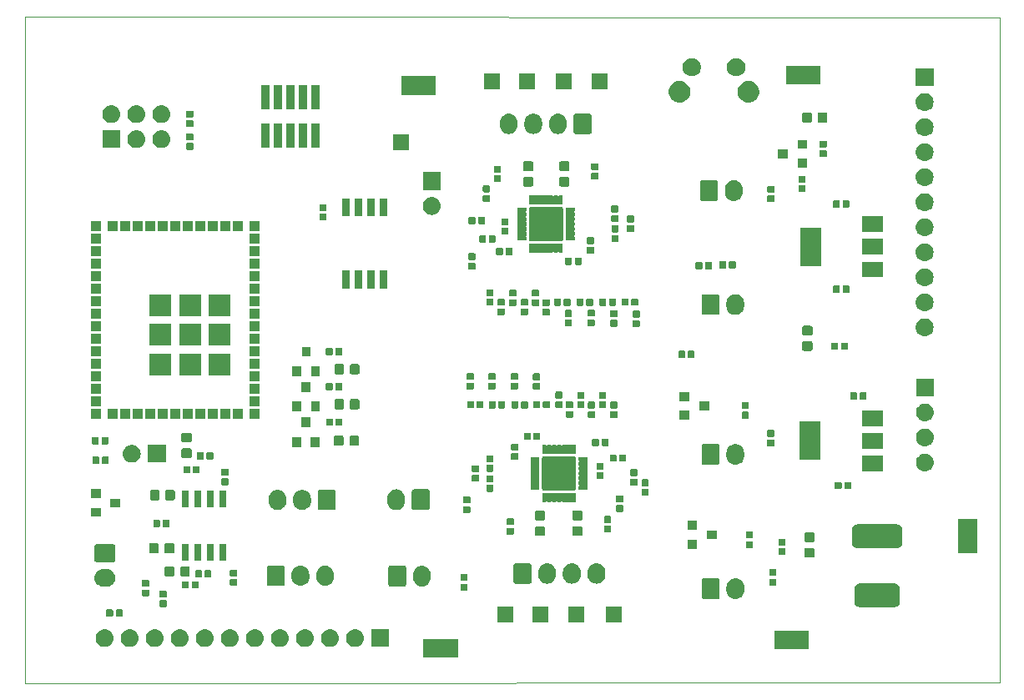
<source format=gbr>
G04 #@! TF.GenerationSoftware,KiCad,Pcbnew,(6.0.0-rc1-dev-1030-g80d50d98b)*
G04 #@! TF.CreationDate,2019-04-03T20:49:04-06:00*
G04 #@! TF.ProjectId,airmed_board_w3.1,6169726D65645F626F6172645F77332E,rev?*
G04 #@! TF.SameCoordinates,Original*
G04 #@! TF.FileFunction,Soldermask,Top*
G04 #@! TF.FilePolarity,Negative*
%FSLAX46Y46*%
G04 Gerber Fmt 4.6, Leading zero omitted, Abs format (unit mm)*
G04 Created by KiCad (PCBNEW (6.0.0-rc1-dev-1030-g80d50d98b)) date Wednesday, April 03, 2019 at 08:49:04 PM*
%MOMM*%
%LPD*%
G01*
G04 APERTURE LIST*
%ADD10C,0.050000*%
%ADD11C,0.020000*%
G04 APERTURE END LIST*
D10*
X196321680Y-137459720D02*
X97378520Y-137525760D01*
X196321680Y-69966840D02*
X196321680Y-137459720D01*
X97444560Y-69880480D02*
X196321680Y-69966840D01*
X97378520Y-137525760D02*
X97444560Y-69880480D01*
D11*
G36*
X141339240Y-134961400D02*
X137837240Y-134961400D01*
X137837240Y-133059400D01*
X141339240Y-133059400D01*
X141339240Y-134961400D01*
X141339240Y-134961400D01*
G37*
G36*
X176939880Y-134077480D02*
X173437880Y-134077480D01*
X173437880Y-132175480D01*
X176939880Y-132175480D01*
X176939880Y-134077480D01*
X176939880Y-134077480D01*
G37*
G36*
X128456643Y-132054199D02*
X128522827Y-132060717D01*
X128636053Y-132095064D01*
X128692667Y-132112237D01*
X128831287Y-132186332D01*
X128849191Y-132195902D01*
X128884929Y-132225232D01*
X128986386Y-132308494D01*
X129069648Y-132409951D01*
X129098978Y-132445689D01*
X129098979Y-132445691D01*
X129182643Y-132602213D01*
X129182643Y-132602214D01*
X129234163Y-132772053D01*
X129251559Y-132948680D01*
X129234163Y-133125307D01*
X129199816Y-133238533D01*
X129182643Y-133295147D01*
X129108548Y-133433767D01*
X129098978Y-133451671D01*
X129069648Y-133487409D01*
X128986386Y-133588866D01*
X128884929Y-133672128D01*
X128849191Y-133701458D01*
X128849189Y-133701459D01*
X128692667Y-133785123D01*
X128636053Y-133802296D01*
X128522827Y-133836643D01*
X128456643Y-133843161D01*
X128390460Y-133849680D01*
X128301940Y-133849680D01*
X128235757Y-133843161D01*
X128169573Y-133836643D01*
X128056347Y-133802296D01*
X127999733Y-133785123D01*
X127843211Y-133701459D01*
X127843209Y-133701458D01*
X127807471Y-133672128D01*
X127706014Y-133588866D01*
X127622752Y-133487409D01*
X127593422Y-133451671D01*
X127583852Y-133433767D01*
X127509757Y-133295147D01*
X127492584Y-133238533D01*
X127458237Y-133125307D01*
X127440841Y-132948680D01*
X127458237Y-132772053D01*
X127509757Y-132602214D01*
X127509757Y-132602213D01*
X127593421Y-132445691D01*
X127593422Y-132445689D01*
X127622752Y-132409951D01*
X127706014Y-132308494D01*
X127807471Y-132225232D01*
X127843209Y-132195902D01*
X127861113Y-132186332D01*
X127999733Y-132112237D01*
X128056347Y-132095064D01*
X128169573Y-132060717D01*
X128235757Y-132054199D01*
X128301940Y-132047680D01*
X128390460Y-132047680D01*
X128456643Y-132054199D01*
X128456643Y-132054199D01*
G37*
G36*
X125916643Y-132054199D02*
X125982827Y-132060717D01*
X126096053Y-132095064D01*
X126152667Y-132112237D01*
X126291287Y-132186332D01*
X126309191Y-132195902D01*
X126344929Y-132225232D01*
X126446386Y-132308494D01*
X126529648Y-132409951D01*
X126558978Y-132445689D01*
X126558979Y-132445691D01*
X126642643Y-132602213D01*
X126642643Y-132602214D01*
X126694163Y-132772053D01*
X126711559Y-132948680D01*
X126694163Y-133125307D01*
X126659816Y-133238533D01*
X126642643Y-133295147D01*
X126568548Y-133433767D01*
X126558978Y-133451671D01*
X126529648Y-133487409D01*
X126446386Y-133588866D01*
X126344929Y-133672128D01*
X126309191Y-133701458D01*
X126309189Y-133701459D01*
X126152667Y-133785123D01*
X126096053Y-133802296D01*
X125982827Y-133836643D01*
X125916643Y-133843161D01*
X125850460Y-133849680D01*
X125761940Y-133849680D01*
X125695757Y-133843161D01*
X125629573Y-133836643D01*
X125516347Y-133802296D01*
X125459733Y-133785123D01*
X125303211Y-133701459D01*
X125303209Y-133701458D01*
X125267471Y-133672128D01*
X125166014Y-133588866D01*
X125082752Y-133487409D01*
X125053422Y-133451671D01*
X125043852Y-133433767D01*
X124969757Y-133295147D01*
X124952584Y-133238533D01*
X124918237Y-133125307D01*
X124900841Y-132948680D01*
X124918237Y-132772053D01*
X124969757Y-132602214D01*
X124969757Y-132602213D01*
X125053421Y-132445691D01*
X125053422Y-132445689D01*
X125082752Y-132409951D01*
X125166014Y-132308494D01*
X125267471Y-132225232D01*
X125303209Y-132195902D01*
X125321113Y-132186332D01*
X125459733Y-132112237D01*
X125516347Y-132095064D01*
X125629573Y-132060717D01*
X125695757Y-132054199D01*
X125761940Y-132047680D01*
X125850460Y-132047680D01*
X125916643Y-132054199D01*
X125916643Y-132054199D01*
G37*
G36*
X123376643Y-132054199D02*
X123442827Y-132060717D01*
X123556053Y-132095064D01*
X123612667Y-132112237D01*
X123751287Y-132186332D01*
X123769191Y-132195902D01*
X123804929Y-132225232D01*
X123906386Y-132308494D01*
X123989648Y-132409951D01*
X124018978Y-132445689D01*
X124018979Y-132445691D01*
X124102643Y-132602213D01*
X124102643Y-132602214D01*
X124154163Y-132772053D01*
X124171559Y-132948680D01*
X124154163Y-133125307D01*
X124119816Y-133238533D01*
X124102643Y-133295147D01*
X124028548Y-133433767D01*
X124018978Y-133451671D01*
X123989648Y-133487409D01*
X123906386Y-133588866D01*
X123804929Y-133672128D01*
X123769191Y-133701458D01*
X123769189Y-133701459D01*
X123612667Y-133785123D01*
X123556053Y-133802296D01*
X123442827Y-133836643D01*
X123376643Y-133843161D01*
X123310460Y-133849680D01*
X123221940Y-133849680D01*
X123155757Y-133843161D01*
X123089573Y-133836643D01*
X122976347Y-133802296D01*
X122919733Y-133785123D01*
X122763211Y-133701459D01*
X122763209Y-133701458D01*
X122727471Y-133672128D01*
X122626014Y-133588866D01*
X122542752Y-133487409D01*
X122513422Y-133451671D01*
X122503852Y-133433767D01*
X122429757Y-133295147D01*
X122412584Y-133238533D01*
X122378237Y-133125307D01*
X122360841Y-132948680D01*
X122378237Y-132772053D01*
X122429757Y-132602214D01*
X122429757Y-132602213D01*
X122513421Y-132445691D01*
X122513422Y-132445689D01*
X122542752Y-132409951D01*
X122626014Y-132308494D01*
X122727471Y-132225232D01*
X122763209Y-132195902D01*
X122781113Y-132186332D01*
X122919733Y-132112237D01*
X122976347Y-132095064D01*
X123089573Y-132060717D01*
X123155757Y-132054199D01*
X123221940Y-132047680D01*
X123310460Y-132047680D01*
X123376643Y-132054199D01*
X123376643Y-132054199D01*
G37*
G36*
X120836643Y-132054199D02*
X120902827Y-132060717D01*
X121016053Y-132095064D01*
X121072667Y-132112237D01*
X121211287Y-132186332D01*
X121229191Y-132195902D01*
X121264929Y-132225232D01*
X121366386Y-132308494D01*
X121449648Y-132409951D01*
X121478978Y-132445689D01*
X121478979Y-132445691D01*
X121562643Y-132602213D01*
X121562643Y-132602214D01*
X121614163Y-132772053D01*
X121631559Y-132948680D01*
X121614163Y-133125307D01*
X121579816Y-133238533D01*
X121562643Y-133295147D01*
X121488548Y-133433767D01*
X121478978Y-133451671D01*
X121449648Y-133487409D01*
X121366386Y-133588866D01*
X121264929Y-133672128D01*
X121229191Y-133701458D01*
X121229189Y-133701459D01*
X121072667Y-133785123D01*
X121016053Y-133802296D01*
X120902827Y-133836643D01*
X120836643Y-133843161D01*
X120770460Y-133849680D01*
X120681940Y-133849680D01*
X120615757Y-133843161D01*
X120549573Y-133836643D01*
X120436347Y-133802296D01*
X120379733Y-133785123D01*
X120223211Y-133701459D01*
X120223209Y-133701458D01*
X120187471Y-133672128D01*
X120086014Y-133588866D01*
X120002752Y-133487409D01*
X119973422Y-133451671D01*
X119963852Y-133433767D01*
X119889757Y-133295147D01*
X119872584Y-133238533D01*
X119838237Y-133125307D01*
X119820841Y-132948680D01*
X119838237Y-132772053D01*
X119889757Y-132602214D01*
X119889757Y-132602213D01*
X119973421Y-132445691D01*
X119973422Y-132445689D01*
X120002752Y-132409951D01*
X120086014Y-132308494D01*
X120187471Y-132225232D01*
X120223209Y-132195902D01*
X120241113Y-132186332D01*
X120379733Y-132112237D01*
X120436347Y-132095064D01*
X120549573Y-132060717D01*
X120615757Y-132054199D01*
X120681940Y-132047680D01*
X120770460Y-132047680D01*
X120836643Y-132054199D01*
X120836643Y-132054199D01*
G37*
G36*
X118296643Y-132054199D02*
X118362827Y-132060717D01*
X118476053Y-132095064D01*
X118532667Y-132112237D01*
X118671287Y-132186332D01*
X118689191Y-132195902D01*
X118724929Y-132225232D01*
X118826386Y-132308494D01*
X118909648Y-132409951D01*
X118938978Y-132445689D01*
X118938979Y-132445691D01*
X119022643Y-132602213D01*
X119022643Y-132602214D01*
X119074163Y-132772053D01*
X119091559Y-132948680D01*
X119074163Y-133125307D01*
X119039816Y-133238533D01*
X119022643Y-133295147D01*
X118948548Y-133433767D01*
X118938978Y-133451671D01*
X118909648Y-133487409D01*
X118826386Y-133588866D01*
X118724929Y-133672128D01*
X118689191Y-133701458D01*
X118689189Y-133701459D01*
X118532667Y-133785123D01*
X118476053Y-133802296D01*
X118362827Y-133836643D01*
X118296643Y-133843161D01*
X118230460Y-133849680D01*
X118141940Y-133849680D01*
X118075757Y-133843161D01*
X118009573Y-133836643D01*
X117896347Y-133802296D01*
X117839733Y-133785123D01*
X117683211Y-133701459D01*
X117683209Y-133701458D01*
X117647471Y-133672128D01*
X117546014Y-133588866D01*
X117462752Y-133487409D01*
X117433422Y-133451671D01*
X117423852Y-133433767D01*
X117349757Y-133295147D01*
X117332584Y-133238533D01*
X117298237Y-133125307D01*
X117280841Y-132948680D01*
X117298237Y-132772053D01*
X117349757Y-132602214D01*
X117349757Y-132602213D01*
X117433421Y-132445691D01*
X117433422Y-132445689D01*
X117462752Y-132409951D01*
X117546014Y-132308494D01*
X117647471Y-132225232D01*
X117683209Y-132195902D01*
X117701113Y-132186332D01*
X117839733Y-132112237D01*
X117896347Y-132095064D01*
X118009573Y-132060717D01*
X118075757Y-132054199D01*
X118141940Y-132047680D01*
X118230460Y-132047680D01*
X118296643Y-132054199D01*
X118296643Y-132054199D01*
G37*
G36*
X115756643Y-132054199D02*
X115822827Y-132060717D01*
X115936053Y-132095064D01*
X115992667Y-132112237D01*
X116131287Y-132186332D01*
X116149191Y-132195902D01*
X116184929Y-132225232D01*
X116286386Y-132308494D01*
X116369648Y-132409951D01*
X116398978Y-132445689D01*
X116398979Y-132445691D01*
X116482643Y-132602213D01*
X116482643Y-132602214D01*
X116534163Y-132772053D01*
X116551559Y-132948680D01*
X116534163Y-133125307D01*
X116499816Y-133238533D01*
X116482643Y-133295147D01*
X116408548Y-133433767D01*
X116398978Y-133451671D01*
X116369648Y-133487409D01*
X116286386Y-133588866D01*
X116184929Y-133672128D01*
X116149191Y-133701458D01*
X116149189Y-133701459D01*
X115992667Y-133785123D01*
X115936053Y-133802296D01*
X115822827Y-133836643D01*
X115756643Y-133843161D01*
X115690460Y-133849680D01*
X115601940Y-133849680D01*
X115535757Y-133843161D01*
X115469573Y-133836643D01*
X115356347Y-133802296D01*
X115299733Y-133785123D01*
X115143211Y-133701459D01*
X115143209Y-133701458D01*
X115107471Y-133672128D01*
X115006014Y-133588866D01*
X114922752Y-133487409D01*
X114893422Y-133451671D01*
X114883852Y-133433767D01*
X114809757Y-133295147D01*
X114792584Y-133238533D01*
X114758237Y-133125307D01*
X114740841Y-132948680D01*
X114758237Y-132772053D01*
X114809757Y-132602214D01*
X114809757Y-132602213D01*
X114893421Y-132445691D01*
X114893422Y-132445689D01*
X114922752Y-132409951D01*
X115006014Y-132308494D01*
X115107471Y-132225232D01*
X115143209Y-132195902D01*
X115161113Y-132186332D01*
X115299733Y-132112237D01*
X115356347Y-132095064D01*
X115469573Y-132060717D01*
X115535757Y-132054199D01*
X115601940Y-132047680D01*
X115690460Y-132047680D01*
X115756643Y-132054199D01*
X115756643Y-132054199D01*
G37*
G36*
X113216643Y-132054199D02*
X113282827Y-132060717D01*
X113396053Y-132095064D01*
X113452667Y-132112237D01*
X113591287Y-132186332D01*
X113609191Y-132195902D01*
X113644929Y-132225232D01*
X113746386Y-132308494D01*
X113829648Y-132409951D01*
X113858978Y-132445689D01*
X113858979Y-132445691D01*
X113942643Y-132602213D01*
X113942643Y-132602214D01*
X113994163Y-132772053D01*
X114011559Y-132948680D01*
X113994163Y-133125307D01*
X113959816Y-133238533D01*
X113942643Y-133295147D01*
X113868548Y-133433767D01*
X113858978Y-133451671D01*
X113829648Y-133487409D01*
X113746386Y-133588866D01*
X113644929Y-133672128D01*
X113609191Y-133701458D01*
X113609189Y-133701459D01*
X113452667Y-133785123D01*
X113396053Y-133802296D01*
X113282827Y-133836643D01*
X113216643Y-133843161D01*
X113150460Y-133849680D01*
X113061940Y-133849680D01*
X112995757Y-133843161D01*
X112929573Y-133836643D01*
X112816347Y-133802296D01*
X112759733Y-133785123D01*
X112603211Y-133701459D01*
X112603209Y-133701458D01*
X112567471Y-133672128D01*
X112466014Y-133588866D01*
X112382752Y-133487409D01*
X112353422Y-133451671D01*
X112343852Y-133433767D01*
X112269757Y-133295147D01*
X112252584Y-133238533D01*
X112218237Y-133125307D01*
X112200841Y-132948680D01*
X112218237Y-132772053D01*
X112269757Y-132602214D01*
X112269757Y-132602213D01*
X112353421Y-132445691D01*
X112353422Y-132445689D01*
X112382752Y-132409951D01*
X112466014Y-132308494D01*
X112567471Y-132225232D01*
X112603209Y-132195902D01*
X112621113Y-132186332D01*
X112759733Y-132112237D01*
X112816347Y-132095064D01*
X112929573Y-132060717D01*
X112995757Y-132054199D01*
X113061940Y-132047680D01*
X113150460Y-132047680D01*
X113216643Y-132054199D01*
X113216643Y-132054199D01*
G37*
G36*
X110676643Y-132054199D02*
X110742827Y-132060717D01*
X110856053Y-132095064D01*
X110912667Y-132112237D01*
X111051287Y-132186332D01*
X111069191Y-132195902D01*
X111104929Y-132225232D01*
X111206386Y-132308494D01*
X111289648Y-132409951D01*
X111318978Y-132445689D01*
X111318979Y-132445691D01*
X111402643Y-132602213D01*
X111402643Y-132602214D01*
X111454163Y-132772053D01*
X111471559Y-132948680D01*
X111454163Y-133125307D01*
X111419816Y-133238533D01*
X111402643Y-133295147D01*
X111328548Y-133433767D01*
X111318978Y-133451671D01*
X111289648Y-133487409D01*
X111206386Y-133588866D01*
X111104929Y-133672128D01*
X111069191Y-133701458D01*
X111069189Y-133701459D01*
X110912667Y-133785123D01*
X110856053Y-133802296D01*
X110742827Y-133836643D01*
X110676643Y-133843161D01*
X110610460Y-133849680D01*
X110521940Y-133849680D01*
X110455757Y-133843161D01*
X110389573Y-133836643D01*
X110276347Y-133802296D01*
X110219733Y-133785123D01*
X110063211Y-133701459D01*
X110063209Y-133701458D01*
X110027471Y-133672128D01*
X109926014Y-133588866D01*
X109842752Y-133487409D01*
X109813422Y-133451671D01*
X109803852Y-133433767D01*
X109729757Y-133295147D01*
X109712584Y-133238533D01*
X109678237Y-133125307D01*
X109660841Y-132948680D01*
X109678237Y-132772053D01*
X109729757Y-132602214D01*
X109729757Y-132602213D01*
X109813421Y-132445691D01*
X109813422Y-132445689D01*
X109842752Y-132409951D01*
X109926014Y-132308494D01*
X110027471Y-132225232D01*
X110063209Y-132195902D01*
X110081113Y-132186332D01*
X110219733Y-132112237D01*
X110276347Y-132095064D01*
X110389573Y-132060717D01*
X110455757Y-132054199D01*
X110521940Y-132047680D01*
X110610460Y-132047680D01*
X110676643Y-132054199D01*
X110676643Y-132054199D01*
G37*
G36*
X108136643Y-132054199D02*
X108202827Y-132060717D01*
X108316053Y-132095064D01*
X108372667Y-132112237D01*
X108511287Y-132186332D01*
X108529191Y-132195902D01*
X108564929Y-132225232D01*
X108666386Y-132308494D01*
X108749648Y-132409951D01*
X108778978Y-132445689D01*
X108778979Y-132445691D01*
X108862643Y-132602213D01*
X108862643Y-132602214D01*
X108914163Y-132772053D01*
X108931559Y-132948680D01*
X108914163Y-133125307D01*
X108879816Y-133238533D01*
X108862643Y-133295147D01*
X108788548Y-133433767D01*
X108778978Y-133451671D01*
X108749648Y-133487409D01*
X108666386Y-133588866D01*
X108564929Y-133672128D01*
X108529191Y-133701458D01*
X108529189Y-133701459D01*
X108372667Y-133785123D01*
X108316053Y-133802296D01*
X108202827Y-133836643D01*
X108136643Y-133843161D01*
X108070460Y-133849680D01*
X107981940Y-133849680D01*
X107915757Y-133843161D01*
X107849573Y-133836643D01*
X107736347Y-133802296D01*
X107679733Y-133785123D01*
X107523211Y-133701459D01*
X107523209Y-133701458D01*
X107487471Y-133672128D01*
X107386014Y-133588866D01*
X107302752Y-133487409D01*
X107273422Y-133451671D01*
X107263852Y-133433767D01*
X107189757Y-133295147D01*
X107172584Y-133238533D01*
X107138237Y-133125307D01*
X107120841Y-132948680D01*
X107138237Y-132772053D01*
X107189757Y-132602214D01*
X107189757Y-132602213D01*
X107273421Y-132445691D01*
X107273422Y-132445689D01*
X107302752Y-132409951D01*
X107386014Y-132308494D01*
X107487471Y-132225232D01*
X107523209Y-132195902D01*
X107541113Y-132186332D01*
X107679733Y-132112237D01*
X107736347Y-132095064D01*
X107849573Y-132060717D01*
X107915757Y-132054199D01*
X107981940Y-132047680D01*
X108070460Y-132047680D01*
X108136643Y-132054199D01*
X108136643Y-132054199D01*
G37*
G36*
X105596643Y-132054199D02*
X105662827Y-132060717D01*
X105776053Y-132095064D01*
X105832667Y-132112237D01*
X105971287Y-132186332D01*
X105989191Y-132195902D01*
X106024929Y-132225232D01*
X106126386Y-132308494D01*
X106209648Y-132409951D01*
X106238978Y-132445689D01*
X106238979Y-132445691D01*
X106322643Y-132602213D01*
X106322643Y-132602214D01*
X106374163Y-132772053D01*
X106391559Y-132948680D01*
X106374163Y-133125307D01*
X106339816Y-133238533D01*
X106322643Y-133295147D01*
X106248548Y-133433767D01*
X106238978Y-133451671D01*
X106209648Y-133487409D01*
X106126386Y-133588866D01*
X106024929Y-133672128D01*
X105989191Y-133701458D01*
X105989189Y-133701459D01*
X105832667Y-133785123D01*
X105776053Y-133802296D01*
X105662827Y-133836643D01*
X105596643Y-133843161D01*
X105530460Y-133849680D01*
X105441940Y-133849680D01*
X105375757Y-133843161D01*
X105309573Y-133836643D01*
X105196347Y-133802296D01*
X105139733Y-133785123D01*
X104983211Y-133701459D01*
X104983209Y-133701458D01*
X104947471Y-133672128D01*
X104846014Y-133588866D01*
X104762752Y-133487409D01*
X104733422Y-133451671D01*
X104723852Y-133433767D01*
X104649757Y-133295147D01*
X104632584Y-133238533D01*
X104598237Y-133125307D01*
X104580841Y-132948680D01*
X104598237Y-132772053D01*
X104649757Y-132602214D01*
X104649757Y-132602213D01*
X104733421Y-132445691D01*
X104733422Y-132445689D01*
X104762752Y-132409951D01*
X104846014Y-132308494D01*
X104947471Y-132225232D01*
X104983209Y-132195902D01*
X105001113Y-132186332D01*
X105139733Y-132112237D01*
X105196347Y-132095064D01*
X105309573Y-132060717D01*
X105375757Y-132054199D01*
X105441940Y-132047680D01*
X105530460Y-132047680D01*
X105596643Y-132054199D01*
X105596643Y-132054199D01*
G37*
G36*
X130996643Y-132054199D02*
X131062827Y-132060717D01*
X131176053Y-132095064D01*
X131232667Y-132112237D01*
X131371287Y-132186332D01*
X131389191Y-132195902D01*
X131424929Y-132225232D01*
X131526386Y-132308494D01*
X131609648Y-132409951D01*
X131638978Y-132445689D01*
X131638979Y-132445691D01*
X131722643Y-132602213D01*
X131722643Y-132602214D01*
X131774163Y-132772053D01*
X131791559Y-132948680D01*
X131774163Y-133125307D01*
X131739816Y-133238533D01*
X131722643Y-133295147D01*
X131648548Y-133433767D01*
X131638978Y-133451671D01*
X131609648Y-133487409D01*
X131526386Y-133588866D01*
X131424929Y-133672128D01*
X131389191Y-133701458D01*
X131389189Y-133701459D01*
X131232667Y-133785123D01*
X131176053Y-133802296D01*
X131062827Y-133836643D01*
X130996643Y-133843161D01*
X130930460Y-133849680D01*
X130841940Y-133849680D01*
X130775757Y-133843161D01*
X130709573Y-133836643D01*
X130596347Y-133802296D01*
X130539733Y-133785123D01*
X130383211Y-133701459D01*
X130383209Y-133701458D01*
X130347471Y-133672128D01*
X130246014Y-133588866D01*
X130162752Y-133487409D01*
X130133422Y-133451671D01*
X130123852Y-133433767D01*
X130049757Y-133295147D01*
X130032584Y-133238533D01*
X129998237Y-133125307D01*
X129980841Y-132948680D01*
X129998237Y-132772053D01*
X130049757Y-132602214D01*
X130049757Y-132602213D01*
X130133421Y-132445691D01*
X130133422Y-132445689D01*
X130162752Y-132409951D01*
X130246014Y-132308494D01*
X130347471Y-132225232D01*
X130383209Y-132195902D01*
X130401113Y-132186332D01*
X130539733Y-132112237D01*
X130596347Y-132095064D01*
X130709573Y-132060717D01*
X130775757Y-132054199D01*
X130841940Y-132047680D01*
X130930460Y-132047680D01*
X130996643Y-132054199D01*
X130996643Y-132054199D01*
G37*
G36*
X134327200Y-133849680D02*
X132525200Y-133849680D01*
X132525200Y-132047680D01*
X134327200Y-132047680D01*
X134327200Y-133849680D01*
X134327200Y-133849680D01*
G37*
G36*
X146957680Y-131400180D02*
X145355680Y-131400180D01*
X145355680Y-129798180D01*
X146957680Y-129798180D01*
X146957680Y-131400180D01*
X146957680Y-131400180D01*
G37*
G36*
X150539080Y-131374780D02*
X148937080Y-131374780D01*
X148937080Y-129772780D01*
X150539080Y-129772780D01*
X150539080Y-131374780D01*
X150539080Y-131374780D01*
G37*
G36*
X154171280Y-131374780D02*
X152569280Y-131374780D01*
X152569280Y-129772780D01*
X154171280Y-129772780D01*
X154171280Y-131374780D01*
X154171280Y-131374780D01*
G37*
G36*
X157930480Y-131374780D02*
X156328480Y-131374780D01*
X156328480Y-129772780D01*
X157930480Y-129772780D01*
X157930480Y-131374780D01*
X157930480Y-131374780D01*
G37*
G36*
X106263978Y-130055636D02*
X106284596Y-130061890D01*
X106303596Y-130072046D01*
X106320248Y-130085712D01*
X106333914Y-130102364D01*
X106344070Y-130121364D01*
X106350324Y-130141982D01*
X106353040Y-130169560D01*
X106353040Y-130678280D01*
X106350324Y-130705858D01*
X106344070Y-130726476D01*
X106333914Y-130745476D01*
X106320248Y-130762128D01*
X106303596Y-130775794D01*
X106284596Y-130785950D01*
X106263978Y-130792204D01*
X106236400Y-130794920D01*
X105777680Y-130794920D01*
X105750102Y-130792204D01*
X105729484Y-130785950D01*
X105710484Y-130775794D01*
X105693832Y-130762128D01*
X105680166Y-130745476D01*
X105670010Y-130726476D01*
X105663756Y-130705858D01*
X105661040Y-130678280D01*
X105661040Y-130169560D01*
X105663756Y-130141982D01*
X105670010Y-130121364D01*
X105680166Y-130102364D01*
X105693832Y-130085712D01*
X105710484Y-130072046D01*
X105729484Y-130061890D01*
X105750102Y-130055636D01*
X105777680Y-130052920D01*
X106236400Y-130052920D01*
X106263978Y-130055636D01*
X106263978Y-130055636D01*
G37*
G36*
X107233978Y-130055636D02*
X107254596Y-130061890D01*
X107273596Y-130072046D01*
X107290248Y-130085712D01*
X107303914Y-130102364D01*
X107314070Y-130121364D01*
X107320324Y-130141982D01*
X107323040Y-130169560D01*
X107323040Y-130678280D01*
X107320324Y-130705858D01*
X107314070Y-130726476D01*
X107303914Y-130745476D01*
X107290248Y-130762128D01*
X107273596Y-130775794D01*
X107254596Y-130785950D01*
X107233978Y-130792204D01*
X107206400Y-130794920D01*
X106747680Y-130794920D01*
X106720102Y-130792204D01*
X106699484Y-130785950D01*
X106680484Y-130775794D01*
X106663832Y-130762128D01*
X106650166Y-130745476D01*
X106640010Y-130726476D01*
X106633756Y-130705858D01*
X106631040Y-130678280D01*
X106631040Y-130169560D01*
X106633756Y-130141982D01*
X106640010Y-130121364D01*
X106650166Y-130102364D01*
X106663832Y-130085712D01*
X106680484Y-130072046D01*
X106699484Y-130061890D01*
X106720102Y-130055636D01*
X106747680Y-130052920D01*
X107206400Y-130052920D01*
X107233978Y-130055636D01*
X107233978Y-130055636D01*
G37*
G36*
X185723202Y-127421570D02*
X185824010Y-127452151D01*
X185916919Y-127501812D01*
X185998356Y-127568644D01*
X186065188Y-127650081D01*
X186114849Y-127742990D01*
X186145430Y-127843798D01*
X186156360Y-127954780D01*
X186156360Y-129268500D01*
X186145430Y-129379482D01*
X186114849Y-129480290D01*
X186065188Y-129573199D01*
X185998356Y-129654636D01*
X185916919Y-129721468D01*
X185824010Y-129771129D01*
X185723202Y-129801710D01*
X185612220Y-129812640D01*
X182098500Y-129812640D01*
X181987518Y-129801710D01*
X181886710Y-129771129D01*
X181793801Y-129721468D01*
X181712364Y-129654636D01*
X181645532Y-129573199D01*
X181595871Y-129480290D01*
X181565290Y-129379482D01*
X181554360Y-129268500D01*
X181554360Y-127954780D01*
X181565290Y-127843798D01*
X181595871Y-127742990D01*
X181645532Y-127650081D01*
X181712364Y-127568644D01*
X181793801Y-127501812D01*
X181886710Y-127452151D01*
X181987518Y-127421570D01*
X182098500Y-127410640D01*
X185612220Y-127410640D01*
X185723202Y-127421570D01*
X185723202Y-127421570D01*
G37*
G36*
X111706658Y-129122916D02*
X111727276Y-129129170D01*
X111746276Y-129139326D01*
X111762928Y-129152992D01*
X111776594Y-129169644D01*
X111786750Y-129188644D01*
X111793004Y-129209262D01*
X111795720Y-129236840D01*
X111795720Y-129695560D01*
X111793004Y-129723138D01*
X111786750Y-129743756D01*
X111776594Y-129762756D01*
X111762928Y-129779408D01*
X111746276Y-129793074D01*
X111727276Y-129803230D01*
X111706658Y-129809484D01*
X111679080Y-129812200D01*
X111170360Y-129812200D01*
X111142782Y-129809484D01*
X111122164Y-129803230D01*
X111103164Y-129793074D01*
X111086512Y-129779408D01*
X111072846Y-129762756D01*
X111062690Y-129743756D01*
X111056436Y-129723138D01*
X111053720Y-129695560D01*
X111053720Y-129236840D01*
X111056436Y-129209262D01*
X111062690Y-129188644D01*
X111072846Y-129169644D01*
X111086512Y-129152992D01*
X111103164Y-129139326D01*
X111122164Y-129129170D01*
X111142782Y-129122916D01*
X111170360Y-129120200D01*
X111679080Y-129120200D01*
X111706658Y-129122916D01*
X111706658Y-129122916D01*
G37*
G36*
X169653686Y-126906917D02*
X169766912Y-126941264D01*
X169823526Y-126958437D01*
X169980049Y-127042101D01*
X170117246Y-127154694D01*
X170189161Y-127242324D01*
X170229838Y-127291889D01*
X170229839Y-127291891D01*
X170313503Y-127448413D01*
X170324392Y-127484311D01*
X170365023Y-127618253D01*
X170369966Y-127668440D01*
X170378060Y-127750620D01*
X170378060Y-128139139D01*
X170375291Y-128167249D01*
X170365023Y-128271506D01*
X170313503Y-128441346D01*
X170229838Y-128597871D01*
X170229837Y-128597872D01*
X170117246Y-128735066D01*
X170022311Y-128812976D01*
X169980051Y-128847658D01*
X169980049Y-128847659D01*
X169823527Y-128931323D01*
X169782794Y-128943679D01*
X169653687Y-128982843D01*
X169477060Y-129000239D01*
X169300434Y-128982843D01*
X169171327Y-128943679D01*
X169130594Y-128931323D01*
X168974072Y-128847659D01*
X168974070Y-128847658D01*
X168884020Y-128773756D01*
X168836872Y-128735063D01*
X168724282Y-128597872D01*
X168640617Y-128441347D01*
X168594540Y-128289449D01*
X168589097Y-128271507D01*
X168578829Y-128167249D01*
X168576060Y-128139140D01*
X168576060Y-127750621D01*
X168587609Y-127633360D01*
X168589097Y-127618254D01*
X168633385Y-127472256D01*
X168640617Y-127448414D01*
X168724281Y-127291891D01*
X168836874Y-127154694D01*
X168938651Y-127071169D01*
X168974069Y-127042102D01*
X169002115Y-127027111D01*
X169130593Y-126958437D01*
X169187207Y-126941264D01*
X169300433Y-126906917D01*
X169477060Y-126889521D01*
X169653686Y-126906917D01*
X169653686Y-126906917D01*
G37*
G36*
X167735660Y-126897869D02*
X167768709Y-126907894D01*
X167799166Y-126924174D01*
X167825859Y-126946081D01*
X167847766Y-126972774D01*
X167864046Y-127003231D01*
X167874071Y-127036280D01*
X167878060Y-127076784D01*
X167878060Y-128812976D01*
X167874071Y-128853480D01*
X167864046Y-128886529D01*
X167847766Y-128916986D01*
X167825859Y-128943679D01*
X167799166Y-128965586D01*
X167768709Y-128981866D01*
X167735660Y-128991891D01*
X167695156Y-128995880D01*
X166258964Y-128995880D01*
X166218460Y-128991891D01*
X166185411Y-128981866D01*
X166154954Y-128965586D01*
X166128261Y-128943679D01*
X166106354Y-128916986D01*
X166090074Y-128886529D01*
X166080049Y-128853480D01*
X166076060Y-128812976D01*
X166076060Y-127076784D01*
X166080049Y-127036280D01*
X166090074Y-127003231D01*
X166106354Y-126972774D01*
X166128261Y-126946081D01*
X166154954Y-126924174D01*
X166185411Y-126907894D01*
X166218460Y-126897869D01*
X166258964Y-126893880D01*
X167695156Y-126893880D01*
X167735660Y-126897869D01*
X167735660Y-126897869D01*
G37*
G36*
X111706658Y-128152916D02*
X111727276Y-128159170D01*
X111746276Y-128169326D01*
X111762928Y-128182992D01*
X111776594Y-128199644D01*
X111786750Y-128218644D01*
X111793004Y-128239262D01*
X111795720Y-128266840D01*
X111795720Y-128725560D01*
X111793004Y-128753138D01*
X111786750Y-128773756D01*
X111776594Y-128792756D01*
X111762928Y-128809408D01*
X111746276Y-128823074D01*
X111727276Y-128833230D01*
X111706658Y-128839484D01*
X111679080Y-128842200D01*
X111170360Y-128842200D01*
X111142782Y-128839484D01*
X111122164Y-128833230D01*
X111103164Y-128823074D01*
X111086512Y-128809408D01*
X111072846Y-128792756D01*
X111062690Y-128773756D01*
X111056436Y-128753138D01*
X111053720Y-128725560D01*
X111053720Y-128266840D01*
X111056436Y-128239262D01*
X111062690Y-128218644D01*
X111072846Y-128199644D01*
X111086512Y-128182992D01*
X111103164Y-128169326D01*
X111122164Y-128159170D01*
X111142782Y-128152916D01*
X111170360Y-128150200D01*
X111679080Y-128150200D01*
X111706658Y-128152916D01*
X111706658Y-128152916D01*
G37*
G36*
X109928658Y-128030716D02*
X109949276Y-128036970D01*
X109968276Y-128047126D01*
X109984928Y-128060792D01*
X109998594Y-128077444D01*
X110008750Y-128096444D01*
X110015004Y-128117062D01*
X110017720Y-128144640D01*
X110017720Y-128603360D01*
X110015004Y-128630938D01*
X110008750Y-128651556D01*
X109998594Y-128670556D01*
X109984928Y-128687208D01*
X109968276Y-128700874D01*
X109949276Y-128711030D01*
X109928658Y-128717284D01*
X109901080Y-128720000D01*
X109392360Y-128720000D01*
X109364782Y-128717284D01*
X109344164Y-128711030D01*
X109325164Y-128700874D01*
X109308512Y-128687208D01*
X109294846Y-128670556D01*
X109284690Y-128651556D01*
X109278436Y-128630938D01*
X109275720Y-128603360D01*
X109275720Y-128144640D01*
X109278436Y-128117062D01*
X109284690Y-128096444D01*
X109294846Y-128077444D01*
X109308512Y-128060792D01*
X109325164Y-128047126D01*
X109344164Y-128036970D01*
X109364782Y-128030716D01*
X109392360Y-128028000D01*
X109901080Y-128028000D01*
X109928658Y-128030716D01*
X109928658Y-128030716D01*
G37*
G36*
X142232378Y-127436356D02*
X142252996Y-127442610D01*
X142271996Y-127452766D01*
X142288648Y-127466432D01*
X142302314Y-127483084D01*
X142312470Y-127502084D01*
X142318724Y-127522702D01*
X142321440Y-127550280D01*
X142321440Y-128009000D01*
X142318724Y-128036578D01*
X142312470Y-128057196D01*
X142302314Y-128076196D01*
X142288648Y-128092848D01*
X142271996Y-128106514D01*
X142252996Y-128116670D01*
X142232378Y-128122924D01*
X142204800Y-128125640D01*
X141696080Y-128125640D01*
X141668502Y-128122924D01*
X141647884Y-128116670D01*
X141628884Y-128106514D01*
X141612232Y-128092848D01*
X141598566Y-128076196D01*
X141588410Y-128057196D01*
X141582156Y-128036578D01*
X141579440Y-128009000D01*
X141579440Y-127550280D01*
X141582156Y-127522702D01*
X141588410Y-127502084D01*
X141598566Y-127483084D01*
X141612232Y-127466432D01*
X141628884Y-127452766D01*
X141647884Y-127442610D01*
X141668502Y-127436356D01*
X141696080Y-127433640D01*
X142204800Y-127433640D01*
X142232378Y-127436356D01*
X142232378Y-127436356D01*
G37*
G36*
X114932718Y-127195596D02*
X114953336Y-127201850D01*
X114972336Y-127212006D01*
X114988988Y-127225672D01*
X115002654Y-127242324D01*
X115012810Y-127261324D01*
X115019064Y-127281942D01*
X115021780Y-127309520D01*
X115021780Y-127818240D01*
X115019064Y-127845818D01*
X115012810Y-127866436D01*
X115002654Y-127885436D01*
X114988988Y-127902088D01*
X114972336Y-127915754D01*
X114953336Y-127925910D01*
X114932718Y-127932164D01*
X114905140Y-127934880D01*
X114446420Y-127934880D01*
X114418842Y-127932164D01*
X114398224Y-127925910D01*
X114379224Y-127915754D01*
X114362572Y-127902088D01*
X114348906Y-127885436D01*
X114338750Y-127866436D01*
X114332496Y-127845818D01*
X114329780Y-127818240D01*
X114329780Y-127309520D01*
X114332496Y-127281942D01*
X114338750Y-127261324D01*
X114348906Y-127242324D01*
X114362572Y-127225672D01*
X114379224Y-127212006D01*
X114398224Y-127201850D01*
X114418842Y-127195596D01*
X114446420Y-127192880D01*
X114905140Y-127192880D01*
X114932718Y-127195596D01*
X114932718Y-127195596D01*
G37*
G36*
X113962718Y-127195596D02*
X113983336Y-127201850D01*
X114002336Y-127212006D01*
X114018988Y-127225672D01*
X114032654Y-127242324D01*
X114042810Y-127261324D01*
X114049064Y-127281942D01*
X114051780Y-127309520D01*
X114051780Y-127818240D01*
X114049064Y-127845818D01*
X114042810Y-127866436D01*
X114032654Y-127885436D01*
X114018988Y-127902088D01*
X114002336Y-127915754D01*
X113983336Y-127925910D01*
X113962718Y-127932164D01*
X113935140Y-127934880D01*
X113476420Y-127934880D01*
X113448842Y-127932164D01*
X113428224Y-127925910D01*
X113409224Y-127915754D01*
X113392572Y-127902088D01*
X113378906Y-127885436D01*
X113368750Y-127866436D01*
X113362496Y-127845818D01*
X113359780Y-127818240D01*
X113359780Y-127309520D01*
X113362496Y-127281942D01*
X113368750Y-127261324D01*
X113378906Y-127242324D01*
X113392572Y-127225672D01*
X113409224Y-127212006D01*
X113428224Y-127201850D01*
X113448842Y-127195596D01*
X113476420Y-127192880D01*
X113935140Y-127192880D01*
X113962718Y-127195596D01*
X113962718Y-127195596D01*
G37*
G36*
X109928658Y-127060716D02*
X109949276Y-127066970D01*
X109968276Y-127077126D01*
X109984928Y-127090792D01*
X109998594Y-127107444D01*
X110008750Y-127126444D01*
X110015004Y-127147062D01*
X110017720Y-127174640D01*
X110017720Y-127633360D01*
X110015004Y-127660938D01*
X110008750Y-127681556D01*
X109998594Y-127700556D01*
X109984928Y-127717208D01*
X109968276Y-127730874D01*
X109949276Y-127741030D01*
X109928658Y-127747284D01*
X109901080Y-127750000D01*
X109392360Y-127750000D01*
X109364782Y-127747284D01*
X109344164Y-127741030D01*
X109325164Y-127730874D01*
X109308512Y-127717208D01*
X109294846Y-127700556D01*
X109284690Y-127681556D01*
X109278436Y-127660938D01*
X109275720Y-127633360D01*
X109275720Y-127174640D01*
X109278436Y-127147062D01*
X109284690Y-127126444D01*
X109294846Y-127107444D01*
X109308512Y-127090792D01*
X109325164Y-127077126D01*
X109344164Y-127066970D01*
X109364782Y-127060716D01*
X109392360Y-127058000D01*
X109901080Y-127058000D01*
X109928658Y-127060716D01*
X109928658Y-127060716D01*
G37*
G36*
X105782202Y-125948678D02*
X105848387Y-125955197D01*
X105960246Y-125989129D01*
X106018227Y-126006717D01*
X106112506Y-126057111D01*
X106174751Y-126090382D01*
X106210489Y-126119712D01*
X106311946Y-126202974D01*
X106395208Y-126304431D01*
X106424538Y-126340169D01*
X106424539Y-126340171D01*
X106508203Y-126496693D01*
X106521499Y-126540526D01*
X106559723Y-126666533D01*
X106577119Y-126843160D01*
X106559723Y-127019787D01*
X106529639Y-127118960D01*
X106508203Y-127189627D01*
X106465367Y-127269766D01*
X106424538Y-127346151D01*
X106405275Y-127369623D01*
X106311946Y-127483346D01*
X106235833Y-127545809D01*
X106174751Y-127595938D01*
X106174749Y-127595939D01*
X106018227Y-127679603D01*
X105982409Y-127690468D01*
X105848387Y-127731123D01*
X105790432Y-127736831D01*
X105716020Y-127744160D01*
X105327500Y-127744160D01*
X105253088Y-127736831D01*
X105195133Y-127731123D01*
X105061111Y-127690468D01*
X105025293Y-127679603D01*
X104868771Y-127595939D01*
X104868769Y-127595938D01*
X104807687Y-127545809D01*
X104731574Y-127483346D01*
X104638245Y-127369623D01*
X104618982Y-127346151D01*
X104578153Y-127269766D01*
X104535317Y-127189627D01*
X104513881Y-127118960D01*
X104483797Y-127019787D01*
X104466401Y-126843160D01*
X104483797Y-126666533D01*
X104522021Y-126540526D01*
X104535317Y-126496693D01*
X104618981Y-126340171D01*
X104618982Y-126340169D01*
X104648312Y-126304431D01*
X104731574Y-126202974D01*
X104833031Y-126119712D01*
X104868769Y-126090382D01*
X104931014Y-126057111D01*
X105025293Y-126006717D01*
X105083274Y-125989129D01*
X105195133Y-125955197D01*
X105261318Y-125948678D01*
X105327500Y-125942160D01*
X105716020Y-125942160D01*
X105782202Y-125948678D01*
X105782202Y-125948678D01*
G37*
G36*
X137855426Y-125621677D02*
X137966467Y-125655361D01*
X138025266Y-125673197D01*
X138181789Y-125756861D01*
X138318986Y-125869454D01*
X138378653Y-125942160D01*
X138431578Y-126006649D01*
X138431579Y-126006651D01*
X138515243Y-126163173D01*
X138530821Y-126214529D01*
X138566763Y-126333013D01*
X138566763Y-126333015D01*
X138579629Y-126463640D01*
X138579800Y-126465382D01*
X138579800Y-126853897D01*
X138566763Y-126986266D01*
X138515243Y-127156106D01*
X138431578Y-127312631D01*
X138421567Y-127324829D01*
X138318986Y-127449826D01*
X138231869Y-127521320D01*
X138181791Y-127562418D01*
X138181789Y-127562419D01*
X138025267Y-127646083D01*
X137976296Y-127660938D01*
X137855427Y-127697603D01*
X137678800Y-127714999D01*
X137502174Y-127697603D01*
X137381305Y-127660938D01*
X137332334Y-127646083D01*
X137175812Y-127562419D01*
X137175810Y-127562418D01*
X137065947Y-127472256D01*
X137038612Y-127449823D01*
X136926022Y-127312632D01*
X136842357Y-127156107D01*
X136814873Y-127065502D01*
X136790837Y-126986267D01*
X136781738Y-126893880D01*
X136777800Y-126853900D01*
X136777800Y-126465381D01*
X136790837Y-126333016D01*
X136790837Y-126333014D01*
X136842357Y-126163175D01*
X136842357Y-126163174D01*
X136926021Y-126006651D01*
X137038614Y-125869454D01*
X137153913Y-125774832D01*
X137175809Y-125756862D01*
X137211436Y-125737819D01*
X137332333Y-125673197D01*
X137391132Y-125655361D01*
X137502173Y-125621677D01*
X137678800Y-125604281D01*
X137855426Y-125621677D01*
X137855426Y-125621677D01*
G37*
G36*
X135937400Y-125612629D02*
X135970449Y-125622654D01*
X136000906Y-125638934D01*
X136027599Y-125660841D01*
X136049506Y-125687534D01*
X136065786Y-125717991D01*
X136075811Y-125751040D01*
X136079800Y-125791544D01*
X136079800Y-127527736D01*
X136075811Y-127568240D01*
X136065786Y-127601289D01*
X136049506Y-127631746D01*
X136027599Y-127658439D01*
X136000906Y-127680346D01*
X135970449Y-127696626D01*
X135937400Y-127706651D01*
X135896896Y-127710640D01*
X134460704Y-127710640D01*
X134420200Y-127706651D01*
X134387151Y-127696626D01*
X134356694Y-127680346D01*
X134330001Y-127658439D01*
X134308094Y-127631746D01*
X134291814Y-127601289D01*
X134281789Y-127568240D01*
X134277800Y-127527736D01*
X134277800Y-125791544D01*
X134281789Y-125751040D01*
X134291814Y-125717991D01*
X134308094Y-125687534D01*
X134330001Y-125660841D01*
X134356694Y-125638934D01*
X134387151Y-125622654D01*
X134420200Y-125612629D01*
X134460704Y-125608640D01*
X135896896Y-125608640D01*
X135937400Y-125612629D01*
X135937400Y-125612629D01*
G37*
G36*
X118849138Y-126979156D02*
X118869756Y-126985410D01*
X118888756Y-126995566D01*
X118905408Y-127009232D01*
X118919074Y-127025884D01*
X118929230Y-127044884D01*
X118935484Y-127065502D01*
X118938200Y-127093080D01*
X118938200Y-127551800D01*
X118935484Y-127579378D01*
X118929230Y-127599996D01*
X118919074Y-127618996D01*
X118905408Y-127635648D01*
X118888756Y-127649314D01*
X118869756Y-127659470D01*
X118849138Y-127665724D01*
X118821560Y-127668440D01*
X118312840Y-127668440D01*
X118285262Y-127665724D01*
X118264644Y-127659470D01*
X118245644Y-127649314D01*
X118228992Y-127635648D01*
X118215326Y-127618996D01*
X118205170Y-127599996D01*
X118198916Y-127579378D01*
X118196200Y-127551800D01*
X118196200Y-127093080D01*
X118198916Y-127065502D01*
X118205170Y-127044884D01*
X118215326Y-127025884D01*
X118228992Y-127009232D01*
X118245644Y-126995566D01*
X118264644Y-126985410D01*
X118285262Y-126979156D01*
X118312840Y-126976440D01*
X118821560Y-126976440D01*
X118849138Y-126979156D01*
X118849138Y-126979156D01*
G37*
G36*
X125531346Y-125616197D02*
X125644572Y-125650544D01*
X125701186Y-125667717D01*
X125857709Y-125751381D01*
X125994906Y-125863974D01*
X126078168Y-125965431D01*
X126107498Y-126001169D01*
X126107499Y-126001171D01*
X126191163Y-126157693D01*
X126192826Y-126163175D01*
X126242683Y-126327533D01*
X126243928Y-126340171D01*
X126255720Y-126459900D01*
X126255720Y-126798419D01*
X126249201Y-126864602D01*
X126242683Y-126930786D01*
X126191163Y-127100626D01*
X126107498Y-127257151D01*
X126078989Y-127291889D01*
X125994906Y-127394346D01*
X125899971Y-127472256D01*
X125857711Y-127506938D01*
X125857709Y-127506939D01*
X125701187Y-127590603D01*
X125665959Y-127601289D01*
X125531347Y-127642123D01*
X125354720Y-127659519D01*
X125178094Y-127642123D01*
X125043482Y-127601289D01*
X125008254Y-127590603D01*
X124851732Y-127506939D01*
X124851730Y-127506938D01*
X124756869Y-127429088D01*
X124714532Y-127394343D01*
X124601942Y-127257152D01*
X124518277Y-127100627D01*
X124486731Y-126996631D01*
X124466757Y-126930787D01*
X124453720Y-126798418D01*
X124453720Y-126459903D01*
X124466757Y-126327534D01*
X124511681Y-126179440D01*
X124518277Y-126157694D01*
X124601941Y-126001171D01*
X124714534Y-125863974D01*
X124826327Y-125772229D01*
X124851729Y-125751382D01*
X124898440Y-125726414D01*
X125008253Y-125667717D01*
X125064867Y-125650544D01*
X125178093Y-125616197D01*
X125354720Y-125598801D01*
X125531346Y-125616197D01*
X125531346Y-125616197D01*
G37*
G36*
X128031346Y-125616197D02*
X128144572Y-125650544D01*
X128201186Y-125667717D01*
X128357709Y-125751381D01*
X128494906Y-125863974D01*
X128578168Y-125965431D01*
X128607498Y-126001169D01*
X128607499Y-126001171D01*
X128691163Y-126157693D01*
X128692826Y-126163175D01*
X128742683Y-126327533D01*
X128743928Y-126340171D01*
X128755720Y-126459900D01*
X128755720Y-126798419D01*
X128749201Y-126864602D01*
X128742683Y-126930786D01*
X128691163Y-127100626D01*
X128607498Y-127257151D01*
X128578989Y-127291889D01*
X128494906Y-127394346D01*
X128399971Y-127472256D01*
X128357711Y-127506938D01*
X128357709Y-127506939D01*
X128201187Y-127590603D01*
X128165959Y-127601289D01*
X128031347Y-127642123D01*
X127854720Y-127659519D01*
X127678094Y-127642123D01*
X127543482Y-127601289D01*
X127508254Y-127590603D01*
X127351732Y-127506939D01*
X127351730Y-127506938D01*
X127256869Y-127429088D01*
X127214532Y-127394343D01*
X127101942Y-127257152D01*
X127018277Y-127100627D01*
X126986731Y-126996631D01*
X126966757Y-126930787D01*
X126953720Y-126798418D01*
X126953720Y-126459903D01*
X126966757Y-126327534D01*
X127011681Y-126179440D01*
X127018277Y-126157694D01*
X127101941Y-126001171D01*
X127214534Y-125863974D01*
X127326327Y-125772229D01*
X127351729Y-125751382D01*
X127398440Y-125726414D01*
X127508253Y-125667717D01*
X127564867Y-125650544D01*
X127678093Y-125616197D01*
X127854720Y-125598801D01*
X128031346Y-125616197D01*
X128031346Y-125616197D01*
G37*
G36*
X123613320Y-125607149D02*
X123646369Y-125617174D01*
X123676826Y-125633454D01*
X123703519Y-125655361D01*
X123725426Y-125682054D01*
X123741706Y-125712511D01*
X123751731Y-125745560D01*
X123755720Y-125786064D01*
X123755720Y-127472256D01*
X123751731Y-127512760D01*
X123741706Y-127545809D01*
X123725426Y-127576266D01*
X123703519Y-127602959D01*
X123676826Y-127624866D01*
X123646369Y-127641146D01*
X123613320Y-127651171D01*
X123572816Y-127655160D01*
X122136624Y-127655160D01*
X122096120Y-127651171D01*
X122063071Y-127641146D01*
X122032614Y-127624866D01*
X122005921Y-127602959D01*
X121984014Y-127576266D01*
X121967734Y-127545809D01*
X121957709Y-127512760D01*
X121953720Y-127472256D01*
X121953720Y-125786064D01*
X121957709Y-125745560D01*
X121967734Y-125712511D01*
X121984014Y-125682054D01*
X122005921Y-125655361D01*
X122032614Y-125633454D01*
X122063071Y-125617174D01*
X122096120Y-125607149D01*
X122136624Y-125603160D01*
X123572816Y-125603160D01*
X123613320Y-125607149D01*
X123613320Y-125607149D01*
G37*
G36*
X173555658Y-126948676D02*
X173576276Y-126954930D01*
X173595276Y-126965086D01*
X173611928Y-126978752D01*
X173625594Y-126995404D01*
X173635750Y-127014404D01*
X173642004Y-127035022D01*
X173644720Y-127062600D01*
X173644720Y-127521320D01*
X173642004Y-127548898D01*
X173635750Y-127569516D01*
X173625594Y-127588516D01*
X173611928Y-127605168D01*
X173595276Y-127618834D01*
X173576276Y-127628990D01*
X173555658Y-127635244D01*
X173528080Y-127637960D01*
X173019360Y-127637960D01*
X172991782Y-127635244D01*
X172971164Y-127628990D01*
X172952164Y-127618834D01*
X172935512Y-127605168D01*
X172921846Y-127588516D01*
X172911690Y-127569516D01*
X172905436Y-127548898D01*
X172902720Y-127521320D01*
X172902720Y-127062600D01*
X172905436Y-127035022D01*
X172911690Y-127014404D01*
X172921846Y-126995404D01*
X172935512Y-126978752D01*
X172952164Y-126965086D01*
X172971164Y-126954930D01*
X172991782Y-126948676D01*
X173019360Y-126945960D01*
X173528080Y-126945960D01*
X173555658Y-126948676D01*
X173555658Y-126948676D01*
G37*
G36*
X155560506Y-125395217D02*
X155673732Y-125429564D01*
X155730346Y-125446737D01*
X155886869Y-125530401D01*
X156024066Y-125642994D01*
X156092526Y-125726414D01*
X156136658Y-125780189D01*
X156136659Y-125780191D01*
X156220323Y-125936713D01*
X156234949Y-125984930D01*
X156271843Y-126106553D01*
X156275504Y-126143724D01*
X156284880Y-126238920D01*
X156284880Y-126577439D01*
X156279194Y-126635168D01*
X156271843Y-126709806D01*
X156220323Y-126879646D01*
X156136658Y-127036171D01*
X156111703Y-127066578D01*
X156024066Y-127173366D01*
X155940039Y-127242324D01*
X155886871Y-127285958D01*
X155886869Y-127285959D01*
X155730347Y-127369623D01*
X155689614Y-127381979D01*
X155560507Y-127421143D01*
X155383880Y-127438539D01*
X155207254Y-127421143D01*
X155078147Y-127381979D01*
X155037414Y-127369623D01*
X154880892Y-127285959D01*
X154880890Y-127285958D01*
X154790779Y-127212006D01*
X154743692Y-127173363D01*
X154631102Y-127036172D01*
X154547437Y-126879647D01*
X154524524Y-126804111D01*
X154495917Y-126709807D01*
X154484223Y-126591074D01*
X154482880Y-126577440D01*
X154482880Y-126238921D01*
X154491425Y-126152166D01*
X154495917Y-126106554D01*
X154535532Y-125975960D01*
X154547437Y-125936714D01*
X154631101Y-125780191D01*
X154743694Y-125642994D01*
X154845151Y-125559732D01*
X154880889Y-125530402D01*
X154898793Y-125520832D01*
X155037413Y-125446737D01*
X155094027Y-125429564D01*
X155207253Y-125395217D01*
X155383880Y-125377821D01*
X155560506Y-125395217D01*
X155560506Y-125395217D01*
G37*
G36*
X150560506Y-125395217D02*
X150673732Y-125429564D01*
X150730346Y-125446737D01*
X150886869Y-125530401D01*
X151024066Y-125642994D01*
X151092526Y-125726414D01*
X151136658Y-125780189D01*
X151136659Y-125780191D01*
X151220323Y-125936713D01*
X151234949Y-125984930D01*
X151271843Y-126106553D01*
X151275504Y-126143724D01*
X151284880Y-126238920D01*
X151284880Y-126577439D01*
X151279194Y-126635168D01*
X151271843Y-126709806D01*
X151220323Y-126879646D01*
X151136658Y-127036171D01*
X151111703Y-127066578D01*
X151024066Y-127173366D01*
X150940039Y-127242324D01*
X150886871Y-127285958D01*
X150886869Y-127285959D01*
X150730347Y-127369623D01*
X150689614Y-127381979D01*
X150560507Y-127421143D01*
X150383880Y-127438539D01*
X150207254Y-127421143D01*
X150078147Y-127381979D01*
X150037414Y-127369623D01*
X149880892Y-127285959D01*
X149880890Y-127285958D01*
X149790779Y-127212006D01*
X149743692Y-127173363D01*
X149631102Y-127036172D01*
X149547437Y-126879647D01*
X149524524Y-126804111D01*
X149495917Y-126709807D01*
X149484223Y-126591074D01*
X149482880Y-126577440D01*
X149482880Y-126238921D01*
X149491425Y-126152166D01*
X149495917Y-126106554D01*
X149535532Y-125975960D01*
X149547437Y-125936714D01*
X149631101Y-125780191D01*
X149743694Y-125642994D01*
X149845151Y-125559732D01*
X149880889Y-125530402D01*
X149898793Y-125520832D01*
X150037413Y-125446737D01*
X150094027Y-125429564D01*
X150207253Y-125395217D01*
X150383880Y-125377821D01*
X150560506Y-125395217D01*
X150560506Y-125395217D01*
G37*
G36*
X153060506Y-125395217D02*
X153173732Y-125429564D01*
X153230346Y-125446737D01*
X153386869Y-125530401D01*
X153524066Y-125642994D01*
X153592526Y-125726414D01*
X153636658Y-125780189D01*
X153636659Y-125780191D01*
X153720323Y-125936713D01*
X153734949Y-125984930D01*
X153771843Y-126106553D01*
X153775504Y-126143724D01*
X153784880Y-126238920D01*
X153784880Y-126577439D01*
X153779194Y-126635168D01*
X153771843Y-126709806D01*
X153720323Y-126879646D01*
X153636658Y-127036171D01*
X153611703Y-127066578D01*
X153524066Y-127173366D01*
X153440039Y-127242324D01*
X153386871Y-127285958D01*
X153386869Y-127285959D01*
X153230347Y-127369623D01*
X153189614Y-127381979D01*
X153060507Y-127421143D01*
X152883880Y-127438539D01*
X152707254Y-127421143D01*
X152578147Y-127381979D01*
X152537414Y-127369623D01*
X152380892Y-127285959D01*
X152380890Y-127285958D01*
X152290779Y-127212006D01*
X152243692Y-127173363D01*
X152131102Y-127036172D01*
X152047437Y-126879647D01*
X152024524Y-126804111D01*
X151995917Y-126709807D01*
X151984223Y-126591074D01*
X151982880Y-126577440D01*
X151982880Y-126238921D01*
X151991425Y-126152166D01*
X151995917Y-126106554D01*
X152035532Y-125975960D01*
X152047437Y-125936714D01*
X152131101Y-125780191D01*
X152243694Y-125642994D01*
X152345151Y-125559732D01*
X152380889Y-125530402D01*
X152398793Y-125520832D01*
X152537413Y-125446737D01*
X152594027Y-125429564D01*
X152707253Y-125395217D01*
X152883880Y-125377821D01*
X153060506Y-125395217D01*
X153060506Y-125395217D01*
G37*
G36*
X148642480Y-125386169D02*
X148675529Y-125396194D01*
X148705986Y-125412474D01*
X148732679Y-125434381D01*
X148754586Y-125461074D01*
X148770866Y-125491531D01*
X148780891Y-125524580D01*
X148784880Y-125565084D01*
X148784880Y-127251276D01*
X148780891Y-127291780D01*
X148770866Y-127324829D01*
X148754586Y-127355286D01*
X148732679Y-127381979D01*
X148705986Y-127403886D01*
X148675529Y-127420166D01*
X148642480Y-127430191D01*
X148601976Y-127434180D01*
X147165784Y-127434180D01*
X147125280Y-127430191D01*
X147092231Y-127420166D01*
X147061774Y-127403886D01*
X147035081Y-127381979D01*
X147013174Y-127355286D01*
X146996894Y-127324829D01*
X146986869Y-127291780D01*
X146982880Y-127251276D01*
X146982880Y-125565084D01*
X146986869Y-125524580D01*
X146996894Y-125491531D01*
X147013174Y-125461074D01*
X147035081Y-125434381D01*
X147061774Y-125412474D01*
X147092231Y-125396194D01*
X147125280Y-125386169D01*
X147165784Y-125382180D01*
X148601976Y-125382180D01*
X148642480Y-125386169D01*
X148642480Y-125386169D01*
G37*
G36*
X142232378Y-126466356D02*
X142252996Y-126472610D01*
X142271996Y-126482766D01*
X142288648Y-126496432D01*
X142302314Y-126513084D01*
X142312470Y-126532084D01*
X142318724Y-126552702D01*
X142321440Y-126580280D01*
X142321440Y-127039000D01*
X142318724Y-127066578D01*
X142312470Y-127087196D01*
X142302314Y-127106196D01*
X142288648Y-127122848D01*
X142271996Y-127136514D01*
X142252996Y-127146670D01*
X142232378Y-127152924D01*
X142204800Y-127155640D01*
X141696080Y-127155640D01*
X141668502Y-127152924D01*
X141647884Y-127146670D01*
X141628884Y-127136514D01*
X141612232Y-127122848D01*
X141598566Y-127106196D01*
X141588410Y-127087196D01*
X141582156Y-127066578D01*
X141579440Y-127039000D01*
X141579440Y-126580280D01*
X141582156Y-126552702D01*
X141588410Y-126532084D01*
X141598566Y-126513084D01*
X141612232Y-126496432D01*
X141628884Y-126482766D01*
X141647884Y-126472610D01*
X141668502Y-126466356D01*
X141696080Y-126463640D01*
X142204800Y-126463640D01*
X142232378Y-126466356D01*
X142232378Y-126466356D01*
G37*
G36*
X115270818Y-126077996D02*
X115291436Y-126084250D01*
X115310436Y-126094406D01*
X115327088Y-126108072D01*
X115340754Y-126124724D01*
X115350910Y-126143724D01*
X115357164Y-126164342D01*
X115359880Y-126191920D01*
X115359880Y-126700640D01*
X115357164Y-126728218D01*
X115350910Y-126748836D01*
X115340754Y-126767836D01*
X115327088Y-126784488D01*
X115310436Y-126798154D01*
X115291436Y-126808310D01*
X115270818Y-126814564D01*
X115243240Y-126817280D01*
X114784520Y-126817280D01*
X114756942Y-126814564D01*
X114736324Y-126808310D01*
X114717324Y-126798154D01*
X114700672Y-126784488D01*
X114687006Y-126767836D01*
X114676850Y-126748836D01*
X114670596Y-126728218D01*
X114667880Y-126700640D01*
X114667880Y-126191920D01*
X114670596Y-126164342D01*
X114676850Y-126143724D01*
X114687006Y-126124724D01*
X114700672Y-126108072D01*
X114717324Y-126094406D01*
X114736324Y-126084250D01*
X114756942Y-126077996D01*
X114784520Y-126075280D01*
X115243240Y-126075280D01*
X115270818Y-126077996D01*
X115270818Y-126077996D01*
G37*
G36*
X116240818Y-126077996D02*
X116261436Y-126084250D01*
X116280436Y-126094406D01*
X116297088Y-126108072D01*
X116310754Y-126124724D01*
X116320910Y-126143724D01*
X116327164Y-126164342D01*
X116329880Y-126191920D01*
X116329880Y-126700640D01*
X116327164Y-126728218D01*
X116320910Y-126748836D01*
X116310754Y-126767836D01*
X116297088Y-126784488D01*
X116280436Y-126798154D01*
X116261436Y-126808310D01*
X116240818Y-126814564D01*
X116213240Y-126817280D01*
X115754520Y-126817280D01*
X115726942Y-126814564D01*
X115706324Y-126808310D01*
X115687324Y-126798154D01*
X115670672Y-126784488D01*
X115657006Y-126767836D01*
X115646850Y-126748836D01*
X115640596Y-126728218D01*
X115637880Y-126700640D01*
X115637880Y-126191920D01*
X115640596Y-126164342D01*
X115646850Y-126143724D01*
X115657006Y-126124724D01*
X115670672Y-126108072D01*
X115687324Y-126094406D01*
X115706324Y-126084250D01*
X115726942Y-126077996D01*
X115754520Y-126075280D01*
X116213240Y-126075280D01*
X116240818Y-126077996D01*
X116240818Y-126077996D01*
G37*
G36*
X113986871Y-125670365D02*
X114020849Y-125680673D01*
X114052167Y-125697413D01*
X114079619Y-125719941D01*
X114102147Y-125747393D01*
X114118887Y-125778711D01*
X114129195Y-125812689D01*
X114133280Y-125854170D01*
X114133280Y-126530390D01*
X114129195Y-126571871D01*
X114118887Y-126605849D01*
X114102147Y-126637167D01*
X114079619Y-126664619D01*
X114052167Y-126687147D01*
X114020849Y-126703887D01*
X113986871Y-126714195D01*
X113945390Y-126718280D01*
X113344170Y-126718280D01*
X113302689Y-126714195D01*
X113268711Y-126703887D01*
X113237393Y-126687147D01*
X113209941Y-126664619D01*
X113187413Y-126637167D01*
X113170673Y-126605849D01*
X113160365Y-126571871D01*
X113156280Y-126530390D01*
X113156280Y-125854170D01*
X113160365Y-125812689D01*
X113170673Y-125778711D01*
X113187413Y-125747393D01*
X113209941Y-125719941D01*
X113237393Y-125697413D01*
X113268711Y-125680673D01*
X113302689Y-125670365D01*
X113344170Y-125666280D01*
X113945390Y-125666280D01*
X113986871Y-125670365D01*
X113986871Y-125670365D01*
G37*
G36*
X112411871Y-125670365D02*
X112445849Y-125680673D01*
X112477167Y-125697413D01*
X112504619Y-125719941D01*
X112527147Y-125747393D01*
X112543887Y-125778711D01*
X112554195Y-125812689D01*
X112558280Y-125854170D01*
X112558280Y-126530390D01*
X112554195Y-126571871D01*
X112543887Y-126605849D01*
X112527147Y-126637167D01*
X112504619Y-126664619D01*
X112477167Y-126687147D01*
X112445849Y-126703887D01*
X112411871Y-126714195D01*
X112370390Y-126718280D01*
X111769170Y-126718280D01*
X111727689Y-126714195D01*
X111693711Y-126703887D01*
X111662393Y-126687147D01*
X111634941Y-126664619D01*
X111612413Y-126637167D01*
X111595673Y-126605849D01*
X111585365Y-126571871D01*
X111581280Y-126530390D01*
X111581280Y-125854170D01*
X111585365Y-125812689D01*
X111595673Y-125778711D01*
X111612413Y-125747393D01*
X111634941Y-125719941D01*
X111662393Y-125697413D01*
X111693711Y-125680673D01*
X111727689Y-125670365D01*
X111769170Y-125666280D01*
X112370390Y-125666280D01*
X112411871Y-125670365D01*
X112411871Y-125670365D01*
G37*
G36*
X118849138Y-126009156D02*
X118869756Y-126015410D01*
X118888756Y-126025566D01*
X118905408Y-126039232D01*
X118919074Y-126055884D01*
X118929230Y-126074884D01*
X118935484Y-126095502D01*
X118938200Y-126123080D01*
X118938200Y-126581800D01*
X118935484Y-126609378D01*
X118929230Y-126629996D01*
X118919074Y-126648996D01*
X118905408Y-126665648D01*
X118888756Y-126679314D01*
X118869756Y-126689470D01*
X118849138Y-126695724D01*
X118821560Y-126698440D01*
X118312840Y-126698440D01*
X118285262Y-126695724D01*
X118264644Y-126689470D01*
X118245644Y-126679314D01*
X118228992Y-126665648D01*
X118215326Y-126648996D01*
X118205170Y-126629996D01*
X118198916Y-126609378D01*
X118196200Y-126581800D01*
X118196200Y-126123080D01*
X118198916Y-126095502D01*
X118205170Y-126074884D01*
X118215326Y-126055884D01*
X118228992Y-126039232D01*
X118245644Y-126025566D01*
X118264644Y-126015410D01*
X118285262Y-126009156D01*
X118312840Y-126006440D01*
X118821560Y-126006440D01*
X118849138Y-126009156D01*
X118849138Y-126009156D01*
G37*
G36*
X173555658Y-125978676D02*
X173576276Y-125984930D01*
X173595276Y-125995086D01*
X173611928Y-126008752D01*
X173625594Y-126025404D01*
X173635750Y-126044404D01*
X173642004Y-126065022D01*
X173644720Y-126092600D01*
X173644720Y-126551320D01*
X173642004Y-126578898D01*
X173635750Y-126599516D01*
X173625594Y-126618516D01*
X173611928Y-126635168D01*
X173595276Y-126648834D01*
X173576276Y-126658990D01*
X173555658Y-126665244D01*
X173528080Y-126667960D01*
X173019360Y-126667960D01*
X172991782Y-126665244D01*
X172971164Y-126658990D01*
X172952164Y-126648834D01*
X172935512Y-126635168D01*
X172921846Y-126618516D01*
X172911690Y-126599516D01*
X172905436Y-126578898D01*
X172902720Y-126551320D01*
X172902720Y-126092600D01*
X172905436Y-126065022D01*
X172911690Y-126044404D01*
X172921846Y-126025404D01*
X172935512Y-126008752D01*
X172952164Y-125995086D01*
X172971164Y-125984930D01*
X172991782Y-125978676D01*
X173019360Y-125975960D01*
X173528080Y-125975960D01*
X173555658Y-125978676D01*
X173555658Y-125978676D01*
G37*
G36*
X106430360Y-123446149D02*
X106463409Y-123456174D01*
X106493866Y-123472454D01*
X106520559Y-123494361D01*
X106542466Y-123521054D01*
X106558746Y-123551511D01*
X106568771Y-123584560D01*
X106572760Y-123625064D01*
X106572760Y-125061256D01*
X106568771Y-125101760D01*
X106558746Y-125134809D01*
X106542466Y-125165266D01*
X106520559Y-125191959D01*
X106493866Y-125213866D01*
X106463409Y-125230146D01*
X106430360Y-125240171D01*
X106389856Y-125244160D01*
X104653664Y-125244160D01*
X104613160Y-125240171D01*
X104580111Y-125230146D01*
X104549654Y-125213866D01*
X104522961Y-125191959D01*
X104501054Y-125165266D01*
X104484774Y-125134809D01*
X104474749Y-125101760D01*
X104470760Y-125061256D01*
X104470760Y-123625064D01*
X104474749Y-123584560D01*
X104484774Y-123551511D01*
X104501054Y-123521054D01*
X104522961Y-123494361D01*
X104549654Y-123472454D01*
X104580111Y-123456174D01*
X104613160Y-123446149D01*
X104653664Y-123442160D01*
X106389856Y-123442160D01*
X106430360Y-123446149D01*
X106430360Y-123446149D01*
G37*
G36*
X117856480Y-125082780D02*
X117154480Y-125082780D01*
X117154480Y-123430780D01*
X117856480Y-123430780D01*
X117856480Y-125082780D01*
X117856480Y-125082780D01*
G37*
G36*
X114046480Y-125082780D02*
X113344480Y-125082780D01*
X113344480Y-123430780D01*
X114046480Y-123430780D01*
X114046480Y-125082780D01*
X114046480Y-125082780D01*
G37*
G36*
X115316480Y-125082780D02*
X114614480Y-125082780D01*
X114614480Y-123430780D01*
X115316480Y-123430780D01*
X115316480Y-125082780D01*
X115316480Y-125082780D01*
G37*
G36*
X116586480Y-125082780D02*
X115884480Y-125082780D01*
X115884480Y-123430780D01*
X116586480Y-123430780D01*
X116586480Y-125082780D01*
X116586480Y-125082780D01*
G37*
G36*
X177366791Y-123813125D02*
X177400769Y-123823433D01*
X177432087Y-123840173D01*
X177459539Y-123862701D01*
X177482067Y-123890153D01*
X177498807Y-123921471D01*
X177509115Y-123955449D01*
X177513200Y-123996930D01*
X177513200Y-124598150D01*
X177509115Y-124639631D01*
X177498807Y-124673609D01*
X177482067Y-124704927D01*
X177459539Y-124732379D01*
X177432087Y-124754907D01*
X177400769Y-124771647D01*
X177366791Y-124781955D01*
X177325310Y-124786040D01*
X176649090Y-124786040D01*
X176607609Y-124781955D01*
X176573631Y-124771647D01*
X176542313Y-124754907D01*
X176514861Y-124732379D01*
X176492333Y-124704927D01*
X176475593Y-124673609D01*
X176465285Y-124639631D01*
X176461200Y-124598150D01*
X176461200Y-123996930D01*
X176465285Y-123955449D01*
X176475593Y-123921471D01*
X176492333Y-123890153D01*
X176514861Y-123862701D01*
X176542313Y-123840173D01*
X176573631Y-123823433D01*
X176607609Y-123813125D01*
X176649090Y-123809040D01*
X177325310Y-123809040D01*
X177366791Y-123813125D01*
X177366791Y-123813125D01*
G37*
G36*
X174485298Y-123839716D02*
X174505916Y-123845970D01*
X174524916Y-123856126D01*
X174541568Y-123869792D01*
X174555234Y-123886444D01*
X174565390Y-123905444D01*
X174571644Y-123926062D01*
X174574360Y-123953640D01*
X174574360Y-124412360D01*
X174571644Y-124439938D01*
X174565390Y-124460556D01*
X174555234Y-124479556D01*
X174541568Y-124496208D01*
X174524916Y-124509874D01*
X174505916Y-124520030D01*
X174485298Y-124526284D01*
X174457720Y-124529000D01*
X173949000Y-124529000D01*
X173921422Y-124526284D01*
X173900804Y-124520030D01*
X173881804Y-124509874D01*
X173865152Y-124496208D01*
X173851486Y-124479556D01*
X173841330Y-124460556D01*
X173835076Y-124439938D01*
X173832360Y-124412360D01*
X173832360Y-123953640D01*
X173835076Y-123926062D01*
X173841330Y-123905444D01*
X173851486Y-123886444D01*
X173865152Y-123869792D01*
X173881804Y-123856126D01*
X173900804Y-123845970D01*
X173921422Y-123839716D01*
X173949000Y-123837000D01*
X174457720Y-123837000D01*
X174485298Y-123839716D01*
X174485298Y-123839716D01*
G37*
G36*
X110824371Y-123333565D02*
X110858349Y-123343873D01*
X110889667Y-123360613D01*
X110917119Y-123383141D01*
X110939647Y-123410593D01*
X110956387Y-123441911D01*
X110966695Y-123475889D01*
X110970780Y-123517370D01*
X110970780Y-124193590D01*
X110966695Y-124235071D01*
X110956387Y-124269049D01*
X110939647Y-124300367D01*
X110917119Y-124327819D01*
X110889667Y-124350347D01*
X110858349Y-124367087D01*
X110824371Y-124377395D01*
X110782890Y-124381480D01*
X110181670Y-124381480D01*
X110140189Y-124377395D01*
X110106211Y-124367087D01*
X110074893Y-124350347D01*
X110047441Y-124327819D01*
X110024913Y-124300367D01*
X110008173Y-124269049D01*
X109997865Y-124235071D01*
X109993780Y-124193590D01*
X109993780Y-123517370D01*
X109997865Y-123475889D01*
X110008173Y-123441911D01*
X110024913Y-123410593D01*
X110047441Y-123383141D01*
X110074893Y-123360613D01*
X110106211Y-123343873D01*
X110140189Y-123333565D01*
X110181670Y-123329480D01*
X110782890Y-123329480D01*
X110824371Y-123333565D01*
X110824371Y-123333565D01*
G37*
G36*
X112399371Y-123333565D02*
X112433349Y-123343873D01*
X112464667Y-123360613D01*
X112492119Y-123383141D01*
X112514647Y-123410593D01*
X112531387Y-123441911D01*
X112541695Y-123475889D01*
X112545780Y-123517370D01*
X112545780Y-124193590D01*
X112541695Y-124235071D01*
X112531387Y-124269049D01*
X112514647Y-124300367D01*
X112492119Y-124327819D01*
X112464667Y-124350347D01*
X112433349Y-124367087D01*
X112399371Y-124377395D01*
X112357890Y-124381480D01*
X111756670Y-124381480D01*
X111715189Y-124377395D01*
X111681211Y-124367087D01*
X111649893Y-124350347D01*
X111622441Y-124327819D01*
X111599913Y-124300367D01*
X111583173Y-124269049D01*
X111572865Y-124235071D01*
X111568780Y-124193590D01*
X111568780Y-123517370D01*
X111572865Y-123475889D01*
X111583173Y-123441911D01*
X111599913Y-123410593D01*
X111622441Y-123383141D01*
X111649893Y-123360613D01*
X111681211Y-123343873D01*
X111715189Y-123333565D01*
X111756670Y-123329480D01*
X112357890Y-123329480D01*
X112399371Y-123333565D01*
X112399371Y-123333565D01*
G37*
G36*
X193996080Y-124372040D02*
X192094080Y-124372040D01*
X192094080Y-120870040D01*
X193996080Y-120870040D01*
X193996080Y-124372040D01*
X193996080Y-124372040D01*
G37*
G36*
X165611920Y-123879800D02*
X164609920Y-123879800D01*
X164609920Y-122977800D01*
X165611920Y-122977800D01*
X165611920Y-123879800D01*
X165611920Y-123879800D01*
G37*
G36*
X171183298Y-123128516D02*
X171203916Y-123134770D01*
X171222916Y-123144926D01*
X171239568Y-123158592D01*
X171253234Y-123175244D01*
X171263390Y-123194244D01*
X171269644Y-123214862D01*
X171272360Y-123242440D01*
X171272360Y-123701160D01*
X171269644Y-123728738D01*
X171263390Y-123749356D01*
X171253234Y-123768356D01*
X171239568Y-123785008D01*
X171222916Y-123798674D01*
X171203916Y-123808830D01*
X171183298Y-123815084D01*
X171155720Y-123817800D01*
X170647000Y-123817800D01*
X170619422Y-123815084D01*
X170598804Y-123808830D01*
X170579804Y-123798674D01*
X170563152Y-123785008D01*
X170549486Y-123768356D01*
X170539330Y-123749356D01*
X170533076Y-123728738D01*
X170530360Y-123701160D01*
X170530360Y-123242440D01*
X170533076Y-123214862D01*
X170539330Y-123194244D01*
X170549486Y-123175244D01*
X170563152Y-123158592D01*
X170579804Y-123144926D01*
X170598804Y-123134770D01*
X170619422Y-123128516D01*
X170647000Y-123125800D01*
X171155720Y-123125800D01*
X171183298Y-123128516D01*
X171183298Y-123128516D01*
G37*
G36*
X185973202Y-121421570D02*
X186074010Y-121452151D01*
X186166919Y-121501812D01*
X186248356Y-121568644D01*
X186315188Y-121650081D01*
X186364849Y-121742990D01*
X186395430Y-121843798D01*
X186406360Y-121954780D01*
X186406360Y-123268500D01*
X186395430Y-123379482D01*
X186364849Y-123480290D01*
X186315188Y-123573199D01*
X186248356Y-123654636D01*
X186166919Y-123721468D01*
X186074010Y-123771129D01*
X185973202Y-123801710D01*
X185862220Y-123812640D01*
X181848500Y-123812640D01*
X181737518Y-123801710D01*
X181636710Y-123771129D01*
X181543801Y-123721468D01*
X181462364Y-123654636D01*
X181395532Y-123573199D01*
X181345871Y-123480290D01*
X181315290Y-123379482D01*
X181304360Y-123268500D01*
X181304360Y-121954780D01*
X181315290Y-121843798D01*
X181345871Y-121742990D01*
X181395532Y-121650081D01*
X181462364Y-121568644D01*
X181543801Y-121501812D01*
X181636710Y-121452151D01*
X181737518Y-121421570D01*
X181848500Y-121410640D01*
X185862220Y-121410640D01*
X185973202Y-121421570D01*
X185973202Y-121421570D01*
G37*
G36*
X174485298Y-122869716D02*
X174505916Y-122875970D01*
X174524916Y-122886126D01*
X174541568Y-122899792D01*
X174555234Y-122916444D01*
X174565390Y-122935444D01*
X174571644Y-122956062D01*
X174574360Y-122983640D01*
X174574360Y-123442360D01*
X174571644Y-123469938D01*
X174565390Y-123490556D01*
X174555234Y-123509556D01*
X174541568Y-123526208D01*
X174524916Y-123539874D01*
X174505916Y-123550030D01*
X174485298Y-123556284D01*
X174457720Y-123559000D01*
X173949000Y-123559000D01*
X173921422Y-123556284D01*
X173900804Y-123550030D01*
X173881804Y-123539874D01*
X173865152Y-123526208D01*
X173851486Y-123509556D01*
X173841330Y-123490556D01*
X173835076Y-123469938D01*
X173832360Y-123442360D01*
X173832360Y-122983640D01*
X173835076Y-122956062D01*
X173841330Y-122935444D01*
X173851486Y-122916444D01*
X173865152Y-122899792D01*
X173881804Y-122886126D01*
X173900804Y-122875970D01*
X173921422Y-122869716D01*
X173949000Y-122867000D01*
X174457720Y-122867000D01*
X174485298Y-122869716D01*
X174485298Y-122869716D01*
G37*
G36*
X177366791Y-122238125D02*
X177400769Y-122248433D01*
X177432087Y-122265173D01*
X177459539Y-122287701D01*
X177482067Y-122315153D01*
X177498807Y-122346471D01*
X177509115Y-122380449D01*
X177513200Y-122421930D01*
X177513200Y-123023150D01*
X177509115Y-123064631D01*
X177498807Y-123098609D01*
X177482067Y-123129927D01*
X177459539Y-123157379D01*
X177432087Y-123179907D01*
X177400769Y-123196647D01*
X177366791Y-123206955D01*
X177325310Y-123211040D01*
X176649090Y-123211040D01*
X176607609Y-123206955D01*
X176573631Y-123196647D01*
X176542313Y-123179907D01*
X176514861Y-123157379D01*
X176492333Y-123129927D01*
X176475593Y-123098609D01*
X176465285Y-123064631D01*
X176461200Y-123023150D01*
X176461200Y-122421930D01*
X176465285Y-122380449D01*
X176475593Y-122346471D01*
X176492333Y-122315153D01*
X176514861Y-122287701D01*
X176542313Y-122265173D01*
X176573631Y-122248433D01*
X176607609Y-122238125D01*
X176649090Y-122234040D01*
X177325310Y-122234040D01*
X177366791Y-122238125D01*
X177366791Y-122238125D01*
G37*
G36*
X167611920Y-122929800D02*
X166609920Y-122929800D01*
X166609920Y-122027800D01*
X167611920Y-122027800D01*
X167611920Y-122929800D01*
X167611920Y-122929800D01*
G37*
G36*
X171183298Y-122158516D02*
X171203916Y-122164770D01*
X171222916Y-122174926D01*
X171239568Y-122188592D01*
X171253234Y-122205244D01*
X171263390Y-122224244D01*
X171269644Y-122244862D01*
X171272360Y-122272440D01*
X171272360Y-122731160D01*
X171269644Y-122758738D01*
X171263390Y-122779356D01*
X171253234Y-122798356D01*
X171239568Y-122815008D01*
X171222916Y-122828674D01*
X171203916Y-122838830D01*
X171183298Y-122845084D01*
X171155720Y-122847800D01*
X170647000Y-122847800D01*
X170619422Y-122845084D01*
X170598804Y-122838830D01*
X170579804Y-122828674D01*
X170563152Y-122815008D01*
X170549486Y-122798356D01*
X170539330Y-122779356D01*
X170533076Y-122758738D01*
X170530360Y-122731160D01*
X170530360Y-122272440D01*
X170533076Y-122244862D01*
X170539330Y-122224244D01*
X170549486Y-122205244D01*
X170563152Y-122188592D01*
X170579804Y-122174926D01*
X170598804Y-122164770D01*
X170619422Y-122158516D01*
X170647000Y-122155800D01*
X171155720Y-122155800D01*
X171183298Y-122158516D01*
X171183298Y-122158516D01*
G37*
G36*
X150041471Y-121631265D02*
X150075449Y-121641573D01*
X150106767Y-121658313D01*
X150134219Y-121680841D01*
X150156747Y-121708293D01*
X150173487Y-121739611D01*
X150183795Y-121773589D01*
X150187880Y-121815070D01*
X150187880Y-122416290D01*
X150183795Y-122457771D01*
X150173487Y-122491749D01*
X150156747Y-122523067D01*
X150134219Y-122550519D01*
X150106767Y-122573047D01*
X150075449Y-122589787D01*
X150041471Y-122600095D01*
X149999990Y-122604180D01*
X149323770Y-122604180D01*
X149282289Y-122600095D01*
X149248311Y-122589787D01*
X149216993Y-122573047D01*
X149189541Y-122550519D01*
X149167013Y-122523067D01*
X149150273Y-122491749D01*
X149139965Y-122457771D01*
X149135880Y-122416290D01*
X149135880Y-121815070D01*
X149139965Y-121773589D01*
X149150273Y-121739611D01*
X149167013Y-121708293D01*
X149189541Y-121680841D01*
X149216993Y-121658313D01*
X149248311Y-121641573D01*
X149282289Y-121631265D01*
X149323770Y-121627180D01*
X149999990Y-121627180D01*
X150041471Y-121631265D01*
X150041471Y-121631265D01*
G37*
G36*
X153826071Y-121605865D02*
X153860049Y-121616173D01*
X153891367Y-121632913D01*
X153918819Y-121655441D01*
X153941347Y-121682893D01*
X153958087Y-121714211D01*
X153968395Y-121748189D01*
X153972480Y-121789670D01*
X153972480Y-122390890D01*
X153968395Y-122432371D01*
X153958087Y-122466349D01*
X153941347Y-122497667D01*
X153918819Y-122525119D01*
X153891367Y-122547647D01*
X153860049Y-122564387D01*
X153826071Y-122574695D01*
X153784590Y-122578780D01*
X153108370Y-122578780D01*
X153066889Y-122574695D01*
X153032911Y-122564387D01*
X153001593Y-122547647D01*
X152974141Y-122525119D01*
X152951613Y-122497667D01*
X152934873Y-122466349D01*
X152924565Y-122432371D01*
X152920480Y-122390890D01*
X152920480Y-121789670D01*
X152924565Y-121748189D01*
X152934873Y-121714211D01*
X152951613Y-121682893D01*
X152974141Y-121655441D01*
X153001593Y-121632913D01*
X153032911Y-121616173D01*
X153066889Y-121605865D01*
X153108370Y-121601780D01*
X153784590Y-121601780D01*
X153826071Y-121605865D01*
X153826071Y-121605865D01*
G37*
G36*
X146921218Y-121774696D02*
X146941836Y-121780950D01*
X146960836Y-121791106D01*
X146977488Y-121804772D01*
X146991154Y-121821424D01*
X147001310Y-121840424D01*
X147007564Y-121861042D01*
X147010280Y-121888620D01*
X147010280Y-122347340D01*
X147007564Y-122374918D01*
X147001310Y-122395536D01*
X146991154Y-122414536D01*
X146977488Y-122431188D01*
X146960836Y-122444854D01*
X146941836Y-122455010D01*
X146921218Y-122461264D01*
X146893640Y-122463980D01*
X146384920Y-122463980D01*
X146357342Y-122461264D01*
X146336724Y-122455010D01*
X146317724Y-122444854D01*
X146301072Y-122431188D01*
X146287406Y-122414536D01*
X146277250Y-122395536D01*
X146270996Y-122374918D01*
X146268280Y-122347340D01*
X146268280Y-121888620D01*
X146270996Y-121861042D01*
X146277250Y-121840424D01*
X146287406Y-121821424D01*
X146301072Y-121804772D01*
X146317724Y-121791106D01*
X146336724Y-121780950D01*
X146357342Y-121774696D01*
X146384920Y-121771980D01*
X146893640Y-121771980D01*
X146921218Y-121774696D01*
X146921218Y-121774696D01*
G37*
G36*
X156801818Y-121546096D02*
X156822436Y-121552350D01*
X156841436Y-121562506D01*
X156858088Y-121576172D01*
X156871754Y-121592824D01*
X156881910Y-121611824D01*
X156888164Y-121632442D01*
X156890880Y-121660020D01*
X156890880Y-122118740D01*
X156888164Y-122146318D01*
X156881910Y-122166936D01*
X156871754Y-122185936D01*
X156858088Y-122202588D01*
X156841436Y-122216254D01*
X156822436Y-122226410D01*
X156801818Y-122232664D01*
X156774240Y-122235380D01*
X156265520Y-122235380D01*
X156237942Y-122232664D01*
X156217324Y-122226410D01*
X156198324Y-122216254D01*
X156181672Y-122202588D01*
X156168006Y-122185936D01*
X156157850Y-122166936D01*
X156151596Y-122146318D01*
X156148880Y-122118740D01*
X156148880Y-121660020D01*
X156151596Y-121632442D01*
X156157850Y-121611824D01*
X156168006Y-121592824D01*
X156181672Y-121576172D01*
X156198324Y-121562506D01*
X156217324Y-121552350D01*
X156237942Y-121546096D01*
X156265520Y-121543380D01*
X156774240Y-121543380D01*
X156801818Y-121546096D01*
X156801818Y-121546096D01*
G37*
G36*
X165611920Y-121979800D02*
X164609920Y-121979800D01*
X164609920Y-121077800D01*
X165611920Y-121077800D01*
X165611920Y-121979800D01*
X165611920Y-121979800D01*
G37*
G36*
X111029018Y-120959896D02*
X111049636Y-120966150D01*
X111068636Y-120976306D01*
X111085288Y-120989972D01*
X111098954Y-121006624D01*
X111109110Y-121025624D01*
X111115364Y-121046242D01*
X111118080Y-121073820D01*
X111118080Y-121582540D01*
X111115364Y-121610118D01*
X111109110Y-121630736D01*
X111098954Y-121649736D01*
X111085288Y-121666388D01*
X111068636Y-121680054D01*
X111049636Y-121690210D01*
X111029018Y-121696464D01*
X111001440Y-121699180D01*
X110542720Y-121699180D01*
X110515142Y-121696464D01*
X110494524Y-121690210D01*
X110475524Y-121680054D01*
X110458872Y-121666388D01*
X110445206Y-121649736D01*
X110435050Y-121630736D01*
X110428796Y-121610118D01*
X110426080Y-121582540D01*
X110426080Y-121073820D01*
X110428796Y-121046242D01*
X110435050Y-121025624D01*
X110445206Y-121006624D01*
X110458872Y-120989972D01*
X110475524Y-120976306D01*
X110494524Y-120966150D01*
X110515142Y-120959896D01*
X110542720Y-120957180D01*
X111001440Y-120957180D01*
X111029018Y-120959896D01*
X111029018Y-120959896D01*
G37*
G36*
X111999018Y-120959896D02*
X112019636Y-120966150D01*
X112038636Y-120976306D01*
X112055288Y-120989972D01*
X112068954Y-121006624D01*
X112079110Y-121025624D01*
X112085364Y-121046242D01*
X112088080Y-121073820D01*
X112088080Y-121582540D01*
X112085364Y-121610118D01*
X112079110Y-121630736D01*
X112068954Y-121649736D01*
X112055288Y-121666388D01*
X112038636Y-121680054D01*
X112019636Y-121690210D01*
X111999018Y-121696464D01*
X111971440Y-121699180D01*
X111512720Y-121699180D01*
X111485142Y-121696464D01*
X111464524Y-121690210D01*
X111445524Y-121680054D01*
X111428872Y-121666388D01*
X111415206Y-121649736D01*
X111405050Y-121630736D01*
X111398796Y-121610118D01*
X111396080Y-121582540D01*
X111396080Y-121073820D01*
X111398796Y-121046242D01*
X111405050Y-121025624D01*
X111415206Y-121006624D01*
X111428872Y-120989972D01*
X111445524Y-120976306D01*
X111464524Y-120966150D01*
X111485142Y-120959896D01*
X111512720Y-120957180D01*
X111971440Y-120957180D01*
X111999018Y-120959896D01*
X111999018Y-120959896D01*
G37*
G36*
X146921218Y-120804696D02*
X146941836Y-120810950D01*
X146960836Y-120821106D01*
X146977488Y-120834772D01*
X146991154Y-120851424D01*
X147001310Y-120870424D01*
X147007564Y-120891042D01*
X147010280Y-120918620D01*
X147010280Y-121377340D01*
X147007564Y-121404918D01*
X147001310Y-121425536D01*
X146991154Y-121444536D01*
X146977488Y-121461188D01*
X146960836Y-121474854D01*
X146941836Y-121485010D01*
X146921218Y-121491264D01*
X146893640Y-121493980D01*
X146384920Y-121493980D01*
X146357342Y-121491264D01*
X146336724Y-121485010D01*
X146317724Y-121474854D01*
X146301072Y-121461188D01*
X146287406Y-121444536D01*
X146277250Y-121425536D01*
X146270996Y-121404918D01*
X146268280Y-121377340D01*
X146268280Y-120918620D01*
X146270996Y-120891042D01*
X146277250Y-120870424D01*
X146287406Y-120851424D01*
X146301072Y-120834772D01*
X146317724Y-120821106D01*
X146336724Y-120810950D01*
X146357342Y-120804696D01*
X146384920Y-120801980D01*
X146893640Y-120801980D01*
X146921218Y-120804696D01*
X146921218Y-120804696D01*
G37*
G36*
X156801818Y-120576096D02*
X156822436Y-120582350D01*
X156841436Y-120592506D01*
X156858088Y-120606172D01*
X156871754Y-120622824D01*
X156881910Y-120641824D01*
X156888164Y-120662442D01*
X156890880Y-120690020D01*
X156890880Y-121148740D01*
X156888164Y-121176318D01*
X156881910Y-121196936D01*
X156871754Y-121215936D01*
X156858088Y-121232588D01*
X156841436Y-121246254D01*
X156822436Y-121256410D01*
X156801818Y-121262664D01*
X156774240Y-121265380D01*
X156265520Y-121265380D01*
X156237942Y-121262664D01*
X156217324Y-121256410D01*
X156198324Y-121246254D01*
X156181672Y-121232588D01*
X156168006Y-121215936D01*
X156157850Y-121196936D01*
X156151596Y-121176318D01*
X156148880Y-121148740D01*
X156148880Y-120690020D01*
X156151596Y-120662442D01*
X156157850Y-120641824D01*
X156168006Y-120622824D01*
X156181672Y-120606172D01*
X156198324Y-120592506D01*
X156217324Y-120582350D01*
X156237942Y-120576096D01*
X156265520Y-120573380D01*
X156774240Y-120573380D01*
X156801818Y-120576096D01*
X156801818Y-120576096D01*
G37*
G36*
X150041471Y-120056265D02*
X150075449Y-120066573D01*
X150106767Y-120083313D01*
X150134219Y-120105841D01*
X150156747Y-120133293D01*
X150173487Y-120164611D01*
X150183795Y-120198589D01*
X150187880Y-120240070D01*
X150187880Y-120841290D01*
X150183795Y-120882771D01*
X150173487Y-120916749D01*
X150156747Y-120948067D01*
X150134219Y-120975519D01*
X150106767Y-120998047D01*
X150075449Y-121014787D01*
X150041471Y-121025095D01*
X149999990Y-121029180D01*
X149323770Y-121029180D01*
X149282289Y-121025095D01*
X149248311Y-121014787D01*
X149216993Y-120998047D01*
X149189541Y-120975519D01*
X149167013Y-120948067D01*
X149150273Y-120916749D01*
X149139965Y-120882771D01*
X149135880Y-120841290D01*
X149135880Y-120240070D01*
X149139965Y-120198589D01*
X149150273Y-120164611D01*
X149167013Y-120133293D01*
X149189541Y-120105841D01*
X149216993Y-120083313D01*
X149248311Y-120066573D01*
X149282289Y-120056265D01*
X149323770Y-120052180D01*
X149999990Y-120052180D01*
X150041471Y-120056265D01*
X150041471Y-120056265D01*
G37*
G36*
X153826071Y-120030865D02*
X153860049Y-120041173D01*
X153891367Y-120057913D01*
X153918819Y-120080441D01*
X153941347Y-120107893D01*
X153958087Y-120139211D01*
X153968395Y-120173189D01*
X153972480Y-120214670D01*
X153972480Y-120815890D01*
X153968395Y-120857371D01*
X153958087Y-120891349D01*
X153941347Y-120922667D01*
X153918819Y-120950119D01*
X153891367Y-120972647D01*
X153860049Y-120989387D01*
X153826071Y-120999695D01*
X153784590Y-121003780D01*
X153108370Y-121003780D01*
X153066889Y-120999695D01*
X153032911Y-120989387D01*
X153001593Y-120972647D01*
X152974141Y-120950119D01*
X152951613Y-120922667D01*
X152934873Y-120891349D01*
X152924565Y-120857371D01*
X152920480Y-120815890D01*
X152920480Y-120214670D01*
X152924565Y-120173189D01*
X152934873Y-120139211D01*
X152951613Y-120107893D01*
X152974141Y-120080441D01*
X153001593Y-120057913D01*
X153032911Y-120041173D01*
X153066889Y-120030865D01*
X153108370Y-120026780D01*
X153784590Y-120026780D01*
X153826071Y-120030865D01*
X153826071Y-120030865D01*
G37*
G36*
X105088800Y-120659080D02*
X104086800Y-120659080D01*
X104086800Y-119757080D01*
X105088800Y-119757080D01*
X105088800Y-120659080D01*
X105088800Y-120659080D01*
G37*
G36*
X142506698Y-119572516D02*
X142527316Y-119578770D01*
X142546316Y-119588926D01*
X142562968Y-119602592D01*
X142576634Y-119619244D01*
X142586790Y-119638244D01*
X142593044Y-119658862D01*
X142595760Y-119686440D01*
X142595760Y-120145160D01*
X142593044Y-120172738D01*
X142586790Y-120193356D01*
X142576634Y-120212356D01*
X142562968Y-120229008D01*
X142546316Y-120242674D01*
X142527316Y-120252830D01*
X142506698Y-120259084D01*
X142479120Y-120261800D01*
X141970400Y-120261800D01*
X141942822Y-120259084D01*
X141922204Y-120252830D01*
X141903204Y-120242674D01*
X141886552Y-120229008D01*
X141872886Y-120212356D01*
X141862730Y-120193356D01*
X141856476Y-120172738D01*
X141853760Y-120145160D01*
X141853760Y-119686440D01*
X141856476Y-119658862D01*
X141862730Y-119638244D01*
X141872886Y-119619244D01*
X141886552Y-119602592D01*
X141903204Y-119588926D01*
X141922204Y-119578770D01*
X141942822Y-119572516D01*
X141970400Y-119569800D01*
X142479120Y-119569800D01*
X142506698Y-119572516D01*
X142506698Y-119572516D01*
G37*
G36*
X158021018Y-119463296D02*
X158041636Y-119469550D01*
X158060636Y-119479706D01*
X158077288Y-119493372D01*
X158090954Y-119510024D01*
X158101110Y-119529024D01*
X158107364Y-119549642D01*
X158110080Y-119577220D01*
X158110080Y-120035940D01*
X158107364Y-120063518D01*
X158101110Y-120084136D01*
X158090954Y-120103136D01*
X158077288Y-120119788D01*
X158060636Y-120133454D01*
X158041636Y-120143610D01*
X158021018Y-120149864D01*
X157993440Y-120152580D01*
X157484720Y-120152580D01*
X157457142Y-120149864D01*
X157436524Y-120143610D01*
X157417524Y-120133454D01*
X157400872Y-120119788D01*
X157387206Y-120103136D01*
X157377050Y-120084136D01*
X157370796Y-120063518D01*
X157368080Y-120035940D01*
X157368080Y-119577220D01*
X157370796Y-119549642D01*
X157377050Y-119529024D01*
X157387206Y-119510024D01*
X157400872Y-119493372D01*
X157417524Y-119479706D01*
X157436524Y-119469550D01*
X157457142Y-119463296D01*
X157484720Y-119460580D01*
X157993440Y-119460580D01*
X158021018Y-119463296D01*
X158021018Y-119463296D01*
G37*
G36*
X135237947Y-117874677D02*
X135343239Y-117906617D01*
X135407787Y-117926197D01*
X135519396Y-117985854D01*
X135564311Y-118009862D01*
X135586207Y-118027832D01*
X135701506Y-118122454D01*
X135784768Y-118223911D01*
X135814098Y-118259649D01*
X135897763Y-118416174D01*
X135949283Y-118586014D01*
X135953747Y-118631335D01*
X135962320Y-118718381D01*
X135962320Y-119106900D01*
X135958628Y-119144380D01*
X135949283Y-119239267D01*
X135934171Y-119289084D01*
X135897763Y-119409107D01*
X135860026Y-119479706D01*
X135814098Y-119565631D01*
X135804587Y-119577220D01*
X135701506Y-119702826D01*
X135564309Y-119815419D01*
X135407786Y-119899083D01*
X135351172Y-119916256D01*
X135237946Y-119950603D01*
X135061320Y-119967999D01*
X134884693Y-119950603D01*
X134771467Y-119916256D01*
X134714853Y-119899083D01*
X134558331Y-119815419D01*
X134558329Y-119815418D01*
X134516069Y-119780736D01*
X134421134Y-119702826D01*
X134308541Y-119565629D01*
X134224877Y-119409106D01*
X134186572Y-119282830D01*
X134173357Y-119239266D01*
X134161368Y-119117539D01*
X134160320Y-119106899D01*
X134160320Y-118718380D01*
X134167129Y-118649244D01*
X134173357Y-118586013D01*
X134219981Y-118432314D01*
X134224877Y-118416173D01*
X134308542Y-118259648D01*
X134421132Y-118122457D01*
X134490305Y-118065689D01*
X134558330Y-118009862D01*
X134603245Y-117985854D01*
X134714854Y-117926197D01*
X134779402Y-117906617D01*
X134884694Y-117874677D01*
X135061320Y-117857281D01*
X135237947Y-117874677D01*
X135237947Y-117874677D01*
G37*
G36*
X138319920Y-117865629D02*
X138352969Y-117875654D01*
X138383426Y-117891934D01*
X138410119Y-117913841D01*
X138432026Y-117940534D01*
X138448306Y-117970991D01*
X138458331Y-118004040D01*
X138462320Y-118044544D01*
X138462320Y-119780736D01*
X138458331Y-119821240D01*
X138448306Y-119854289D01*
X138432026Y-119884746D01*
X138410119Y-119911439D01*
X138383426Y-119933346D01*
X138352969Y-119949626D01*
X138319920Y-119959651D01*
X138279416Y-119963640D01*
X136843224Y-119963640D01*
X136802720Y-119959651D01*
X136769671Y-119949626D01*
X136739214Y-119933346D01*
X136712521Y-119911439D01*
X136690614Y-119884746D01*
X136674334Y-119854289D01*
X136664309Y-119821240D01*
X136660320Y-119780736D01*
X136660320Y-118044544D01*
X136664309Y-118004040D01*
X136674334Y-117970991D01*
X136690614Y-117940534D01*
X136712521Y-117913841D01*
X136739214Y-117891934D01*
X136769671Y-117875654D01*
X136802720Y-117865629D01*
X136843224Y-117861640D01*
X138279416Y-117861640D01*
X138319920Y-117865629D01*
X138319920Y-117865629D01*
G37*
G36*
X123202787Y-117919997D02*
X123316013Y-117954344D01*
X123372627Y-117971517D01*
X123484879Y-118031518D01*
X123529151Y-118055182D01*
X123548591Y-118071136D01*
X123666346Y-118167774D01*
X123748453Y-118267823D01*
X123778938Y-118304969D01*
X123862603Y-118461494D01*
X123914123Y-118631334D01*
X123914123Y-118631336D01*
X123927160Y-118763701D01*
X123927160Y-119102220D01*
X123922781Y-119146680D01*
X123914123Y-119234587D01*
X123879776Y-119347813D01*
X123862603Y-119404427D01*
X123791491Y-119537466D01*
X123778938Y-119560951D01*
X123765586Y-119577220D01*
X123666346Y-119698146D01*
X123529149Y-119810739D01*
X123372626Y-119894403D01*
X123331893Y-119906759D01*
X123202786Y-119945923D01*
X123026160Y-119963319D01*
X122849533Y-119945923D01*
X122720426Y-119906759D01*
X122679693Y-119894403D01*
X122534061Y-119816560D01*
X122523169Y-119810738D01*
X122480909Y-119776056D01*
X122385974Y-119698146D01*
X122273381Y-119560949D01*
X122189717Y-119404426D01*
X122154729Y-119289084D01*
X122138197Y-119234586D01*
X122126669Y-119117539D01*
X122125160Y-119102219D01*
X122125160Y-118763700D01*
X122138197Y-118631335D01*
X122138197Y-118631333D01*
X122176899Y-118503749D01*
X122189717Y-118461493D01*
X122273382Y-118304968D01*
X122385972Y-118167777D01*
X122447533Y-118117256D01*
X122523170Y-118055182D01*
X122567442Y-118031518D01*
X122679694Y-117971517D01*
X122736308Y-117954344D01*
X122849534Y-117919997D01*
X123026160Y-117902601D01*
X123202787Y-117919997D01*
X123202787Y-117919997D01*
G37*
G36*
X125702787Y-117919997D02*
X125816013Y-117954344D01*
X125872627Y-117971517D01*
X125984879Y-118031518D01*
X126029151Y-118055182D01*
X126048591Y-118071136D01*
X126166346Y-118167774D01*
X126248453Y-118267823D01*
X126278938Y-118304969D01*
X126362603Y-118461494D01*
X126414123Y-118631334D01*
X126414123Y-118631336D01*
X126427160Y-118763701D01*
X126427160Y-119102220D01*
X126422781Y-119146680D01*
X126414123Y-119234587D01*
X126379776Y-119347813D01*
X126362603Y-119404427D01*
X126291491Y-119537466D01*
X126278938Y-119560951D01*
X126265586Y-119577220D01*
X126166346Y-119698146D01*
X126029149Y-119810739D01*
X125872626Y-119894403D01*
X125831893Y-119906759D01*
X125702786Y-119945923D01*
X125526160Y-119963319D01*
X125349533Y-119945923D01*
X125220426Y-119906759D01*
X125179693Y-119894403D01*
X125034061Y-119816560D01*
X125023169Y-119810738D01*
X124980909Y-119776056D01*
X124885974Y-119698146D01*
X124773381Y-119560949D01*
X124689717Y-119404426D01*
X124654729Y-119289084D01*
X124638197Y-119234586D01*
X124626669Y-119117539D01*
X124625160Y-119102219D01*
X124625160Y-118763700D01*
X124638197Y-118631335D01*
X124638197Y-118631333D01*
X124676899Y-118503749D01*
X124689717Y-118461493D01*
X124773382Y-118304968D01*
X124885972Y-118167777D01*
X124947533Y-118117256D01*
X125023170Y-118055182D01*
X125067442Y-118031518D01*
X125179694Y-117971517D01*
X125236308Y-117954344D01*
X125349534Y-117919997D01*
X125526160Y-117902601D01*
X125702787Y-117919997D01*
X125702787Y-117919997D01*
G37*
G36*
X128784760Y-117910949D02*
X128817809Y-117920974D01*
X128848266Y-117937254D01*
X128874959Y-117959161D01*
X128896866Y-117985854D01*
X128913146Y-118016311D01*
X128923171Y-118049360D01*
X128927160Y-118089864D01*
X128927160Y-119776056D01*
X128923171Y-119816560D01*
X128913146Y-119849609D01*
X128896866Y-119880066D01*
X128874959Y-119906759D01*
X128848266Y-119928666D01*
X128817809Y-119944946D01*
X128784760Y-119954971D01*
X128744256Y-119958960D01*
X127308064Y-119958960D01*
X127267560Y-119954971D01*
X127234511Y-119944946D01*
X127204054Y-119928666D01*
X127177361Y-119906759D01*
X127155454Y-119880066D01*
X127139174Y-119849609D01*
X127129149Y-119816560D01*
X127125160Y-119776056D01*
X127125160Y-118089864D01*
X127129149Y-118049360D01*
X127139174Y-118016311D01*
X127155454Y-117985854D01*
X127177361Y-117959161D01*
X127204054Y-117937254D01*
X127234511Y-117920974D01*
X127267560Y-117910949D01*
X127308064Y-117906960D01*
X128744256Y-117906960D01*
X128784760Y-117910949D01*
X128784760Y-117910949D01*
G37*
G36*
X107088800Y-119709080D02*
X106086800Y-119709080D01*
X106086800Y-118807080D01*
X107088800Y-118807080D01*
X107088800Y-119709080D01*
X107088800Y-119709080D01*
G37*
G36*
X114046480Y-119682780D02*
X113344480Y-119682780D01*
X113344480Y-118030780D01*
X114046480Y-118030780D01*
X114046480Y-119682780D01*
X114046480Y-119682780D01*
G37*
G36*
X115316480Y-119682780D02*
X114614480Y-119682780D01*
X114614480Y-118030780D01*
X115316480Y-118030780D01*
X115316480Y-119682780D01*
X115316480Y-119682780D01*
G37*
G36*
X117856480Y-119682780D02*
X117154480Y-119682780D01*
X117154480Y-118030780D01*
X117856480Y-118030780D01*
X117856480Y-119682780D01*
X117856480Y-119682780D01*
G37*
G36*
X116586480Y-119682780D02*
X115884480Y-119682780D01*
X115884480Y-118030780D01*
X116586480Y-118030780D01*
X116586480Y-119682780D01*
X116586480Y-119682780D01*
G37*
G36*
X142506698Y-118602516D02*
X142527316Y-118608770D01*
X142546316Y-118618926D01*
X142562968Y-118632592D01*
X142576634Y-118649244D01*
X142586790Y-118668244D01*
X142593044Y-118688862D01*
X142595760Y-118716440D01*
X142595760Y-119175160D01*
X142593044Y-119202738D01*
X142586790Y-119223356D01*
X142576634Y-119242356D01*
X142562968Y-119259008D01*
X142546316Y-119272674D01*
X142527316Y-119282830D01*
X142506698Y-119289084D01*
X142479120Y-119291800D01*
X141970400Y-119291800D01*
X141942822Y-119289084D01*
X141922204Y-119282830D01*
X141903204Y-119272674D01*
X141886552Y-119259008D01*
X141872886Y-119242356D01*
X141862730Y-119223356D01*
X141856476Y-119202738D01*
X141853760Y-119175160D01*
X141853760Y-118716440D01*
X141856476Y-118688862D01*
X141862730Y-118668244D01*
X141872886Y-118649244D01*
X141886552Y-118632592D01*
X141903204Y-118618926D01*
X141922204Y-118608770D01*
X141942822Y-118602516D01*
X141970400Y-118599800D01*
X142479120Y-118599800D01*
X142506698Y-118602516D01*
X142506698Y-118602516D01*
G37*
G36*
X158021018Y-118493296D02*
X158041636Y-118499550D01*
X158060636Y-118509706D01*
X158077288Y-118523372D01*
X158090954Y-118540024D01*
X158101110Y-118559024D01*
X158107364Y-118579642D01*
X158110080Y-118607220D01*
X158110080Y-119065940D01*
X158107364Y-119093518D01*
X158101110Y-119114136D01*
X158090954Y-119133136D01*
X158077288Y-119149788D01*
X158060636Y-119163454D01*
X158041636Y-119173610D01*
X158021018Y-119179864D01*
X157993440Y-119182580D01*
X157484720Y-119182580D01*
X157457142Y-119179864D01*
X157436524Y-119173610D01*
X157417524Y-119163454D01*
X157400872Y-119149788D01*
X157387206Y-119133136D01*
X157377050Y-119114136D01*
X157370796Y-119093518D01*
X157368080Y-119065940D01*
X157368080Y-118607220D01*
X157370796Y-118579642D01*
X157377050Y-118559024D01*
X157387206Y-118540024D01*
X157400872Y-118523372D01*
X157417524Y-118509706D01*
X157436524Y-118499550D01*
X157457142Y-118493296D01*
X157484720Y-118490580D01*
X157993440Y-118490580D01*
X158021018Y-118493296D01*
X158021018Y-118493296D01*
G37*
G36*
X150247637Y-118248263D02*
X150252308Y-118249680D01*
X150256610Y-118251980D01*
X150262985Y-118257211D01*
X150283360Y-118270824D01*
X150305999Y-118280200D01*
X150330033Y-118284980D01*
X150354537Y-118284979D01*
X150378571Y-118280197D01*
X150401209Y-118270819D01*
X150421575Y-118257211D01*
X150427950Y-118251980D01*
X150432252Y-118249680D01*
X150436923Y-118248263D01*
X150447921Y-118247180D01*
X150736639Y-118247180D01*
X150747637Y-118248263D01*
X150752308Y-118249680D01*
X150756610Y-118251980D01*
X150762985Y-118257211D01*
X150783360Y-118270824D01*
X150805999Y-118280200D01*
X150830033Y-118284980D01*
X150854537Y-118284979D01*
X150878571Y-118280197D01*
X150901209Y-118270819D01*
X150921575Y-118257211D01*
X150927950Y-118251980D01*
X150932252Y-118249680D01*
X150936923Y-118248263D01*
X150947921Y-118247180D01*
X151236639Y-118247180D01*
X151247637Y-118248263D01*
X151252308Y-118249680D01*
X151256610Y-118251980D01*
X151262985Y-118257211D01*
X151283360Y-118270824D01*
X151305999Y-118280200D01*
X151330033Y-118284980D01*
X151354537Y-118284979D01*
X151378571Y-118280197D01*
X151401209Y-118270819D01*
X151421575Y-118257211D01*
X151427950Y-118251980D01*
X151432252Y-118249680D01*
X151436923Y-118248263D01*
X151447921Y-118247180D01*
X151736639Y-118247180D01*
X151747637Y-118248263D01*
X151752308Y-118249680D01*
X151756610Y-118251980D01*
X151762985Y-118257211D01*
X151783360Y-118270824D01*
X151805999Y-118280200D01*
X151830033Y-118284980D01*
X151854537Y-118284979D01*
X151878571Y-118280197D01*
X151901209Y-118270819D01*
X151921575Y-118257211D01*
X151927950Y-118251980D01*
X151932252Y-118249680D01*
X151936923Y-118248263D01*
X151947921Y-118247180D01*
X152236639Y-118247180D01*
X152247637Y-118248263D01*
X152252308Y-118249680D01*
X152256610Y-118251980D01*
X152262985Y-118257211D01*
X152283360Y-118270824D01*
X152305999Y-118280200D01*
X152330033Y-118284980D01*
X152354537Y-118284979D01*
X152378571Y-118280197D01*
X152401209Y-118270819D01*
X152421575Y-118257211D01*
X152427950Y-118251980D01*
X152432252Y-118249680D01*
X152436923Y-118248263D01*
X152447921Y-118247180D01*
X152736639Y-118247180D01*
X152747637Y-118248263D01*
X152752308Y-118249680D01*
X152756610Y-118251980D01*
X152762985Y-118257211D01*
X152783360Y-118270824D01*
X152805999Y-118280200D01*
X152830033Y-118284980D01*
X152854537Y-118284979D01*
X152878571Y-118280197D01*
X152901209Y-118270819D01*
X152921575Y-118257211D01*
X152927950Y-118251980D01*
X152932252Y-118249680D01*
X152936923Y-118248263D01*
X152947921Y-118247180D01*
X153236639Y-118247180D01*
X153247637Y-118248263D01*
X153252308Y-118249680D01*
X153256610Y-118251980D01*
X153260384Y-118255076D01*
X153263480Y-118258850D01*
X153265780Y-118263152D01*
X153267197Y-118267823D01*
X153268280Y-118278821D01*
X153268280Y-119117539D01*
X153267197Y-119128537D01*
X153265780Y-119133208D01*
X153263480Y-119137510D01*
X153260384Y-119141284D01*
X153256610Y-119144380D01*
X153252308Y-119146680D01*
X153247637Y-119148097D01*
X153236639Y-119149180D01*
X152947921Y-119149180D01*
X152936923Y-119148097D01*
X152932252Y-119146680D01*
X152927950Y-119144380D01*
X152921575Y-119139149D01*
X152901200Y-119125536D01*
X152878561Y-119116160D01*
X152854527Y-119111380D01*
X152830023Y-119111381D01*
X152805989Y-119116163D01*
X152783351Y-119125541D01*
X152762985Y-119139149D01*
X152756610Y-119144380D01*
X152752308Y-119146680D01*
X152747637Y-119148097D01*
X152736639Y-119149180D01*
X152447921Y-119149180D01*
X152436923Y-119148097D01*
X152432252Y-119146680D01*
X152427950Y-119144380D01*
X152421575Y-119139149D01*
X152401200Y-119125536D01*
X152378561Y-119116160D01*
X152354527Y-119111380D01*
X152330023Y-119111381D01*
X152305989Y-119116163D01*
X152283351Y-119125541D01*
X152262985Y-119139149D01*
X152256610Y-119144380D01*
X152252308Y-119146680D01*
X152247637Y-119148097D01*
X152236639Y-119149180D01*
X151947921Y-119149180D01*
X151936923Y-119148097D01*
X151932252Y-119146680D01*
X151927950Y-119144380D01*
X151921575Y-119139149D01*
X151901200Y-119125536D01*
X151878561Y-119116160D01*
X151854527Y-119111380D01*
X151830023Y-119111381D01*
X151805989Y-119116163D01*
X151783351Y-119125541D01*
X151762985Y-119139149D01*
X151756610Y-119144380D01*
X151752308Y-119146680D01*
X151747637Y-119148097D01*
X151736639Y-119149180D01*
X151447921Y-119149180D01*
X151436923Y-119148097D01*
X151432252Y-119146680D01*
X151427950Y-119144380D01*
X151421575Y-119139149D01*
X151401200Y-119125536D01*
X151378561Y-119116160D01*
X151354527Y-119111380D01*
X151330023Y-119111381D01*
X151305989Y-119116163D01*
X151283351Y-119125541D01*
X151262985Y-119139149D01*
X151256610Y-119144380D01*
X151252308Y-119146680D01*
X151247637Y-119148097D01*
X151236639Y-119149180D01*
X150947921Y-119149180D01*
X150936923Y-119148097D01*
X150932252Y-119146680D01*
X150927950Y-119144380D01*
X150921575Y-119139149D01*
X150901200Y-119125536D01*
X150878561Y-119116160D01*
X150854527Y-119111380D01*
X150830023Y-119111381D01*
X150805989Y-119116163D01*
X150783351Y-119125541D01*
X150762985Y-119139149D01*
X150756610Y-119144380D01*
X150752308Y-119146680D01*
X150747637Y-119148097D01*
X150736639Y-119149180D01*
X150447921Y-119149180D01*
X150436923Y-119148097D01*
X150432252Y-119146680D01*
X150427950Y-119144380D01*
X150421575Y-119139149D01*
X150401200Y-119125536D01*
X150378561Y-119116160D01*
X150354527Y-119111380D01*
X150330023Y-119111381D01*
X150305989Y-119116163D01*
X150283351Y-119125541D01*
X150262985Y-119139149D01*
X150256610Y-119144380D01*
X150252308Y-119146680D01*
X150247637Y-119148097D01*
X150236639Y-119149180D01*
X149947921Y-119149180D01*
X149936923Y-119148097D01*
X149932252Y-119146680D01*
X149927950Y-119144380D01*
X149924176Y-119141284D01*
X149921080Y-119137510D01*
X149918780Y-119133208D01*
X149917363Y-119128537D01*
X149916280Y-119117539D01*
X149916280Y-118278821D01*
X149917363Y-118267823D01*
X149918780Y-118263152D01*
X149921080Y-118258850D01*
X149924176Y-118255076D01*
X149927950Y-118251980D01*
X149932252Y-118249680D01*
X149936923Y-118248263D01*
X149947921Y-118247180D01*
X150236639Y-118247180D01*
X150247637Y-118248263D01*
X150247637Y-118248263D01*
G37*
G36*
X110908191Y-117923365D02*
X110942169Y-117933673D01*
X110973487Y-117950413D01*
X111000939Y-117972941D01*
X111023467Y-118000393D01*
X111040207Y-118031711D01*
X111050515Y-118065689D01*
X111054600Y-118107170D01*
X111054600Y-118783390D01*
X111050515Y-118824871D01*
X111040207Y-118858849D01*
X111023467Y-118890167D01*
X111000939Y-118917619D01*
X110973487Y-118940147D01*
X110942169Y-118956887D01*
X110908191Y-118967195D01*
X110866710Y-118971280D01*
X110265490Y-118971280D01*
X110224009Y-118967195D01*
X110190031Y-118956887D01*
X110158713Y-118940147D01*
X110131261Y-118917619D01*
X110108733Y-118890167D01*
X110091993Y-118858849D01*
X110081685Y-118824871D01*
X110077600Y-118783390D01*
X110077600Y-118107170D01*
X110081685Y-118065689D01*
X110091993Y-118031711D01*
X110108733Y-118000393D01*
X110131261Y-117972941D01*
X110158713Y-117950413D01*
X110190031Y-117933673D01*
X110224009Y-117923365D01*
X110265490Y-117919280D01*
X110866710Y-117919280D01*
X110908191Y-117923365D01*
X110908191Y-117923365D01*
G37*
G36*
X112483191Y-117923365D02*
X112517169Y-117933673D01*
X112548487Y-117950413D01*
X112575939Y-117972941D01*
X112598467Y-118000393D01*
X112615207Y-118031711D01*
X112625515Y-118065689D01*
X112629600Y-118107170D01*
X112629600Y-118783390D01*
X112625515Y-118824871D01*
X112615207Y-118858849D01*
X112598467Y-118890167D01*
X112575939Y-118917619D01*
X112548487Y-118940147D01*
X112517169Y-118956887D01*
X112483191Y-118967195D01*
X112441710Y-118971280D01*
X111840490Y-118971280D01*
X111799009Y-118967195D01*
X111765031Y-118956887D01*
X111733713Y-118940147D01*
X111706261Y-118917619D01*
X111683733Y-118890167D01*
X111666993Y-118858849D01*
X111656685Y-118824871D01*
X111652600Y-118783390D01*
X111652600Y-118107170D01*
X111656685Y-118065689D01*
X111666993Y-118031711D01*
X111683733Y-118000393D01*
X111706261Y-117972941D01*
X111733713Y-117950413D01*
X111765031Y-117933673D01*
X111799009Y-117923365D01*
X111840490Y-117919280D01*
X112441710Y-117919280D01*
X112483191Y-117923365D01*
X112483191Y-117923365D01*
G37*
G36*
X105088800Y-118759080D02*
X104086800Y-118759080D01*
X104086800Y-117857080D01*
X105088800Y-117857080D01*
X105088800Y-118759080D01*
X105088800Y-118759080D01*
G37*
G36*
X160616898Y-117819916D02*
X160637516Y-117826170D01*
X160656516Y-117836326D01*
X160673168Y-117849992D01*
X160686834Y-117866644D01*
X160696990Y-117885644D01*
X160703244Y-117906262D01*
X160705960Y-117933840D01*
X160705960Y-118392560D01*
X160703244Y-118420138D01*
X160696990Y-118440756D01*
X160686834Y-118459756D01*
X160673168Y-118476408D01*
X160656516Y-118490074D01*
X160637516Y-118500230D01*
X160616898Y-118506484D01*
X160589320Y-118509200D01*
X160080600Y-118509200D01*
X160053022Y-118506484D01*
X160032404Y-118500230D01*
X160013404Y-118490074D01*
X159996752Y-118476408D01*
X159983086Y-118459756D01*
X159972930Y-118440756D01*
X159966676Y-118420138D01*
X159963960Y-118392560D01*
X159963960Y-117933840D01*
X159966676Y-117906262D01*
X159972930Y-117885644D01*
X159983086Y-117866644D01*
X159996752Y-117849992D01*
X160013404Y-117836326D01*
X160032404Y-117826170D01*
X160053022Y-117819916D01*
X160080600Y-117817200D01*
X160589320Y-117817200D01*
X160616898Y-117819916D01*
X160616898Y-117819916D01*
G37*
G36*
X144863818Y-117431296D02*
X144884436Y-117437550D01*
X144903436Y-117447706D01*
X144920088Y-117461372D01*
X144933754Y-117478024D01*
X144943910Y-117497024D01*
X144950164Y-117517642D01*
X144952880Y-117545220D01*
X144952880Y-118003940D01*
X144950164Y-118031518D01*
X144943910Y-118052136D01*
X144933754Y-118071136D01*
X144920088Y-118087788D01*
X144903436Y-118101454D01*
X144884436Y-118111610D01*
X144863818Y-118117864D01*
X144836240Y-118120580D01*
X144327520Y-118120580D01*
X144299942Y-118117864D01*
X144279324Y-118111610D01*
X144260324Y-118101454D01*
X144243672Y-118087788D01*
X144230006Y-118071136D01*
X144219850Y-118052136D01*
X144213596Y-118031518D01*
X144210880Y-118003940D01*
X144210880Y-117545220D01*
X144213596Y-117517642D01*
X144219850Y-117497024D01*
X144230006Y-117478024D01*
X144243672Y-117461372D01*
X144260324Y-117447706D01*
X144279324Y-117437550D01*
X144299942Y-117431296D01*
X144327520Y-117428580D01*
X144836240Y-117428580D01*
X144863818Y-117431296D01*
X144863818Y-117431296D01*
G37*
G36*
X153196403Y-114525679D02*
X153224667Y-114534253D01*
X153250717Y-114548177D01*
X153273547Y-114566913D01*
X153292283Y-114589743D01*
X153306207Y-114615793D01*
X153314781Y-114644057D01*
X153318280Y-114679587D01*
X153318280Y-117816773D01*
X153314781Y-117852303D01*
X153306207Y-117880567D01*
X153292283Y-117906617D01*
X153273547Y-117929447D01*
X153250717Y-117948183D01*
X153224667Y-117962107D01*
X153196403Y-117970681D01*
X153160873Y-117974180D01*
X150023687Y-117974180D01*
X149988157Y-117970681D01*
X149959893Y-117962107D01*
X149933843Y-117948183D01*
X149911013Y-117929447D01*
X149892277Y-117906617D01*
X149878353Y-117880567D01*
X149869779Y-117852303D01*
X149866280Y-117816773D01*
X149866280Y-114679587D01*
X149869779Y-114644057D01*
X149878353Y-114615793D01*
X149892277Y-114589743D01*
X149911013Y-114566913D01*
X149933843Y-114548177D01*
X149959893Y-114534253D01*
X149988157Y-114525679D01*
X150023687Y-114522180D01*
X153160873Y-114522180D01*
X153196403Y-114525679D01*
X153196403Y-114525679D01*
G37*
G36*
X154472637Y-114573263D02*
X154477308Y-114574680D01*
X154481610Y-114576980D01*
X154485384Y-114580076D01*
X154488480Y-114583850D01*
X154490780Y-114588152D01*
X154492197Y-114592823D01*
X154493280Y-114603821D01*
X154493280Y-114892539D01*
X154492197Y-114903537D01*
X154490780Y-114908208D01*
X154488480Y-114912510D01*
X154483249Y-114918885D01*
X154469636Y-114939260D01*
X154460260Y-114961899D01*
X154455480Y-114985933D01*
X154455481Y-115010437D01*
X154460263Y-115034471D01*
X154469641Y-115057109D01*
X154483249Y-115077475D01*
X154488480Y-115083850D01*
X154490780Y-115088152D01*
X154492197Y-115092823D01*
X154493280Y-115103821D01*
X154493280Y-115392539D01*
X154492197Y-115403537D01*
X154490780Y-115408208D01*
X154488480Y-115412510D01*
X154483249Y-115418885D01*
X154469636Y-115439260D01*
X154460260Y-115461899D01*
X154455480Y-115485933D01*
X154455481Y-115510437D01*
X154460263Y-115534471D01*
X154469641Y-115557109D01*
X154483249Y-115577475D01*
X154488480Y-115583850D01*
X154490780Y-115588152D01*
X154492197Y-115592823D01*
X154493280Y-115603821D01*
X154493280Y-115892539D01*
X154492197Y-115903537D01*
X154490780Y-115908208D01*
X154488480Y-115912510D01*
X154483249Y-115918885D01*
X154469636Y-115939260D01*
X154460260Y-115961899D01*
X154455480Y-115985933D01*
X154455481Y-116010437D01*
X154460263Y-116034471D01*
X154469641Y-116057109D01*
X154483249Y-116077475D01*
X154488480Y-116083850D01*
X154490780Y-116088152D01*
X154492197Y-116092823D01*
X154493280Y-116103821D01*
X154493280Y-116392539D01*
X154492197Y-116403537D01*
X154490780Y-116408208D01*
X154488480Y-116412510D01*
X154483249Y-116418885D01*
X154469636Y-116439260D01*
X154460260Y-116461899D01*
X154455480Y-116485933D01*
X154455481Y-116510437D01*
X154460263Y-116534471D01*
X154469641Y-116557109D01*
X154483249Y-116577475D01*
X154488480Y-116583850D01*
X154490780Y-116588152D01*
X154492197Y-116592823D01*
X154493280Y-116603821D01*
X154493280Y-116892539D01*
X154492197Y-116903537D01*
X154490780Y-116908208D01*
X154488480Y-116912510D01*
X154483249Y-116918885D01*
X154469636Y-116939260D01*
X154460260Y-116961899D01*
X154455480Y-116985933D01*
X154455481Y-117010437D01*
X154460263Y-117034471D01*
X154469641Y-117057109D01*
X154483249Y-117077475D01*
X154488480Y-117083850D01*
X154490780Y-117088152D01*
X154492197Y-117092823D01*
X154493280Y-117103821D01*
X154493280Y-117392539D01*
X154492197Y-117403537D01*
X154490780Y-117408208D01*
X154488480Y-117412510D01*
X154483249Y-117418885D01*
X154469636Y-117439260D01*
X154460260Y-117461899D01*
X154455480Y-117485933D01*
X154455481Y-117510437D01*
X154460263Y-117534471D01*
X154469641Y-117557109D01*
X154483249Y-117577475D01*
X154488480Y-117583850D01*
X154490780Y-117588152D01*
X154492197Y-117592823D01*
X154493280Y-117603821D01*
X154493280Y-117892539D01*
X154492197Y-117903537D01*
X154490780Y-117908208D01*
X154488480Y-117912510D01*
X154485384Y-117916284D01*
X154481610Y-117919380D01*
X154477308Y-117921680D01*
X154472637Y-117923097D01*
X154461639Y-117924180D01*
X153622921Y-117924180D01*
X153611923Y-117923097D01*
X153607252Y-117921680D01*
X153602950Y-117919380D01*
X153599176Y-117916284D01*
X153596080Y-117912510D01*
X153593780Y-117908208D01*
X153592363Y-117903537D01*
X153591280Y-117892539D01*
X153591280Y-117603821D01*
X153592363Y-117592823D01*
X153593780Y-117588152D01*
X153596080Y-117583850D01*
X153601311Y-117577475D01*
X153614924Y-117557100D01*
X153624300Y-117534461D01*
X153629080Y-117510427D01*
X153629079Y-117485923D01*
X153624297Y-117461889D01*
X153614919Y-117439251D01*
X153601311Y-117418885D01*
X153596080Y-117412510D01*
X153593780Y-117408208D01*
X153592363Y-117403537D01*
X153591280Y-117392539D01*
X153591280Y-117103821D01*
X153592363Y-117092823D01*
X153593780Y-117088152D01*
X153596080Y-117083850D01*
X153601311Y-117077475D01*
X153614924Y-117057100D01*
X153624300Y-117034461D01*
X153629080Y-117010427D01*
X153629079Y-116985923D01*
X153624297Y-116961889D01*
X153614919Y-116939251D01*
X153601311Y-116918885D01*
X153596080Y-116912510D01*
X153593780Y-116908208D01*
X153592363Y-116903537D01*
X153591280Y-116892539D01*
X153591280Y-116603821D01*
X153592363Y-116592823D01*
X153593780Y-116588152D01*
X153596080Y-116583850D01*
X153601311Y-116577475D01*
X153614924Y-116557100D01*
X153624300Y-116534461D01*
X153629080Y-116510427D01*
X153629079Y-116485923D01*
X153624297Y-116461889D01*
X153614919Y-116439251D01*
X153601311Y-116418885D01*
X153596080Y-116412510D01*
X153593780Y-116408208D01*
X153592363Y-116403537D01*
X153591280Y-116392539D01*
X153591280Y-116103821D01*
X153592363Y-116092823D01*
X153593780Y-116088152D01*
X153596080Y-116083850D01*
X153601311Y-116077475D01*
X153614924Y-116057100D01*
X153624300Y-116034461D01*
X153629080Y-116010427D01*
X153629079Y-115985923D01*
X153624297Y-115961889D01*
X153614919Y-115939251D01*
X153601311Y-115918885D01*
X153596080Y-115912510D01*
X153593780Y-115908208D01*
X153592363Y-115903537D01*
X153591280Y-115892539D01*
X153591280Y-115603821D01*
X153592363Y-115592823D01*
X153593780Y-115588152D01*
X153596080Y-115583850D01*
X153601311Y-115577475D01*
X153614924Y-115557100D01*
X153624300Y-115534461D01*
X153629080Y-115510427D01*
X153629079Y-115485923D01*
X153624297Y-115461889D01*
X153614919Y-115439251D01*
X153601311Y-115418885D01*
X153596080Y-115412510D01*
X153593780Y-115408208D01*
X153592363Y-115403537D01*
X153591280Y-115392539D01*
X153591280Y-115103821D01*
X153592363Y-115092823D01*
X153593780Y-115088152D01*
X153596080Y-115083850D01*
X153601311Y-115077475D01*
X153614924Y-115057100D01*
X153624300Y-115034461D01*
X153629080Y-115010427D01*
X153629079Y-114985923D01*
X153624297Y-114961889D01*
X153614919Y-114939251D01*
X153601311Y-114918885D01*
X153596080Y-114912510D01*
X153593780Y-114908208D01*
X153592363Y-114903537D01*
X153591280Y-114892539D01*
X153591280Y-114603821D01*
X153592363Y-114592823D01*
X153593780Y-114588152D01*
X153596080Y-114583850D01*
X153599176Y-114580076D01*
X153602950Y-114576980D01*
X153607252Y-114574680D01*
X153611923Y-114573263D01*
X153622921Y-114572180D01*
X154461639Y-114572180D01*
X154472637Y-114573263D01*
X154472637Y-114573263D01*
G37*
G36*
X149572637Y-114573263D02*
X149577308Y-114574680D01*
X149581610Y-114576980D01*
X149585384Y-114580076D01*
X149588480Y-114583850D01*
X149590780Y-114588152D01*
X149592197Y-114592823D01*
X149593280Y-114603821D01*
X149593280Y-114892539D01*
X149592197Y-114903537D01*
X149590780Y-114908208D01*
X149588480Y-114912510D01*
X149583249Y-114918885D01*
X149569636Y-114939260D01*
X149560260Y-114961899D01*
X149555480Y-114985933D01*
X149555481Y-115010437D01*
X149560263Y-115034471D01*
X149569641Y-115057109D01*
X149583249Y-115077475D01*
X149588480Y-115083850D01*
X149590780Y-115088152D01*
X149592197Y-115092823D01*
X149593280Y-115103821D01*
X149593280Y-115392539D01*
X149592197Y-115403537D01*
X149590780Y-115408208D01*
X149588480Y-115412510D01*
X149583249Y-115418885D01*
X149569636Y-115439260D01*
X149560260Y-115461899D01*
X149555480Y-115485933D01*
X149555481Y-115510437D01*
X149560263Y-115534471D01*
X149569641Y-115557109D01*
X149583249Y-115577475D01*
X149588480Y-115583850D01*
X149590780Y-115588152D01*
X149592197Y-115592823D01*
X149593280Y-115603821D01*
X149593280Y-115892539D01*
X149592197Y-115903537D01*
X149590780Y-115908208D01*
X149588480Y-115912510D01*
X149583249Y-115918885D01*
X149569636Y-115939260D01*
X149560260Y-115961899D01*
X149555480Y-115985933D01*
X149555481Y-116010437D01*
X149560263Y-116034471D01*
X149569641Y-116057109D01*
X149583249Y-116077475D01*
X149588480Y-116083850D01*
X149590780Y-116088152D01*
X149592197Y-116092823D01*
X149593280Y-116103821D01*
X149593280Y-116392539D01*
X149592197Y-116403537D01*
X149590780Y-116408208D01*
X149588480Y-116412510D01*
X149583249Y-116418885D01*
X149569636Y-116439260D01*
X149560260Y-116461899D01*
X149555480Y-116485933D01*
X149555481Y-116510437D01*
X149560263Y-116534471D01*
X149569641Y-116557109D01*
X149583249Y-116577475D01*
X149588480Y-116583850D01*
X149590780Y-116588152D01*
X149592197Y-116592823D01*
X149593280Y-116603821D01*
X149593280Y-116892539D01*
X149592197Y-116903537D01*
X149590780Y-116908208D01*
X149588480Y-116912510D01*
X149583249Y-116918885D01*
X149569636Y-116939260D01*
X149560260Y-116961899D01*
X149555480Y-116985933D01*
X149555481Y-117010437D01*
X149560263Y-117034471D01*
X149569641Y-117057109D01*
X149583249Y-117077475D01*
X149588480Y-117083850D01*
X149590780Y-117088152D01*
X149592197Y-117092823D01*
X149593280Y-117103821D01*
X149593280Y-117392539D01*
X149592197Y-117403537D01*
X149590780Y-117408208D01*
X149588480Y-117412510D01*
X149583249Y-117418885D01*
X149569636Y-117439260D01*
X149560260Y-117461899D01*
X149555480Y-117485933D01*
X149555481Y-117510437D01*
X149560263Y-117534471D01*
X149569641Y-117557109D01*
X149583249Y-117577475D01*
X149588480Y-117583850D01*
X149590780Y-117588152D01*
X149592197Y-117592823D01*
X149593280Y-117603821D01*
X149593280Y-117892539D01*
X149592197Y-117903537D01*
X149590780Y-117908208D01*
X149588480Y-117912510D01*
X149585384Y-117916284D01*
X149581610Y-117919380D01*
X149577308Y-117921680D01*
X149572637Y-117923097D01*
X149561639Y-117924180D01*
X148722921Y-117924180D01*
X148711923Y-117923097D01*
X148707252Y-117921680D01*
X148702950Y-117919380D01*
X148699176Y-117916284D01*
X148696080Y-117912510D01*
X148693780Y-117908208D01*
X148692363Y-117903537D01*
X148691280Y-117892539D01*
X148691280Y-117603821D01*
X148692363Y-117592823D01*
X148693780Y-117588152D01*
X148696080Y-117583850D01*
X148701311Y-117577475D01*
X148714924Y-117557100D01*
X148724300Y-117534461D01*
X148729080Y-117510427D01*
X148729079Y-117485923D01*
X148724297Y-117461889D01*
X148714919Y-117439251D01*
X148701311Y-117418885D01*
X148696080Y-117412510D01*
X148693780Y-117408208D01*
X148692363Y-117403537D01*
X148691280Y-117392539D01*
X148691280Y-117103821D01*
X148692363Y-117092823D01*
X148693780Y-117088152D01*
X148696080Y-117083850D01*
X148701311Y-117077475D01*
X148714924Y-117057100D01*
X148724300Y-117034461D01*
X148729080Y-117010427D01*
X148729079Y-116985923D01*
X148724297Y-116961889D01*
X148714919Y-116939251D01*
X148701311Y-116918885D01*
X148696080Y-116912510D01*
X148693780Y-116908208D01*
X148692363Y-116903537D01*
X148691280Y-116892539D01*
X148691280Y-116603821D01*
X148692363Y-116592823D01*
X148693780Y-116588152D01*
X148696080Y-116583850D01*
X148701311Y-116577475D01*
X148714924Y-116557100D01*
X148724300Y-116534461D01*
X148729080Y-116510427D01*
X148729079Y-116485923D01*
X148724297Y-116461889D01*
X148714919Y-116439251D01*
X148701311Y-116418885D01*
X148696080Y-116412510D01*
X148693780Y-116408208D01*
X148692363Y-116403537D01*
X148691280Y-116392539D01*
X148691280Y-116103821D01*
X148692363Y-116092823D01*
X148693780Y-116088152D01*
X148696080Y-116083850D01*
X148701311Y-116077475D01*
X148714924Y-116057100D01*
X148724300Y-116034461D01*
X148729080Y-116010427D01*
X148729079Y-115985923D01*
X148724297Y-115961889D01*
X148714919Y-115939251D01*
X148701311Y-115918885D01*
X148696080Y-115912510D01*
X148693780Y-115908208D01*
X148692363Y-115903537D01*
X148691280Y-115892539D01*
X148691280Y-115603821D01*
X148692363Y-115592823D01*
X148693780Y-115588152D01*
X148696080Y-115583850D01*
X148701311Y-115577475D01*
X148714924Y-115557100D01*
X148724300Y-115534461D01*
X148729080Y-115510427D01*
X148729079Y-115485923D01*
X148724297Y-115461889D01*
X148714919Y-115439251D01*
X148701311Y-115418885D01*
X148696080Y-115412510D01*
X148693780Y-115408208D01*
X148692363Y-115403537D01*
X148691280Y-115392539D01*
X148691280Y-115103821D01*
X148692363Y-115092823D01*
X148693780Y-115088152D01*
X148696080Y-115083850D01*
X148701311Y-115077475D01*
X148714924Y-115057100D01*
X148724300Y-115034461D01*
X148729080Y-115010427D01*
X148729079Y-114985923D01*
X148724297Y-114961889D01*
X148714919Y-114939251D01*
X148701311Y-114918885D01*
X148696080Y-114912510D01*
X148693780Y-114908208D01*
X148692363Y-114903537D01*
X148691280Y-114892539D01*
X148691280Y-114603821D01*
X148692363Y-114592823D01*
X148693780Y-114588152D01*
X148696080Y-114583850D01*
X148699176Y-114580076D01*
X148702950Y-114576980D01*
X148707252Y-114574680D01*
X148711923Y-114573263D01*
X148722921Y-114572180D01*
X149561639Y-114572180D01*
X149572637Y-114573263D01*
X149572637Y-114573263D01*
G37*
G36*
X180177978Y-117116876D02*
X180198596Y-117123130D01*
X180217596Y-117133286D01*
X180234248Y-117146952D01*
X180247914Y-117163604D01*
X180258070Y-117182604D01*
X180264324Y-117203222D01*
X180267040Y-117230800D01*
X180267040Y-117739520D01*
X180264324Y-117767098D01*
X180258070Y-117787716D01*
X180247914Y-117806716D01*
X180234248Y-117823368D01*
X180217596Y-117837034D01*
X180198596Y-117847190D01*
X180177978Y-117853444D01*
X180150400Y-117856160D01*
X179691680Y-117856160D01*
X179664102Y-117853444D01*
X179643484Y-117847190D01*
X179624484Y-117837034D01*
X179607832Y-117823368D01*
X179594166Y-117806716D01*
X179584010Y-117787716D01*
X179577756Y-117767098D01*
X179575040Y-117739520D01*
X179575040Y-117230800D01*
X179577756Y-117203222D01*
X179584010Y-117182604D01*
X179594166Y-117163604D01*
X179607832Y-117146952D01*
X179624484Y-117133286D01*
X179643484Y-117123130D01*
X179664102Y-117116876D01*
X179691680Y-117114160D01*
X180150400Y-117114160D01*
X180177978Y-117116876D01*
X180177978Y-117116876D01*
G37*
G36*
X181147978Y-117116876D02*
X181168596Y-117123130D01*
X181187596Y-117133286D01*
X181204248Y-117146952D01*
X181217914Y-117163604D01*
X181228070Y-117182604D01*
X181234324Y-117203222D01*
X181237040Y-117230800D01*
X181237040Y-117739520D01*
X181234324Y-117767098D01*
X181228070Y-117787716D01*
X181217914Y-117806716D01*
X181204248Y-117823368D01*
X181187596Y-117837034D01*
X181168596Y-117847190D01*
X181147978Y-117853444D01*
X181120400Y-117856160D01*
X180661680Y-117856160D01*
X180634102Y-117853444D01*
X180613484Y-117847190D01*
X180594484Y-117837034D01*
X180577832Y-117823368D01*
X180564166Y-117806716D01*
X180554010Y-117787716D01*
X180547756Y-117767098D01*
X180545040Y-117739520D01*
X180545040Y-117230800D01*
X180547756Y-117203222D01*
X180554010Y-117182604D01*
X180564166Y-117163604D01*
X180577832Y-117146952D01*
X180594484Y-117133286D01*
X180613484Y-117123130D01*
X180634102Y-117116876D01*
X180661680Y-117114160D01*
X181120400Y-117114160D01*
X181147978Y-117116876D01*
X181147978Y-117116876D01*
G37*
G36*
X160616898Y-116849916D02*
X160637516Y-116856170D01*
X160656516Y-116866326D01*
X160673168Y-116879992D01*
X160686834Y-116896644D01*
X160696990Y-116915644D01*
X160703244Y-116936262D01*
X160705960Y-116963840D01*
X160705960Y-117422560D01*
X160703244Y-117450138D01*
X160696990Y-117470756D01*
X160686834Y-117489756D01*
X160673168Y-117506408D01*
X160656516Y-117520074D01*
X160637516Y-117530230D01*
X160616898Y-117536484D01*
X160589320Y-117539200D01*
X160080600Y-117539200D01*
X160053022Y-117536484D01*
X160032404Y-117530230D01*
X160013404Y-117520074D01*
X159996752Y-117506408D01*
X159983086Y-117489756D01*
X159972930Y-117470756D01*
X159966676Y-117450138D01*
X159963960Y-117422560D01*
X159963960Y-116963840D01*
X159966676Y-116936262D01*
X159972930Y-116915644D01*
X159983086Y-116896644D01*
X159996752Y-116879992D01*
X160013404Y-116866326D01*
X160032404Y-116856170D01*
X160053022Y-116849916D01*
X160080600Y-116847200D01*
X160589320Y-116847200D01*
X160616898Y-116849916D01*
X160616898Y-116849916D01*
G37*
G36*
X159468818Y-116796296D02*
X159489436Y-116802550D01*
X159508436Y-116812706D01*
X159525088Y-116826372D01*
X159538754Y-116843024D01*
X159548910Y-116862024D01*
X159555164Y-116882642D01*
X159557880Y-116910220D01*
X159557880Y-117368940D01*
X159555164Y-117396518D01*
X159548910Y-117417136D01*
X159538754Y-117436136D01*
X159525088Y-117452788D01*
X159508436Y-117466454D01*
X159489436Y-117476610D01*
X159468818Y-117482864D01*
X159441240Y-117485580D01*
X158932520Y-117485580D01*
X158904942Y-117482864D01*
X158884324Y-117476610D01*
X158865324Y-117466454D01*
X158848672Y-117452788D01*
X158835006Y-117436136D01*
X158824850Y-117417136D01*
X158818596Y-117396518D01*
X158815880Y-117368940D01*
X158815880Y-116910220D01*
X158818596Y-116882642D01*
X158824850Y-116862024D01*
X158835006Y-116843024D01*
X158848672Y-116826372D01*
X158865324Y-116812706D01*
X158884324Y-116802550D01*
X158904942Y-116796296D01*
X158932520Y-116793580D01*
X159441240Y-116793580D01*
X159468818Y-116796296D01*
X159468818Y-116796296D01*
G37*
G36*
X117965218Y-116753116D02*
X117985836Y-116759370D01*
X118004836Y-116769526D01*
X118021488Y-116783192D01*
X118035154Y-116799844D01*
X118045310Y-116818844D01*
X118051564Y-116839462D01*
X118054280Y-116867040D01*
X118054280Y-117325760D01*
X118051564Y-117353338D01*
X118045310Y-117373956D01*
X118035154Y-117392956D01*
X118021488Y-117409608D01*
X118004836Y-117423274D01*
X117985836Y-117433430D01*
X117965218Y-117439684D01*
X117937640Y-117442400D01*
X117428920Y-117442400D01*
X117401342Y-117439684D01*
X117380724Y-117433430D01*
X117361724Y-117423274D01*
X117345072Y-117409608D01*
X117331406Y-117392956D01*
X117321250Y-117373956D01*
X117314996Y-117353338D01*
X117312280Y-117325760D01*
X117312280Y-116867040D01*
X117314996Y-116839462D01*
X117321250Y-116818844D01*
X117331406Y-116799844D01*
X117345072Y-116783192D01*
X117361724Y-116769526D01*
X117380724Y-116759370D01*
X117401342Y-116753116D01*
X117428920Y-116750400D01*
X117937640Y-116750400D01*
X117965218Y-116753116D01*
X117965218Y-116753116D01*
G37*
G36*
X144863818Y-116461296D02*
X144884436Y-116467550D01*
X144903436Y-116477706D01*
X144920088Y-116491372D01*
X144933754Y-116508024D01*
X144943910Y-116527024D01*
X144950164Y-116547642D01*
X144952880Y-116575220D01*
X144952880Y-117033940D01*
X144950164Y-117061518D01*
X144943910Y-117082136D01*
X144933754Y-117101136D01*
X144920088Y-117117788D01*
X144903436Y-117131454D01*
X144884436Y-117141610D01*
X144863818Y-117147864D01*
X144836240Y-117150580D01*
X144327520Y-117150580D01*
X144299942Y-117147864D01*
X144279324Y-117141610D01*
X144260324Y-117131454D01*
X144243672Y-117117788D01*
X144230006Y-117101136D01*
X144219850Y-117082136D01*
X144213596Y-117061518D01*
X144210880Y-117033940D01*
X144210880Y-116575220D01*
X144213596Y-116547642D01*
X144219850Y-116527024D01*
X144230006Y-116508024D01*
X144243672Y-116491372D01*
X144260324Y-116477706D01*
X144279324Y-116467550D01*
X144299942Y-116461296D01*
X144327520Y-116458580D01*
X144836240Y-116458580D01*
X144863818Y-116461296D01*
X144863818Y-116461296D01*
G37*
G36*
X143390618Y-116392296D02*
X143411236Y-116398550D01*
X143430236Y-116408706D01*
X143446888Y-116422372D01*
X143460554Y-116439024D01*
X143470710Y-116458024D01*
X143476964Y-116478642D01*
X143479680Y-116506220D01*
X143479680Y-116964940D01*
X143476964Y-116992518D01*
X143470710Y-117013136D01*
X143460554Y-117032136D01*
X143446888Y-117048788D01*
X143430236Y-117062454D01*
X143411236Y-117072610D01*
X143390618Y-117078864D01*
X143363040Y-117081580D01*
X142854320Y-117081580D01*
X142826742Y-117078864D01*
X142806124Y-117072610D01*
X142787124Y-117062454D01*
X142770472Y-117048788D01*
X142756806Y-117032136D01*
X142746650Y-117013136D01*
X142740396Y-116992518D01*
X142737680Y-116964940D01*
X142737680Y-116506220D01*
X142740396Y-116478642D01*
X142746650Y-116458024D01*
X142756806Y-116439024D01*
X142770472Y-116422372D01*
X142787124Y-116408706D01*
X142806124Y-116398550D01*
X142826742Y-116392296D01*
X142854320Y-116389580D01*
X143363040Y-116389580D01*
X143390618Y-116392296D01*
X143390618Y-116392296D01*
G37*
G36*
X156039818Y-116135896D02*
X156060436Y-116142150D01*
X156079436Y-116152306D01*
X156096088Y-116165972D01*
X156109754Y-116182624D01*
X156119910Y-116201624D01*
X156126164Y-116222242D01*
X156128880Y-116249820D01*
X156128880Y-116708540D01*
X156126164Y-116736118D01*
X156119910Y-116756736D01*
X156109754Y-116775736D01*
X156096088Y-116792388D01*
X156079436Y-116806054D01*
X156060436Y-116816210D01*
X156039818Y-116822464D01*
X156012240Y-116825180D01*
X155503520Y-116825180D01*
X155475942Y-116822464D01*
X155455324Y-116816210D01*
X155436324Y-116806054D01*
X155419672Y-116792388D01*
X155406006Y-116775736D01*
X155395850Y-116756736D01*
X155389596Y-116736118D01*
X155386880Y-116708540D01*
X155386880Y-116249820D01*
X155389596Y-116222242D01*
X155395850Y-116201624D01*
X155406006Y-116182624D01*
X155419672Y-116165972D01*
X155436324Y-116152306D01*
X155455324Y-116142150D01*
X155475942Y-116135896D01*
X155503520Y-116133180D01*
X156012240Y-116133180D01*
X156039818Y-116135896D01*
X156039818Y-116135896D01*
G37*
G36*
X159468818Y-115826296D02*
X159489436Y-115832550D01*
X159508436Y-115842706D01*
X159525088Y-115856372D01*
X159538754Y-115873024D01*
X159548910Y-115892024D01*
X159555164Y-115912642D01*
X159557880Y-115940220D01*
X159557880Y-116398940D01*
X159555164Y-116426518D01*
X159548910Y-116447136D01*
X159538754Y-116466136D01*
X159525088Y-116482788D01*
X159508436Y-116496454D01*
X159489436Y-116506610D01*
X159468818Y-116512864D01*
X159441240Y-116515580D01*
X158932520Y-116515580D01*
X158904942Y-116512864D01*
X158884324Y-116506610D01*
X158865324Y-116496454D01*
X158848672Y-116482788D01*
X158835006Y-116466136D01*
X158824850Y-116447136D01*
X158818596Y-116426518D01*
X158815880Y-116398940D01*
X158815880Y-115940220D01*
X158818596Y-115912642D01*
X158824850Y-115892024D01*
X158835006Y-115873024D01*
X158848672Y-115856372D01*
X158865324Y-115842706D01*
X158884324Y-115832550D01*
X158904942Y-115826296D01*
X158932520Y-115823580D01*
X159441240Y-115823580D01*
X159468818Y-115826296D01*
X159468818Y-115826296D01*
G37*
G36*
X117965218Y-115783116D02*
X117985836Y-115789370D01*
X118004836Y-115799526D01*
X118021488Y-115813192D01*
X118035154Y-115829844D01*
X118045310Y-115848844D01*
X118051564Y-115869462D01*
X118054280Y-115897040D01*
X118054280Y-116355760D01*
X118051564Y-116383338D01*
X118045310Y-116403956D01*
X118035154Y-116422956D01*
X118021488Y-116439608D01*
X118004836Y-116453274D01*
X117985836Y-116463430D01*
X117965218Y-116469684D01*
X117937640Y-116472400D01*
X117428920Y-116472400D01*
X117401342Y-116469684D01*
X117380724Y-116463430D01*
X117361724Y-116453274D01*
X117345072Y-116439608D01*
X117331406Y-116422956D01*
X117321250Y-116403956D01*
X117314996Y-116383338D01*
X117312280Y-116355760D01*
X117312280Y-115897040D01*
X117314996Y-115869462D01*
X117321250Y-115848844D01*
X117331406Y-115829844D01*
X117345072Y-115813192D01*
X117361724Y-115799526D01*
X117380724Y-115789370D01*
X117401342Y-115783116D01*
X117428920Y-115780400D01*
X117937640Y-115780400D01*
X117965218Y-115783116D01*
X117965218Y-115783116D01*
G37*
G36*
X115052098Y-115506516D02*
X115072716Y-115512770D01*
X115091716Y-115522926D01*
X115108368Y-115536592D01*
X115122034Y-115553244D01*
X115132190Y-115572244D01*
X115138444Y-115592862D01*
X115141160Y-115620440D01*
X115141160Y-116129160D01*
X115138444Y-116156738D01*
X115132190Y-116177356D01*
X115122034Y-116196356D01*
X115108368Y-116213008D01*
X115091716Y-116226674D01*
X115072716Y-116236830D01*
X115052098Y-116243084D01*
X115024520Y-116245800D01*
X114565800Y-116245800D01*
X114538222Y-116243084D01*
X114517604Y-116236830D01*
X114498604Y-116226674D01*
X114481952Y-116213008D01*
X114468286Y-116196356D01*
X114458130Y-116177356D01*
X114451876Y-116156738D01*
X114449160Y-116129160D01*
X114449160Y-115620440D01*
X114451876Y-115592862D01*
X114458130Y-115572244D01*
X114468286Y-115553244D01*
X114481952Y-115536592D01*
X114498604Y-115522926D01*
X114517604Y-115512770D01*
X114538222Y-115506516D01*
X114565800Y-115503800D01*
X115024520Y-115503800D01*
X115052098Y-115506516D01*
X115052098Y-115506516D01*
G37*
G36*
X114082098Y-115506516D02*
X114102716Y-115512770D01*
X114121716Y-115522926D01*
X114138368Y-115536592D01*
X114152034Y-115553244D01*
X114162190Y-115572244D01*
X114168444Y-115592862D01*
X114171160Y-115620440D01*
X114171160Y-116129160D01*
X114168444Y-116156738D01*
X114162190Y-116177356D01*
X114152034Y-116196356D01*
X114138368Y-116213008D01*
X114121716Y-116226674D01*
X114102716Y-116236830D01*
X114082098Y-116243084D01*
X114054520Y-116245800D01*
X113595800Y-116245800D01*
X113568222Y-116243084D01*
X113547604Y-116236830D01*
X113528604Y-116226674D01*
X113511952Y-116213008D01*
X113498286Y-116196356D01*
X113488130Y-116177356D01*
X113481876Y-116156738D01*
X113479160Y-116129160D01*
X113479160Y-115620440D01*
X113481876Y-115592862D01*
X113488130Y-115572244D01*
X113498286Y-115553244D01*
X113511952Y-115536592D01*
X113528604Y-115522926D01*
X113547604Y-115512770D01*
X113568222Y-115506516D01*
X113595800Y-115503800D01*
X114054520Y-115503800D01*
X114082098Y-115506516D01*
X114082098Y-115506516D01*
G37*
G36*
X143390618Y-115422296D02*
X143411236Y-115428550D01*
X143430236Y-115438706D01*
X143446888Y-115452372D01*
X143460554Y-115469024D01*
X143470710Y-115488024D01*
X143476964Y-115508642D01*
X143479680Y-115536220D01*
X143479680Y-115994940D01*
X143476964Y-116022518D01*
X143470710Y-116043136D01*
X143460554Y-116062136D01*
X143446888Y-116078788D01*
X143430236Y-116092454D01*
X143411236Y-116102610D01*
X143390618Y-116108864D01*
X143363040Y-116111580D01*
X142854320Y-116111580D01*
X142826742Y-116108864D01*
X142806124Y-116102610D01*
X142787124Y-116092454D01*
X142770472Y-116078788D01*
X142756806Y-116062136D01*
X142746650Y-116043136D01*
X142740396Y-116022518D01*
X142737680Y-115994940D01*
X142737680Y-115536220D01*
X142740396Y-115508642D01*
X142746650Y-115488024D01*
X142756806Y-115469024D01*
X142770472Y-115452372D01*
X142787124Y-115438706D01*
X142806124Y-115428550D01*
X142826742Y-115422296D01*
X142854320Y-115419580D01*
X143363040Y-115419580D01*
X143390618Y-115422296D01*
X143390618Y-115422296D01*
G37*
G36*
X144863818Y-115399296D02*
X144884436Y-115405550D01*
X144903436Y-115415706D01*
X144920088Y-115429372D01*
X144933754Y-115446024D01*
X144943910Y-115465024D01*
X144950164Y-115485642D01*
X144952880Y-115513220D01*
X144952880Y-115971940D01*
X144950164Y-115999518D01*
X144943910Y-116020136D01*
X144933754Y-116039136D01*
X144920088Y-116055788D01*
X144903436Y-116069454D01*
X144884436Y-116079610D01*
X144863818Y-116085864D01*
X144836240Y-116088580D01*
X144327520Y-116088580D01*
X144299942Y-116085864D01*
X144279324Y-116079610D01*
X144260324Y-116069454D01*
X144243672Y-116055788D01*
X144230006Y-116039136D01*
X144219850Y-116020136D01*
X144213596Y-115999518D01*
X144210880Y-115971940D01*
X144210880Y-115513220D01*
X144213596Y-115485642D01*
X144219850Y-115465024D01*
X144230006Y-115446024D01*
X144243672Y-115429372D01*
X144260324Y-115415706D01*
X144279324Y-115405550D01*
X144299942Y-115399296D01*
X144327520Y-115396580D01*
X144836240Y-115396580D01*
X144863818Y-115399296D01*
X144863818Y-115399296D01*
G37*
G36*
X184419080Y-116034480D02*
X182317080Y-116034480D01*
X182317080Y-114432480D01*
X184419080Y-114432480D01*
X184419080Y-116034480D01*
X184419080Y-116034480D01*
G37*
G36*
X188822283Y-114238639D02*
X188888467Y-114245157D01*
X189001693Y-114279504D01*
X189058307Y-114296677D01*
X189143153Y-114342029D01*
X189214831Y-114380342D01*
X189234183Y-114396224D01*
X189352026Y-114492934D01*
X189429232Y-114587011D01*
X189464618Y-114630129D01*
X189464619Y-114630131D01*
X189548283Y-114786653D01*
X189560320Y-114826336D01*
X189599803Y-114956493D01*
X189617199Y-115133120D01*
X189599803Y-115309747D01*
X189569935Y-115408208D01*
X189548283Y-115479587D01*
X189478256Y-115610596D01*
X189464618Y-115636111D01*
X189458954Y-115643012D01*
X189352026Y-115773306D01*
X189263191Y-115846210D01*
X189214831Y-115885898D01*
X189214829Y-115885899D01*
X189058307Y-115969563D01*
X189018019Y-115981784D01*
X188888467Y-116021083D01*
X188822282Y-116027602D01*
X188756100Y-116034120D01*
X188667580Y-116034120D01*
X188601398Y-116027602D01*
X188535213Y-116021083D01*
X188405661Y-115981784D01*
X188365373Y-115969563D01*
X188208851Y-115885899D01*
X188208849Y-115885898D01*
X188160489Y-115846210D01*
X188071654Y-115773306D01*
X187964726Y-115643012D01*
X187959062Y-115636111D01*
X187945424Y-115610596D01*
X187875397Y-115479587D01*
X187853745Y-115408208D01*
X187823877Y-115309747D01*
X187806481Y-115133120D01*
X187823877Y-114956493D01*
X187863360Y-114826336D01*
X187875397Y-114786653D01*
X187959061Y-114630131D01*
X187959062Y-114630129D01*
X187994448Y-114587011D01*
X188071654Y-114492934D01*
X188189497Y-114396224D01*
X188208849Y-114380342D01*
X188280527Y-114342029D01*
X188365373Y-114296677D01*
X188421987Y-114279504D01*
X188535213Y-114245157D01*
X188601397Y-114238639D01*
X188667580Y-114232120D01*
X188756100Y-114232120D01*
X188822283Y-114238639D01*
X188822283Y-114238639D01*
G37*
G36*
X156039818Y-115165896D02*
X156060436Y-115172150D01*
X156079436Y-115182306D01*
X156096088Y-115195972D01*
X156109754Y-115212624D01*
X156119910Y-115231624D01*
X156126164Y-115252242D01*
X156128880Y-115279820D01*
X156128880Y-115738540D01*
X156126164Y-115766118D01*
X156119910Y-115786736D01*
X156109754Y-115805736D01*
X156096088Y-115822388D01*
X156079436Y-115836054D01*
X156060436Y-115846210D01*
X156039818Y-115852464D01*
X156012240Y-115855180D01*
X155503520Y-115855180D01*
X155475942Y-115852464D01*
X155455324Y-115846210D01*
X155436324Y-115836054D01*
X155419672Y-115822388D01*
X155406006Y-115805736D01*
X155395850Y-115786736D01*
X155389596Y-115766118D01*
X155386880Y-115738540D01*
X155386880Y-115279820D01*
X155389596Y-115252242D01*
X155395850Y-115231624D01*
X155406006Y-115212624D01*
X155419672Y-115195972D01*
X155436324Y-115182306D01*
X155455324Y-115172150D01*
X155475942Y-115165896D01*
X155503520Y-115163180D01*
X156012240Y-115163180D01*
X156039818Y-115165896D01*
X156039818Y-115165896D01*
G37*
G36*
X169646066Y-113282357D02*
X169759292Y-113316704D01*
X169815906Y-113333877D01*
X169972429Y-113417541D01*
X170109626Y-113530134D01*
X170192888Y-113631591D01*
X170222218Y-113667329D01*
X170222219Y-113667331D01*
X170305883Y-113823853D01*
X170315543Y-113855700D01*
X170357403Y-113993693D01*
X170357403Y-113993695D01*
X170370440Y-114126060D01*
X170370440Y-114514579D01*
X170368574Y-114533520D01*
X170357403Y-114646946D01*
X170305883Y-114816786D01*
X170222218Y-114973311D01*
X170192888Y-115009049D01*
X170109626Y-115110506D01*
X170022136Y-115182306D01*
X169972431Y-115223098D01*
X169972429Y-115223099D01*
X169815907Y-115306763D01*
X169775174Y-115319119D01*
X169646067Y-115358283D01*
X169469440Y-115375679D01*
X169292814Y-115358283D01*
X169163707Y-115319119D01*
X169122974Y-115306763D01*
X168966452Y-115223099D01*
X168966450Y-115223098D01*
X168868865Y-115143012D01*
X168829252Y-115110503D01*
X168716662Y-114973312D01*
X168632997Y-114816787D01*
X168607326Y-114732160D01*
X168581477Y-114646947D01*
X168570378Y-114534253D01*
X168568440Y-114514580D01*
X168568440Y-114126061D01*
X168581477Y-113993696D01*
X168581477Y-113993694D01*
X168632997Y-113823855D01*
X168632997Y-113823854D01*
X168716661Y-113667331D01*
X168829254Y-113530134D01*
X168930823Y-113446780D01*
X168966449Y-113417542D01*
X169012141Y-113393119D01*
X169122973Y-113333877D01*
X169179587Y-113316704D01*
X169292813Y-113282357D01*
X169469440Y-113264961D01*
X169646066Y-113282357D01*
X169646066Y-113282357D01*
G37*
G36*
X167728040Y-113273309D02*
X167761089Y-113283334D01*
X167791546Y-113299614D01*
X167818239Y-113321521D01*
X167840146Y-113348214D01*
X167856426Y-113378671D01*
X167866451Y-113411720D01*
X167870440Y-113452224D01*
X167870440Y-115188416D01*
X167866451Y-115228920D01*
X167856426Y-115261969D01*
X167840146Y-115292426D01*
X167818239Y-115319119D01*
X167791546Y-115341026D01*
X167761089Y-115357306D01*
X167728040Y-115367331D01*
X167687536Y-115371320D01*
X166251344Y-115371320D01*
X166210840Y-115367331D01*
X166177791Y-115357306D01*
X166147334Y-115341026D01*
X166120641Y-115319119D01*
X166098734Y-115292426D01*
X166082454Y-115261969D01*
X166072429Y-115228920D01*
X166068440Y-115188416D01*
X166068440Y-113452224D01*
X166072429Y-113411720D01*
X166082454Y-113378671D01*
X166098734Y-113348214D01*
X166120641Y-113321521D01*
X166147334Y-113299614D01*
X166177791Y-113283334D01*
X166210840Y-113273309D01*
X166251344Y-113269320D01*
X167687536Y-113269320D01*
X167728040Y-113273309D01*
X167728040Y-113273309D01*
G37*
G36*
X104841578Y-114536236D02*
X104862196Y-114542490D01*
X104881196Y-114552646D01*
X104897848Y-114566312D01*
X104911514Y-114582964D01*
X104921670Y-114601964D01*
X104927924Y-114622582D01*
X104930640Y-114650160D01*
X104930640Y-115158880D01*
X104927924Y-115186458D01*
X104921670Y-115207076D01*
X104911514Y-115226076D01*
X104897848Y-115242728D01*
X104881196Y-115256394D01*
X104862196Y-115266550D01*
X104841578Y-115272804D01*
X104814000Y-115275520D01*
X104355280Y-115275520D01*
X104327702Y-115272804D01*
X104307084Y-115266550D01*
X104288084Y-115256394D01*
X104271432Y-115242728D01*
X104257766Y-115226076D01*
X104247610Y-115207076D01*
X104241356Y-115186458D01*
X104238640Y-115158880D01*
X104238640Y-114650160D01*
X104241356Y-114622582D01*
X104247610Y-114601964D01*
X104257766Y-114582964D01*
X104271432Y-114566312D01*
X104288084Y-114552646D01*
X104307084Y-114542490D01*
X104327702Y-114536236D01*
X104355280Y-114533520D01*
X104814000Y-114533520D01*
X104841578Y-114536236D01*
X104841578Y-114536236D01*
G37*
G36*
X105811578Y-114536236D02*
X105832196Y-114542490D01*
X105851196Y-114552646D01*
X105867848Y-114566312D01*
X105881514Y-114582964D01*
X105891670Y-114601964D01*
X105897924Y-114622582D01*
X105900640Y-114650160D01*
X105900640Y-115158880D01*
X105897924Y-115186458D01*
X105891670Y-115207076D01*
X105881514Y-115226076D01*
X105867848Y-115242728D01*
X105851196Y-115256394D01*
X105832196Y-115266550D01*
X105811578Y-115272804D01*
X105784000Y-115275520D01*
X105325280Y-115275520D01*
X105297702Y-115272804D01*
X105277084Y-115266550D01*
X105258084Y-115256394D01*
X105241432Y-115242728D01*
X105227766Y-115226076D01*
X105217610Y-115207076D01*
X105211356Y-115186458D01*
X105208640Y-115158880D01*
X105208640Y-114650160D01*
X105211356Y-114622582D01*
X105217610Y-114601964D01*
X105227766Y-114582964D01*
X105241432Y-114566312D01*
X105258084Y-114552646D01*
X105277084Y-114542490D01*
X105297702Y-114536236D01*
X105325280Y-114533520D01*
X105784000Y-114533520D01*
X105811578Y-114536236D01*
X105811578Y-114536236D01*
G37*
G36*
X111688180Y-115142580D02*
X109886180Y-115142580D01*
X109886180Y-113340580D01*
X111688180Y-113340580D01*
X111688180Y-115142580D01*
X111688180Y-115142580D01*
G37*
G36*
X108345444Y-113345899D02*
X108423807Y-113353617D01*
X108520861Y-113383058D01*
X108593647Y-113405137D01*
X108729378Y-113477688D01*
X108750171Y-113488802D01*
X108785909Y-113518132D01*
X108887366Y-113601394D01*
X108941477Y-113667330D01*
X108999958Y-113738589D01*
X108999959Y-113738591D01*
X109083623Y-113895113D01*
X109089901Y-113915810D01*
X109135143Y-114064953D01*
X109152539Y-114241580D01*
X109135143Y-114418207D01*
X109105909Y-114514578D01*
X109083623Y-114588047D01*
X109033446Y-114681920D01*
X108999958Y-114744571D01*
X108977518Y-114771914D01*
X108887366Y-114881766D01*
X108796307Y-114956495D01*
X108750171Y-114994358D01*
X108750169Y-114994359D01*
X108593647Y-115078023D01*
X108556062Y-115089424D01*
X108423807Y-115129543D01*
X108357623Y-115136061D01*
X108291440Y-115142580D01*
X108202920Y-115142580D01*
X108136737Y-115136061D01*
X108070553Y-115129543D01*
X107938298Y-115089424D01*
X107900713Y-115078023D01*
X107744191Y-114994359D01*
X107744189Y-114994358D01*
X107698053Y-114956495D01*
X107606994Y-114881766D01*
X107516842Y-114771914D01*
X107494402Y-114744571D01*
X107460914Y-114681920D01*
X107410737Y-114588047D01*
X107388451Y-114514578D01*
X107359217Y-114418207D01*
X107341821Y-114241580D01*
X107359217Y-114064953D01*
X107404459Y-113915810D01*
X107410737Y-113895113D01*
X107494401Y-113738591D01*
X107494402Y-113738589D01*
X107552883Y-113667330D01*
X107606994Y-113601394D01*
X107708451Y-113518132D01*
X107744189Y-113488802D01*
X107764982Y-113477688D01*
X107900713Y-113405137D01*
X107973499Y-113383058D01*
X108070553Y-113353617D01*
X108148916Y-113345899D01*
X108202920Y-113340580D01*
X108291440Y-113340580D01*
X108345444Y-113345899D01*
X108345444Y-113345899D01*
G37*
G36*
X144863818Y-114429296D02*
X144884436Y-114435550D01*
X144903436Y-114445706D01*
X144920088Y-114459372D01*
X144933754Y-114476024D01*
X144943910Y-114495024D01*
X144950164Y-114515642D01*
X144952880Y-114543220D01*
X144952880Y-115001940D01*
X144950164Y-115029518D01*
X144943910Y-115050136D01*
X144933754Y-115069136D01*
X144920088Y-115085788D01*
X144903436Y-115099454D01*
X144884436Y-115109610D01*
X144863818Y-115115864D01*
X144836240Y-115118580D01*
X144327520Y-115118580D01*
X144299942Y-115115864D01*
X144279324Y-115109610D01*
X144260324Y-115099454D01*
X144243672Y-115085788D01*
X144230006Y-115069136D01*
X144219850Y-115050136D01*
X144213596Y-115029518D01*
X144210880Y-115001940D01*
X144210880Y-114543220D01*
X144213596Y-114515642D01*
X144219850Y-114495024D01*
X144230006Y-114476024D01*
X144243672Y-114459372D01*
X144260324Y-114445706D01*
X144279324Y-114435550D01*
X144299942Y-114429296D01*
X144327520Y-114426580D01*
X144836240Y-114426580D01*
X144863818Y-114429296D01*
X144863818Y-114429296D01*
G37*
G36*
X158303218Y-114330496D02*
X158323836Y-114336750D01*
X158342836Y-114346906D01*
X158359488Y-114360572D01*
X158373154Y-114377224D01*
X158383310Y-114396224D01*
X158389564Y-114416842D01*
X158392280Y-114444420D01*
X158392280Y-114953140D01*
X158389564Y-114980718D01*
X158383310Y-115001336D01*
X158373154Y-115020336D01*
X158359488Y-115036988D01*
X158342836Y-115050654D01*
X158323836Y-115060810D01*
X158303218Y-115067064D01*
X158275640Y-115069780D01*
X157816920Y-115069780D01*
X157789342Y-115067064D01*
X157768724Y-115060810D01*
X157749724Y-115050654D01*
X157733072Y-115036988D01*
X157719406Y-115020336D01*
X157709250Y-115001336D01*
X157702996Y-114980718D01*
X157700280Y-114953140D01*
X157700280Y-114444420D01*
X157702996Y-114416842D01*
X157709250Y-114396224D01*
X157719406Y-114377224D01*
X157733072Y-114360572D01*
X157749724Y-114346906D01*
X157768724Y-114336750D01*
X157789342Y-114330496D01*
X157816920Y-114327780D01*
X158275640Y-114327780D01*
X158303218Y-114330496D01*
X158303218Y-114330496D01*
G37*
G36*
X157333218Y-114330496D02*
X157353836Y-114336750D01*
X157372836Y-114346906D01*
X157389488Y-114360572D01*
X157403154Y-114377224D01*
X157413310Y-114396224D01*
X157419564Y-114416842D01*
X157422280Y-114444420D01*
X157422280Y-114953140D01*
X157419564Y-114980718D01*
X157413310Y-115001336D01*
X157403154Y-115020336D01*
X157389488Y-115036988D01*
X157372836Y-115050654D01*
X157353836Y-115060810D01*
X157333218Y-115067064D01*
X157305640Y-115069780D01*
X156846920Y-115069780D01*
X156819342Y-115067064D01*
X156798724Y-115060810D01*
X156779724Y-115050654D01*
X156763072Y-115036988D01*
X156749406Y-115020336D01*
X156739250Y-115001336D01*
X156732996Y-114980718D01*
X156730280Y-114953140D01*
X156730280Y-114444420D01*
X156732996Y-114416842D01*
X156739250Y-114396224D01*
X156749406Y-114377224D01*
X156763072Y-114360572D01*
X156779724Y-114346906D01*
X156798724Y-114336750D01*
X156819342Y-114330496D01*
X156846920Y-114327780D01*
X157305640Y-114327780D01*
X157333218Y-114330496D01*
X157333218Y-114330496D01*
G37*
G36*
X147378418Y-114205496D02*
X147399036Y-114211750D01*
X147418036Y-114221906D01*
X147434688Y-114235572D01*
X147448354Y-114252224D01*
X147458510Y-114271224D01*
X147464764Y-114291842D01*
X147467480Y-114319420D01*
X147467480Y-114778140D01*
X147464764Y-114805718D01*
X147458510Y-114826336D01*
X147448354Y-114845336D01*
X147434688Y-114861988D01*
X147418036Y-114875654D01*
X147399036Y-114885810D01*
X147378418Y-114892064D01*
X147350840Y-114894780D01*
X146842120Y-114894780D01*
X146814542Y-114892064D01*
X146793924Y-114885810D01*
X146774924Y-114875654D01*
X146758272Y-114861988D01*
X146744606Y-114845336D01*
X146734450Y-114826336D01*
X146728196Y-114805718D01*
X146725480Y-114778140D01*
X146725480Y-114319420D01*
X146728196Y-114291842D01*
X146734450Y-114271224D01*
X146744606Y-114252224D01*
X146758272Y-114235572D01*
X146774924Y-114221906D01*
X146793924Y-114211750D01*
X146814542Y-114205496D01*
X146842120Y-114202780D01*
X147350840Y-114202780D01*
X147378418Y-114205496D01*
X147378418Y-114205496D01*
G37*
G36*
X178119080Y-114884480D02*
X176017080Y-114884480D01*
X176017080Y-110982480D01*
X178119080Y-110982480D01*
X178119080Y-114884480D01*
X178119080Y-114884480D01*
G37*
G36*
X115453698Y-114109516D02*
X115474316Y-114115770D01*
X115493316Y-114125926D01*
X115509968Y-114139592D01*
X115523634Y-114156244D01*
X115533790Y-114175244D01*
X115540044Y-114195862D01*
X115542760Y-114223440D01*
X115542760Y-114732160D01*
X115540044Y-114759738D01*
X115533790Y-114780356D01*
X115523634Y-114799356D01*
X115509968Y-114816008D01*
X115493316Y-114829674D01*
X115474316Y-114839830D01*
X115453698Y-114846084D01*
X115426120Y-114848800D01*
X114967400Y-114848800D01*
X114939822Y-114846084D01*
X114919204Y-114839830D01*
X114900204Y-114829674D01*
X114883552Y-114816008D01*
X114869886Y-114799356D01*
X114859730Y-114780356D01*
X114853476Y-114759738D01*
X114850760Y-114732160D01*
X114850760Y-114223440D01*
X114853476Y-114195862D01*
X114859730Y-114175244D01*
X114869886Y-114156244D01*
X114883552Y-114139592D01*
X114900204Y-114125926D01*
X114919204Y-114115770D01*
X114939822Y-114109516D01*
X114967400Y-114106800D01*
X115426120Y-114106800D01*
X115453698Y-114109516D01*
X115453698Y-114109516D01*
G37*
G36*
X116423698Y-114109516D02*
X116444316Y-114115770D01*
X116463316Y-114125926D01*
X116479968Y-114139592D01*
X116493634Y-114156244D01*
X116503790Y-114175244D01*
X116510044Y-114195862D01*
X116512760Y-114223440D01*
X116512760Y-114732160D01*
X116510044Y-114759738D01*
X116503790Y-114780356D01*
X116493634Y-114799356D01*
X116479968Y-114816008D01*
X116463316Y-114829674D01*
X116444316Y-114839830D01*
X116423698Y-114846084D01*
X116396120Y-114848800D01*
X115937400Y-114848800D01*
X115909822Y-114846084D01*
X115889204Y-114839830D01*
X115870204Y-114829674D01*
X115853552Y-114816008D01*
X115839886Y-114799356D01*
X115829730Y-114780356D01*
X115823476Y-114759738D01*
X115820760Y-114732160D01*
X115820760Y-114223440D01*
X115823476Y-114195862D01*
X115829730Y-114175244D01*
X115839886Y-114156244D01*
X115853552Y-114139592D01*
X115870204Y-114125926D01*
X115889204Y-114115770D01*
X115909822Y-114109516D01*
X115937400Y-114106800D01*
X116396120Y-114106800D01*
X116423698Y-114109516D01*
X116423698Y-114109516D01*
G37*
G36*
X114181751Y-113709005D02*
X114215729Y-113719313D01*
X114247047Y-113736053D01*
X114274499Y-113758581D01*
X114297027Y-113786033D01*
X114313767Y-113817351D01*
X114324075Y-113851329D01*
X114328160Y-113892810D01*
X114328160Y-114494030D01*
X114324075Y-114535511D01*
X114313767Y-114569489D01*
X114297027Y-114600807D01*
X114274499Y-114628259D01*
X114247047Y-114650787D01*
X114215729Y-114667527D01*
X114181751Y-114677835D01*
X114140270Y-114681920D01*
X113464050Y-114681920D01*
X113422569Y-114677835D01*
X113388591Y-114667527D01*
X113357273Y-114650787D01*
X113329821Y-114628259D01*
X113307293Y-114600807D01*
X113290553Y-114569489D01*
X113280245Y-114535511D01*
X113276160Y-114494030D01*
X113276160Y-113892810D01*
X113280245Y-113851329D01*
X113290553Y-113817351D01*
X113307293Y-113786033D01*
X113329821Y-113758581D01*
X113357273Y-113736053D01*
X113388591Y-113719313D01*
X113422569Y-113709005D01*
X113464050Y-113704920D01*
X114140270Y-113704920D01*
X114181751Y-113709005D01*
X114181751Y-113709005D01*
G37*
G36*
X150247637Y-113348263D02*
X150252308Y-113349680D01*
X150256610Y-113351980D01*
X150262985Y-113357211D01*
X150283360Y-113370824D01*
X150305999Y-113380200D01*
X150330033Y-113384980D01*
X150354537Y-113384979D01*
X150378571Y-113380197D01*
X150401209Y-113370819D01*
X150421575Y-113357211D01*
X150427950Y-113351980D01*
X150432252Y-113349680D01*
X150436923Y-113348263D01*
X150447921Y-113347180D01*
X150736639Y-113347180D01*
X150747637Y-113348263D01*
X150752308Y-113349680D01*
X150756610Y-113351980D01*
X150762985Y-113357211D01*
X150783360Y-113370824D01*
X150805999Y-113380200D01*
X150830033Y-113384980D01*
X150854537Y-113384979D01*
X150878571Y-113380197D01*
X150901209Y-113370819D01*
X150921575Y-113357211D01*
X150927950Y-113351980D01*
X150932252Y-113349680D01*
X150936923Y-113348263D01*
X150947921Y-113347180D01*
X151236639Y-113347180D01*
X151247637Y-113348263D01*
X151252308Y-113349680D01*
X151256610Y-113351980D01*
X151262985Y-113357211D01*
X151283360Y-113370824D01*
X151305999Y-113380200D01*
X151330033Y-113384980D01*
X151354537Y-113384979D01*
X151378571Y-113380197D01*
X151401209Y-113370819D01*
X151421575Y-113357211D01*
X151427950Y-113351980D01*
X151432252Y-113349680D01*
X151436923Y-113348263D01*
X151447921Y-113347180D01*
X151736639Y-113347180D01*
X151747637Y-113348263D01*
X151752308Y-113349680D01*
X151756610Y-113351980D01*
X151762985Y-113357211D01*
X151783360Y-113370824D01*
X151805999Y-113380200D01*
X151830033Y-113384980D01*
X151854537Y-113384979D01*
X151878571Y-113380197D01*
X151901209Y-113370819D01*
X151921575Y-113357211D01*
X151927950Y-113351980D01*
X151932252Y-113349680D01*
X151936923Y-113348263D01*
X151947921Y-113347180D01*
X152236639Y-113347180D01*
X152247637Y-113348263D01*
X152252308Y-113349680D01*
X152256610Y-113351980D01*
X152262985Y-113357211D01*
X152283360Y-113370824D01*
X152305999Y-113380200D01*
X152330033Y-113384980D01*
X152354537Y-113384979D01*
X152378571Y-113380197D01*
X152401209Y-113370819D01*
X152421575Y-113357211D01*
X152427950Y-113351980D01*
X152432252Y-113349680D01*
X152436923Y-113348263D01*
X152447921Y-113347180D01*
X152736639Y-113347180D01*
X152747637Y-113348263D01*
X152752308Y-113349680D01*
X152756610Y-113351980D01*
X152762985Y-113357211D01*
X152783360Y-113370824D01*
X152805999Y-113380200D01*
X152830033Y-113384980D01*
X152854537Y-113384979D01*
X152878571Y-113380197D01*
X152901209Y-113370819D01*
X152921575Y-113357211D01*
X152927950Y-113351980D01*
X152932252Y-113349680D01*
X152936923Y-113348263D01*
X152947921Y-113347180D01*
X153236639Y-113347180D01*
X153247637Y-113348263D01*
X153252308Y-113349680D01*
X153256610Y-113351980D01*
X153260384Y-113355076D01*
X153263480Y-113358850D01*
X153265780Y-113363152D01*
X153267197Y-113367823D01*
X153268280Y-113378821D01*
X153268280Y-114217539D01*
X153267197Y-114228537D01*
X153265780Y-114233208D01*
X153263480Y-114237510D01*
X153260384Y-114241284D01*
X153256610Y-114244380D01*
X153252308Y-114246680D01*
X153247637Y-114248097D01*
X153236639Y-114249180D01*
X152947921Y-114249180D01*
X152936923Y-114248097D01*
X152932252Y-114246680D01*
X152927950Y-114244380D01*
X152921575Y-114239149D01*
X152901200Y-114225536D01*
X152878561Y-114216160D01*
X152854527Y-114211380D01*
X152830023Y-114211381D01*
X152805989Y-114216163D01*
X152783351Y-114225541D01*
X152762985Y-114239149D01*
X152756610Y-114244380D01*
X152752308Y-114246680D01*
X152747637Y-114248097D01*
X152736639Y-114249180D01*
X152447921Y-114249180D01*
X152436923Y-114248097D01*
X152432252Y-114246680D01*
X152427950Y-114244380D01*
X152421575Y-114239149D01*
X152401200Y-114225536D01*
X152378561Y-114216160D01*
X152354527Y-114211380D01*
X152330023Y-114211381D01*
X152305989Y-114216163D01*
X152283351Y-114225541D01*
X152262985Y-114239149D01*
X152256610Y-114244380D01*
X152252308Y-114246680D01*
X152247637Y-114248097D01*
X152236639Y-114249180D01*
X151947921Y-114249180D01*
X151936923Y-114248097D01*
X151932252Y-114246680D01*
X151927950Y-114244380D01*
X151921575Y-114239149D01*
X151901200Y-114225536D01*
X151878561Y-114216160D01*
X151854527Y-114211380D01*
X151830023Y-114211381D01*
X151805989Y-114216163D01*
X151783351Y-114225541D01*
X151762985Y-114239149D01*
X151756610Y-114244380D01*
X151752308Y-114246680D01*
X151747637Y-114248097D01*
X151736639Y-114249180D01*
X151447921Y-114249180D01*
X151436923Y-114248097D01*
X151432252Y-114246680D01*
X151427950Y-114244380D01*
X151421575Y-114239149D01*
X151401200Y-114225536D01*
X151378561Y-114216160D01*
X151354527Y-114211380D01*
X151330023Y-114211381D01*
X151305989Y-114216163D01*
X151283351Y-114225541D01*
X151262985Y-114239149D01*
X151256610Y-114244380D01*
X151252308Y-114246680D01*
X151247637Y-114248097D01*
X151236639Y-114249180D01*
X150947921Y-114249180D01*
X150936923Y-114248097D01*
X150932252Y-114246680D01*
X150927950Y-114244380D01*
X150921575Y-114239149D01*
X150901200Y-114225536D01*
X150878561Y-114216160D01*
X150854527Y-114211380D01*
X150830023Y-114211381D01*
X150805989Y-114216163D01*
X150783351Y-114225541D01*
X150762985Y-114239149D01*
X150756610Y-114244380D01*
X150752308Y-114246680D01*
X150747637Y-114248097D01*
X150736639Y-114249180D01*
X150447921Y-114249180D01*
X150436923Y-114248097D01*
X150432252Y-114246680D01*
X150427950Y-114244380D01*
X150421575Y-114239149D01*
X150401200Y-114225536D01*
X150378561Y-114216160D01*
X150354527Y-114211380D01*
X150330023Y-114211381D01*
X150305989Y-114216163D01*
X150283351Y-114225541D01*
X150262985Y-114239149D01*
X150256610Y-114244380D01*
X150252308Y-114246680D01*
X150247637Y-114248097D01*
X150236639Y-114249180D01*
X149947921Y-114249180D01*
X149936923Y-114248097D01*
X149932252Y-114246680D01*
X149927950Y-114244380D01*
X149924176Y-114241284D01*
X149921080Y-114237510D01*
X149918780Y-114233208D01*
X149917363Y-114228537D01*
X149916280Y-114217539D01*
X149916280Y-113378821D01*
X149917363Y-113367823D01*
X149918780Y-113363152D01*
X149921080Y-113358850D01*
X149924176Y-113355076D01*
X149927950Y-113351980D01*
X149932252Y-113349680D01*
X149936923Y-113348263D01*
X149947921Y-113347180D01*
X150236639Y-113347180D01*
X150247637Y-113348263D01*
X150247637Y-113348263D01*
G37*
G36*
X147378418Y-113235496D02*
X147399036Y-113241750D01*
X147418036Y-113251906D01*
X147434688Y-113265572D01*
X147448354Y-113282224D01*
X147458510Y-113301224D01*
X147464764Y-113321842D01*
X147467480Y-113349420D01*
X147467480Y-113808140D01*
X147464764Y-113835718D01*
X147458510Y-113856336D01*
X147448354Y-113875336D01*
X147434688Y-113891988D01*
X147418036Y-113905654D01*
X147399036Y-113915810D01*
X147378418Y-113922064D01*
X147350840Y-113924780D01*
X146842120Y-113924780D01*
X146814542Y-113922064D01*
X146793924Y-113915810D01*
X146774924Y-113905654D01*
X146758272Y-113891988D01*
X146744606Y-113875336D01*
X146734450Y-113856336D01*
X146728196Y-113835718D01*
X146725480Y-113808140D01*
X146725480Y-113349420D01*
X146728196Y-113321842D01*
X146734450Y-113301224D01*
X146744606Y-113282224D01*
X146758272Y-113265572D01*
X146774924Y-113251906D01*
X146793924Y-113241750D01*
X146814542Y-113235496D01*
X146842120Y-113232780D01*
X147350840Y-113232780D01*
X147378418Y-113235496D01*
X147378418Y-113235496D01*
G37*
G36*
X184419080Y-113734480D02*
X182317080Y-113734480D01*
X182317080Y-112132480D01*
X184419080Y-112132480D01*
X184419080Y-113734480D01*
X184419080Y-113734480D01*
G37*
G36*
X125401180Y-113570880D02*
X124499180Y-113570880D01*
X124499180Y-112568880D01*
X125401180Y-112568880D01*
X125401180Y-113570880D01*
X125401180Y-113570880D01*
G37*
G36*
X127301180Y-113570880D02*
X126399180Y-113570880D01*
X126399180Y-112568880D01*
X127301180Y-112568880D01*
X127301180Y-113570880D01*
X127301180Y-113570880D01*
G37*
G36*
X173362618Y-112821196D02*
X173383236Y-112827450D01*
X173402236Y-112837606D01*
X173418888Y-112851272D01*
X173432554Y-112867924D01*
X173442710Y-112886924D01*
X173448964Y-112907542D01*
X173451680Y-112935120D01*
X173451680Y-113393840D01*
X173448964Y-113421418D01*
X173442710Y-113442036D01*
X173432554Y-113461036D01*
X173418888Y-113477688D01*
X173402236Y-113491354D01*
X173383236Y-113501510D01*
X173362618Y-113507764D01*
X173335040Y-113510480D01*
X172826320Y-113510480D01*
X172798742Y-113507764D01*
X172778124Y-113501510D01*
X172759124Y-113491354D01*
X172742472Y-113477688D01*
X172728806Y-113461036D01*
X172718650Y-113442036D01*
X172712396Y-113421418D01*
X172709680Y-113393840D01*
X172709680Y-112935120D01*
X172712396Y-112907542D01*
X172718650Y-112886924D01*
X172728806Y-112867924D01*
X172742472Y-112851272D01*
X172759124Y-112837606D01*
X172778124Y-112827450D01*
X172798742Y-112821196D01*
X172826320Y-112818480D01*
X173335040Y-112818480D01*
X173362618Y-112821196D01*
X173362618Y-112821196D01*
G37*
G36*
X188822283Y-111698639D02*
X188888467Y-111705157D01*
X189001693Y-111739504D01*
X189058307Y-111756677D01*
X189196927Y-111830772D01*
X189214831Y-111840342D01*
X189228797Y-111851804D01*
X189352026Y-111952934D01*
X189408279Y-112021480D01*
X189464618Y-112090129D01*
X189464619Y-112090131D01*
X189548283Y-112246653D01*
X189548283Y-112246654D01*
X189599803Y-112416493D01*
X189617199Y-112593120D01*
X189599803Y-112769747D01*
X189575152Y-112851010D01*
X189548283Y-112939587D01*
X189520545Y-112991480D01*
X189464618Y-113096111D01*
X189455747Y-113106920D01*
X189352026Y-113233306D01*
X189269266Y-113301224D01*
X189214831Y-113345898D01*
X189210498Y-113348214D01*
X189058307Y-113429563D01*
X189026115Y-113439328D01*
X188888467Y-113481083D01*
X188822282Y-113487602D01*
X188756100Y-113494120D01*
X188667580Y-113494120D01*
X188601398Y-113487602D01*
X188535213Y-113481083D01*
X188397565Y-113439328D01*
X188365373Y-113429563D01*
X188213182Y-113348214D01*
X188208849Y-113345898D01*
X188154414Y-113301224D01*
X188071654Y-113233306D01*
X187967933Y-113106920D01*
X187959062Y-113096111D01*
X187903135Y-112991480D01*
X187875397Y-112939587D01*
X187848528Y-112851010D01*
X187823877Y-112769747D01*
X187806481Y-112593120D01*
X187823877Y-112416493D01*
X187875397Y-112246654D01*
X187875397Y-112246653D01*
X187959061Y-112090131D01*
X187959062Y-112090129D01*
X188015401Y-112021480D01*
X188071654Y-111952934D01*
X188194883Y-111851804D01*
X188208849Y-111840342D01*
X188226753Y-111830772D01*
X188365373Y-111756677D01*
X188421987Y-111739504D01*
X188535213Y-111705157D01*
X188601397Y-111698639D01*
X188667580Y-111692120D01*
X188756100Y-111692120D01*
X188822283Y-111698639D01*
X188822283Y-111698639D01*
G37*
G36*
X156520138Y-112732836D02*
X156540756Y-112739090D01*
X156559756Y-112749246D01*
X156576408Y-112762912D01*
X156590074Y-112779564D01*
X156600230Y-112798564D01*
X156606484Y-112819182D01*
X156609200Y-112846760D01*
X156609200Y-113355480D01*
X156606484Y-113383058D01*
X156600230Y-113403676D01*
X156590074Y-113422676D01*
X156576408Y-113439328D01*
X156559756Y-113452994D01*
X156540756Y-113463150D01*
X156520138Y-113469404D01*
X156492560Y-113472120D01*
X156033840Y-113472120D01*
X156006262Y-113469404D01*
X155985644Y-113463150D01*
X155966644Y-113452994D01*
X155949992Y-113439328D01*
X155936326Y-113422676D01*
X155926170Y-113403676D01*
X155919916Y-113383058D01*
X155917200Y-113355480D01*
X155917200Y-112846760D01*
X155919916Y-112819182D01*
X155926170Y-112798564D01*
X155936326Y-112779564D01*
X155949992Y-112762912D01*
X155966644Y-112749246D01*
X155985644Y-112739090D01*
X156006262Y-112732836D01*
X156033840Y-112730120D01*
X156492560Y-112730120D01*
X156520138Y-112732836D01*
X156520138Y-112732836D01*
G37*
G36*
X155550138Y-112732836D02*
X155570756Y-112739090D01*
X155589756Y-112749246D01*
X155606408Y-112762912D01*
X155620074Y-112779564D01*
X155630230Y-112798564D01*
X155636484Y-112819182D01*
X155639200Y-112846760D01*
X155639200Y-113355480D01*
X155636484Y-113383058D01*
X155630230Y-113403676D01*
X155620074Y-113422676D01*
X155606408Y-113439328D01*
X155589756Y-113452994D01*
X155570756Y-113463150D01*
X155550138Y-113469404D01*
X155522560Y-113472120D01*
X155063840Y-113472120D01*
X155036262Y-113469404D01*
X155015644Y-113463150D01*
X154996644Y-113452994D01*
X154979992Y-113439328D01*
X154966326Y-113422676D01*
X154956170Y-113403676D01*
X154949916Y-113383058D01*
X154947200Y-113355480D01*
X154947200Y-112846760D01*
X154949916Y-112819182D01*
X154956170Y-112798564D01*
X154966326Y-112779564D01*
X154979992Y-112762912D01*
X154996644Y-112749246D01*
X155015644Y-112739090D01*
X155036262Y-112732836D01*
X155063840Y-112730120D01*
X155522560Y-112730120D01*
X155550138Y-112732836D01*
X155550138Y-112732836D01*
G37*
G36*
X131157271Y-112398865D02*
X131191249Y-112409173D01*
X131222567Y-112425913D01*
X131250019Y-112448441D01*
X131272547Y-112475893D01*
X131289287Y-112507211D01*
X131299595Y-112541189D01*
X131303680Y-112582670D01*
X131303680Y-113258890D01*
X131299595Y-113300371D01*
X131289287Y-113334349D01*
X131272547Y-113365667D01*
X131250019Y-113393119D01*
X131222567Y-113415647D01*
X131191249Y-113432387D01*
X131157271Y-113442695D01*
X131115790Y-113446780D01*
X130514570Y-113446780D01*
X130473089Y-113442695D01*
X130439111Y-113432387D01*
X130407793Y-113415647D01*
X130380341Y-113393119D01*
X130357813Y-113365667D01*
X130341073Y-113334349D01*
X130330765Y-113300371D01*
X130326680Y-113258890D01*
X130326680Y-112582670D01*
X130330765Y-112541189D01*
X130341073Y-112507211D01*
X130357813Y-112475893D01*
X130380341Y-112448441D01*
X130407793Y-112425913D01*
X130439111Y-112409173D01*
X130473089Y-112398865D01*
X130514570Y-112394780D01*
X131115790Y-112394780D01*
X131157271Y-112398865D01*
X131157271Y-112398865D01*
G37*
G36*
X129582271Y-112398865D02*
X129616249Y-112409173D01*
X129647567Y-112425913D01*
X129675019Y-112448441D01*
X129697547Y-112475893D01*
X129714287Y-112507211D01*
X129724595Y-112541189D01*
X129728680Y-112582670D01*
X129728680Y-113258890D01*
X129724595Y-113300371D01*
X129714287Y-113334349D01*
X129697547Y-113365667D01*
X129675019Y-113393119D01*
X129647567Y-113415647D01*
X129616249Y-113432387D01*
X129582271Y-113442695D01*
X129540790Y-113446780D01*
X128939570Y-113446780D01*
X128898089Y-113442695D01*
X128864111Y-113432387D01*
X128832793Y-113415647D01*
X128805341Y-113393119D01*
X128782813Y-113365667D01*
X128766073Y-113334349D01*
X128755765Y-113300371D01*
X128751680Y-113258890D01*
X128751680Y-112582670D01*
X128755765Y-112541189D01*
X128766073Y-112507211D01*
X128782813Y-112475893D01*
X128805341Y-112448441D01*
X128832793Y-112425913D01*
X128864111Y-112409173D01*
X128898089Y-112398865D01*
X128939570Y-112394780D01*
X129540790Y-112394780D01*
X129582271Y-112398865D01*
X129582271Y-112398865D01*
G37*
G36*
X104811098Y-112560116D02*
X104831716Y-112566370D01*
X104850716Y-112576526D01*
X104867368Y-112590192D01*
X104881034Y-112606844D01*
X104891190Y-112625844D01*
X104897444Y-112646462D01*
X104900160Y-112674040D01*
X104900160Y-113182760D01*
X104897444Y-113210338D01*
X104891190Y-113230956D01*
X104881034Y-113249956D01*
X104867368Y-113266608D01*
X104850716Y-113280274D01*
X104831716Y-113290430D01*
X104811098Y-113296684D01*
X104783520Y-113299400D01*
X104324800Y-113299400D01*
X104297222Y-113296684D01*
X104276604Y-113290430D01*
X104257604Y-113280274D01*
X104240952Y-113266608D01*
X104227286Y-113249956D01*
X104217130Y-113230956D01*
X104210876Y-113210338D01*
X104208160Y-113182760D01*
X104208160Y-112674040D01*
X104210876Y-112646462D01*
X104217130Y-112625844D01*
X104227286Y-112606844D01*
X104240952Y-112590192D01*
X104257604Y-112576526D01*
X104276604Y-112566370D01*
X104297222Y-112560116D01*
X104324800Y-112557400D01*
X104783520Y-112557400D01*
X104811098Y-112560116D01*
X104811098Y-112560116D01*
G37*
G36*
X105781098Y-112560116D02*
X105801716Y-112566370D01*
X105820716Y-112576526D01*
X105837368Y-112590192D01*
X105851034Y-112606844D01*
X105861190Y-112625844D01*
X105867444Y-112646462D01*
X105870160Y-112674040D01*
X105870160Y-113182760D01*
X105867444Y-113210338D01*
X105861190Y-113230956D01*
X105851034Y-113249956D01*
X105837368Y-113266608D01*
X105820716Y-113280274D01*
X105801716Y-113290430D01*
X105781098Y-113296684D01*
X105753520Y-113299400D01*
X105294800Y-113299400D01*
X105267222Y-113296684D01*
X105246604Y-113290430D01*
X105227604Y-113280274D01*
X105210952Y-113266608D01*
X105197286Y-113249956D01*
X105187130Y-113230956D01*
X105180876Y-113210338D01*
X105178160Y-113182760D01*
X105178160Y-112674040D01*
X105180876Y-112646462D01*
X105187130Y-112625844D01*
X105197286Y-112606844D01*
X105210952Y-112590192D01*
X105227604Y-112576526D01*
X105246604Y-112566370D01*
X105267222Y-112560116D01*
X105294800Y-112557400D01*
X105753520Y-112557400D01*
X105781098Y-112560116D01*
X105781098Y-112560116D01*
G37*
G36*
X114181751Y-112134005D02*
X114215729Y-112144313D01*
X114247047Y-112161053D01*
X114274499Y-112183581D01*
X114297027Y-112211033D01*
X114313767Y-112242351D01*
X114324075Y-112276329D01*
X114328160Y-112317810D01*
X114328160Y-112919030D01*
X114324075Y-112960511D01*
X114313767Y-112994489D01*
X114297027Y-113025807D01*
X114274499Y-113053259D01*
X114247047Y-113075787D01*
X114215729Y-113092527D01*
X114181751Y-113102835D01*
X114140270Y-113106920D01*
X113464050Y-113106920D01*
X113422569Y-113102835D01*
X113388591Y-113092527D01*
X113357273Y-113075787D01*
X113329821Y-113053259D01*
X113307293Y-113025807D01*
X113290553Y-112994489D01*
X113280245Y-112960511D01*
X113276160Y-112919030D01*
X113276160Y-112317810D01*
X113280245Y-112276329D01*
X113290553Y-112242351D01*
X113307293Y-112211033D01*
X113329821Y-112183581D01*
X113357273Y-112161053D01*
X113388591Y-112144313D01*
X113422569Y-112134005D01*
X113464050Y-112129920D01*
X114140270Y-112129920D01*
X114181751Y-112134005D01*
X114181751Y-112134005D01*
G37*
G36*
X149591018Y-112120696D02*
X149611636Y-112126950D01*
X149630636Y-112137106D01*
X149647288Y-112150772D01*
X149660954Y-112167424D01*
X149671110Y-112186424D01*
X149677364Y-112207042D01*
X149680080Y-112234620D01*
X149680080Y-112743340D01*
X149677364Y-112770918D01*
X149671110Y-112791536D01*
X149660954Y-112810536D01*
X149647288Y-112827188D01*
X149630636Y-112840854D01*
X149611636Y-112851010D01*
X149591018Y-112857264D01*
X149563440Y-112859980D01*
X149104720Y-112859980D01*
X149077142Y-112857264D01*
X149056524Y-112851010D01*
X149037524Y-112840854D01*
X149020872Y-112827188D01*
X149007206Y-112810536D01*
X148997050Y-112791536D01*
X148990796Y-112770918D01*
X148988080Y-112743340D01*
X148988080Y-112234620D01*
X148990796Y-112207042D01*
X148997050Y-112186424D01*
X149007206Y-112167424D01*
X149020872Y-112150772D01*
X149037524Y-112137106D01*
X149056524Y-112126950D01*
X149077142Y-112120696D01*
X149104720Y-112117980D01*
X149563440Y-112117980D01*
X149591018Y-112120696D01*
X149591018Y-112120696D01*
G37*
G36*
X148621018Y-112120696D02*
X148641636Y-112126950D01*
X148660636Y-112137106D01*
X148677288Y-112150772D01*
X148690954Y-112167424D01*
X148701110Y-112186424D01*
X148707364Y-112207042D01*
X148710080Y-112234620D01*
X148710080Y-112743340D01*
X148707364Y-112770918D01*
X148701110Y-112791536D01*
X148690954Y-112810536D01*
X148677288Y-112827188D01*
X148660636Y-112840854D01*
X148641636Y-112851010D01*
X148621018Y-112857264D01*
X148593440Y-112859980D01*
X148134720Y-112859980D01*
X148107142Y-112857264D01*
X148086524Y-112851010D01*
X148067524Y-112840854D01*
X148050872Y-112827188D01*
X148037206Y-112810536D01*
X148027050Y-112791536D01*
X148020796Y-112770918D01*
X148018080Y-112743340D01*
X148018080Y-112234620D01*
X148020796Y-112207042D01*
X148027050Y-112186424D01*
X148037206Y-112167424D01*
X148050872Y-112150772D01*
X148067524Y-112137106D01*
X148086524Y-112126950D01*
X148107142Y-112120696D01*
X148134720Y-112117980D01*
X148593440Y-112117980D01*
X148621018Y-112120696D01*
X148621018Y-112120696D01*
G37*
G36*
X173362618Y-111851196D02*
X173383236Y-111857450D01*
X173402236Y-111867606D01*
X173418888Y-111881272D01*
X173432554Y-111897924D01*
X173442710Y-111916924D01*
X173448964Y-111937542D01*
X173451680Y-111965120D01*
X173451680Y-112423840D01*
X173448964Y-112451418D01*
X173442710Y-112472036D01*
X173432554Y-112491036D01*
X173418888Y-112507688D01*
X173402236Y-112521354D01*
X173383236Y-112531510D01*
X173362618Y-112537764D01*
X173335040Y-112540480D01*
X172826320Y-112540480D01*
X172798742Y-112537764D01*
X172778124Y-112531510D01*
X172759124Y-112521354D01*
X172742472Y-112507688D01*
X172728806Y-112491036D01*
X172718650Y-112472036D01*
X172712396Y-112451418D01*
X172709680Y-112423840D01*
X172709680Y-111965120D01*
X172712396Y-111937542D01*
X172718650Y-111916924D01*
X172728806Y-111897924D01*
X172742472Y-111881272D01*
X172759124Y-111867606D01*
X172778124Y-111857450D01*
X172798742Y-111851196D01*
X172826320Y-111848480D01*
X173335040Y-111848480D01*
X173362618Y-111851196D01*
X173362618Y-111851196D01*
G37*
G36*
X126351180Y-111570880D02*
X125449180Y-111570880D01*
X125449180Y-110568880D01*
X126351180Y-110568880D01*
X126351180Y-111570880D01*
X126351180Y-111570880D01*
G37*
G36*
X184419080Y-111434480D02*
X182317080Y-111434480D01*
X182317080Y-109832480D01*
X184419080Y-109832480D01*
X184419080Y-111434480D01*
X184419080Y-111434480D01*
G37*
G36*
X129537718Y-110685596D02*
X129558336Y-110691850D01*
X129577336Y-110702006D01*
X129593988Y-110715672D01*
X129607654Y-110732324D01*
X129617810Y-110751324D01*
X129624064Y-110771942D01*
X129626780Y-110799520D01*
X129626780Y-111308240D01*
X129624064Y-111335818D01*
X129617810Y-111356436D01*
X129607654Y-111375436D01*
X129593988Y-111392088D01*
X129577336Y-111405754D01*
X129558336Y-111415910D01*
X129537718Y-111422164D01*
X129510140Y-111424880D01*
X129051420Y-111424880D01*
X129023842Y-111422164D01*
X129003224Y-111415910D01*
X128984224Y-111405754D01*
X128967572Y-111392088D01*
X128953906Y-111375436D01*
X128943750Y-111356436D01*
X128937496Y-111335818D01*
X128934780Y-111308240D01*
X128934780Y-110799520D01*
X128937496Y-110771942D01*
X128943750Y-110751324D01*
X128953906Y-110732324D01*
X128967572Y-110715672D01*
X128984224Y-110702006D01*
X129003224Y-110691850D01*
X129023842Y-110685596D01*
X129051420Y-110682880D01*
X129510140Y-110682880D01*
X129537718Y-110685596D01*
X129537718Y-110685596D01*
G37*
G36*
X128567718Y-110685596D02*
X128588336Y-110691850D01*
X128607336Y-110702006D01*
X128623988Y-110715672D01*
X128637654Y-110732324D01*
X128647810Y-110751324D01*
X128654064Y-110771942D01*
X128656780Y-110799520D01*
X128656780Y-111308240D01*
X128654064Y-111335818D01*
X128647810Y-111356436D01*
X128637654Y-111375436D01*
X128623988Y-111392088D01*
X128607336Y-111405754D01*
X128588336Y-111415910D01*
X128567718Y-111422164D01*
X128540140Y-111424880D01*
X128081420Y-111424880D01*
X128053842Y-111422164D01*
X128033224Y-111415910D01*
X128014224Y-111405754D01*
X127997572Y-111392088D01*
X127983906Y-111375436D01*
X127973750Y-111356436D01*
X127967496Y-111335818D01*
X127964780Y-111308240D01*
X127964780Y-110799520D01*
X127967496Y-110771942D01*
X127973750Y-110751324D01*
X127983906Y-110732324D01*
X127997572Y-110715672D01*
X128014224Y-110702006D01*
X128033224Y-110691850D01*
X128053842Y-110685596D01*
X128081420Y-110682880D01*
X128540140Y-110682880D01*
X128567718Y-110685596D01*
X128567718Y-110685596D01*
G37*
G36*
X188822283Y-109158639D02*
X188888467Y-109165157D01*
X188959946Y-109186840D01*
X189058307Y-109216677D01*
X189196927Y-109290772D01*
X189214831Y-109300342D01*
X189250569Y-109329672D01*
X189352026Y-109412934D01*
X189421616Y-109497731D01*
X189464618Y-109550129D01*
X189464619Y-109550131D01*
X189548283Y-109706653D01*
X189565456Y-109763267D01*
X189599803Y-109876493D01*
X189617199Y-110053120D01*
X189599803Y-110229747D01*
X189565456Y-110342973D01*
X189548283Y-110399587D01*
X189483501Y-110520784D01*
X189464618Y-110556111D01*
X189447549Y-110576909D01*
X189352026Y-110693306D01*
X189271043Y-110759766D01*
X189214831Y-110805898D01*
X189214829Y-110805899D01*
X189058307Y-110889563D01*
X189001693Y-110906736D01*
X188888467Y-110941083D01*
X188822283Y-110947601D01*
X188756100Y-110954120D01*
X188667580Y-110954120D01*
X188601397Y-110947601D01*
X188535213Y-110941083D01*
X188421987Y-110906736D01*
X188365373Y-110889563D01*
X188208851Y-110805899D01*
X188208849Y-110805898D01*
X188152637Y-110759766D01*
X188071654Y-110693306D01*
X187976131Y-110576909D01*
X187959062Y-110556111D01*
X187940179Y-110520784D01*
X187875397Y-110399587D01*
X187858224Y-110342973D01*
X187823877Y-110229747D01*
X187806481Y-110053120D01*
X187823877Y-109876493D01*
X187858224Y-109763267D01*
X187875397Y-109706653D01*
X187959061Y-109550131D01*
X187959062Y-109550129D01*
X188002064Y-109497731D01*
X188071654Y-109412934D01*
X188173111Y-109329672D01*
X188208849Y-109300342D01*
X188226753Y-109290772D01*
X188365373Y-109216677D01*
X188463734Y-109186840D01*
X188535213Y-109165157D01*
X188601397Y-109158639D01*
X188667580Y-109152120D01*
X188756100Y-109152120D01*
X188822283Y-109158639D01*
X188822283Y-109158639D01*
G37*
G36*
X164809280Y-110793720D02*
X163807280Y-110793720D01*
X163807280Y-109891720D01*
X164809280Y-109891720D01*
X164809280Y-110793720D01*
X164809280Y-110793720D01*
G37*
G36*
X121205080Y-110716680D02*
X120203080Y-110716680D01*
X120203080Y-109714680D01*
X121205080Y-109714680D01*
X121205080Y-110716680D01*
X121205080Y-110716680D01*
G37*
G36*
X115695080Y-110716680D02*
X114693080Y-110716680D01*
X114693080Y-109714680D01*
X115695080Y-109714680D01*
X115695080Y-110716680D01*
X115695080Y-110716680D01*
G37*
G36*
X114425080Y-110716680D02*
X113423080Y-110716680D01*
X113423080Y-109714680D01*
X114425080Y-109714680D01*
X114425080Y-110716680D01*
X114425080Y-110716680D01*
G37*
G36*
X113155080Y-110716680D02*
X112153080Y-110716680D01*
X112153080Y-109714680D01*
X113155080Y-109714680D01*
X113155080Y-110716680D01*
X113155080Y-110716680D01*
G37*
G36*
X111885080Y-110716680D02*
X110883080Y-110716680D01*
X110883080Y-109714680D01*
X111885080Y-109714680D01*
X111885080Y-110716680D01*
X111885080Y-110716680D01*
G37*
G36*
X110615080Y-110716680D02*
X109613080Y-110716680D01*
X109613080Y-109714680D01*
X110615080Y-109714680D01*
X110615080Y-110716680D01*
X110615080Y-110716680D01*
G37*
G36*
X109345080Y-110716680D02*
X108343080Y-110716680D01*
X108343080Y-109714680D01*
X109345080Y-109714680D01*
X109345080Y-110716680D01*
X109345080Y-110716680D01*
G37*
G36*
X108075080Y-110716680D02*
X107073080Y-110716680D01*
X107073080Y-109714680D01*
X108075080Y-109714680D01*
X108075080Y-110716680D01*
X108075080Y-110716680D01*
G37*
G36*
X106805080Y-110716680D02*
X105803080Y-110716680D01*
X105803080Y-109714680D01*
X106805080Y-109714680D01*
X106805080Y-110716680D01*
X106805080Y-110716680D01*
G37*
G36*
X105105080Y-110716680D02*
X104103080Y-110716680D01*
X104103080Y-109714680D01*
X105105080Y-109714680D01*
X105105080Y-110716680D01*
X105105080Y-110716680D01*
G37*
G36*
X118235080Y-110716680D02*
X117233080Y-110716680D01*
X117233080Y-109714680D01*
X118235080Y-109714680D01*
X118235080Y-110716680D01*
X118235080Y-110716680D01*
G37*
G36*
X116965080Y-110716680D02*
X115963080Y-110716680D01*
X115963080Y-109714680D01*
X116965080Y-109714680D01*
X116965080Y-110716680D01*
X116965080Y-110716680D01*
G37*
G36*
X119505080Y-110716680D02*
X118503080Y-110716680D01*
X118503080Y-109714680D01*
X119505080Y-109714680D01*
X119505080Y-110716680D01*
X119505080Y-110716680D01*
G37*
G36*
X170771818Y-109986556D02*
X170792436Y-109992810D01*
X170811436Y-110002966D01*
X170828088Y-110016632D01*
X170841754Y-110033284D01*
X170851910Y-110052284D01*
X170858164Y-110072902D01*
X170860880Y-110100480D01*
X170860880Y-110559200D01*
X170858164Y-110586778D01*
X170851910Y-110607396D01*
X170841754Y-110626396D01*
X170828088Y-110643048D01*
X170811436Y-110656714D01*
X170792436Y-110666870D01*
X170771818Y-110673124D01*
X170744240Y-110675840D01*
X170235520Y-110675840D01*
X170207942Y-110673124D01*
X170187324Y-110666870D01*
X170168324Y-110656714D01*
X170151672Y-110643048D01*
X170138006Y-110626396D01*
X170127850Y-110607396D01*
X170121596Y-110586778D01*
X170118880Y-110559200D01*
X170118880Y-110100480D01*
X170121596Y-110072902D01*
X170127850Y-110052284D01*
X170138006Y-110033284D01*
X170151672Y-110016632D01*
X170168324Y-110002966D01*
X170187324Y-109992810D01*
X170207942Y-109986556D01*
X170235520Y-109983840D01*
X170744240Y-109983840D01*
X170771818Y-109986556D01*
X170771818Y-109986556D01*
G37*
G36*
X157436818Y-109938296D02*
X157457436Y-109944550D01*
X157476436Y-109954706D01*
X157493088Y-109968372D01*
X157506754Y-109985024D01*
X157516910Y-110004024D01*
X157523164Y-110024642D01*
X157525880Y-110052220D01*
X157525880Y-110510940D01*
X157523164Y-110538518D01*
X157516910Y-110559136D01*
X157506754Y-110578136D01*
X157493088Y-110594788D01*
X157476436Y-110608454D01*
X157457436Y-110618610D01*
X157436818Y-110624864D01*
X157409240Y-110627580D01*
X156900520Y-110627580D01*
X156872942Y-110624864D01*
X156852324Y-110618610D01*
X156833324Y-110608454D01*
X156816672Y-110594788D01*
X156803006Y-110578136D01*
X156792850Y-110559136D01*
X156786596Y-110538518D01*
X156783880Y-110510940D01*
X156783880Y-110052220D01*
X156786596Y-110024642D01*
X156792850Y-110004024D01*
X156803006Y-109985024D01*
X156816672Y-109968372D01*
X156833324Y-109954706D01*
X156852324Y-109944550D01*
X156872942Y-109938296D01*
X156900520Y-109935580D01*
X157409240Y-109935580D01*
X157436818Y-109938296D01*
X157436818Y-109938296D01*
G37*
G36*
X155176218Y-109938296D02*
X155196836Y-109944550D01*
X155215836Y-109954706D01*
X155232488Y-109968372D01*
X155246154Y-109985024D01*
X155256310Y-110004024D01*
X155262564Y-110024642D01*
X155265280Y-110052220D01*
X155265280Y-110510940D01*
X155262564Y-110538518D01*
X155256310Y-110559136D01*
X155246154Y-110578136D01*
X155232488Y-110594788D01*
X155215836Y-110608454D01*
X155196836Y-110618610D01*
X155176218Y-110624864D01*
X155148640Y-110627580D01*
X154639920Y-110627580D01*
X154612342Y-110624864D01*
X154591724Y-110618610D01*
X154572724Y-110608454D01*
X154556072Y-110594788D01*
X154542406Y-110578136D01*
X154532250Y-110559136D01*
X154525996Y-110538518D01*
X154523280Y-110510940D01*
X154523280Y-110052220D01*
X154525996Y-110024642D01*
X154532250Y-110004024D01*
X154542406Y-109985024D01*
X154556072Y-109968372D01*
X154572724Y-109954706D01*
X154591724Y-109944550D01*
X154612342Y-109938296D01*
X154639920Y-109935580D01*
X155148640Y-109935580D01*
X155176218Y-109938296D01*
X155176218Y-109938296D01*
G37*
G36*
X152941018Y-109912896D02*
X152961636Y-109919150D01*
X152980636Y-109929306D01*
X152997288Y-109942972D01*
X153010954Y-109959624D01*
X153021110Y-109978624D01*
X153027364Y-109999242D01*
X153030080Y-110026820D01*
X153030080Y-110485540D01*
X153027364Y-110513118D01*
X153021110Y-110533736D01*
X153010954Y-110552736D01*
X152997288Y-110569388D01*
X152980636Y-110583054D01*
X152961636Y-110593210D01*
X152941018Y-110599464D01*
X152913440Y-110602180D01*
X152404720Y-110602180D01*
X152377142Y-110599464D01*
X152356524Y-110593210D01*
X152337524Y-110583054D01*
X152320872Y-110569388D01*
X152307206Y-110552736D01*
X152297050Y-110533736D01*
X152290796Y-110513118D01*
X152288080Y-110485540D01*
X152288080Y-110026820D01*
X152290796Y-109999242D01*
X152297050Y-109978624D01*
X152307206Y-109959624D01*
X152320872Y-109942972D01*
X152337524Y-109929306D01*
X152356524Y-109919150D01*
X152377142Y-109912896D01*
X152404720Y-109910180D01*
X152913440Y-109910180D01*
X152941018Y-109912896D01*
X152941018Y-109912896D01*
G37*
G36*
X127326580Y-109964080D02*
X126424580Y-109964080D01*
X126424580Y-108962080D01*
X127326580Y-108962080D01*
X127326580Y-109964080D01*
X127326580Y-109964080D01*
G37*
G36*
X125426580Y-109964080D02*
X124524580Y-109964080D01*
X124524580Y-108962080D01*
X125426580Y-108962080D01*
X125426580Y-109964080D01*
X125426580Y-109964080D01*
G37*
G36*
X166809280Y-109843720D02*
X165807280Y-109843720D01*
X165807280Y-108941720D01*
X166809280Y-108941720D01*
X166809280Y-109843720D01*
X166809280Y-109843720D01*
G37*
G36*
X129620371Y-108703165D02*
X129654349Y-108713473D01*
X129685667Y-108730213D01*
X129713119Y-108752741D01*
X129735647Y-108780193D01*
X129752387Y-108811511D01*
X129762695Y-108845489D01*
X129766780Y-108886970D01*
X129766780Y-109563190D01*
X129762695Y-109604671D01*
X129752387Y-109638649D01*
X129735647Y-109669967D01*
X129713119Y-109697419D01*
X129685667Y-109719947D01*
X129654349Y-109736687D01*
X129620371Y-109746995D01*
X129578890Y-109751080D01*
X128977670Y-109751080D01*
X128936189Y-109746995D01*
X128902211Y-109736687D01*
X128870893Y-109719947D01*
X128843441Y-109697419D01*
X128820913Y-109669967D01*
X128804173Y-109638649D01*
X128793865Y-109604671D01*
X128789780Y-109563190D01*
X128789780Y-108886970D01*
X128793865Y-108845489D01*
X128804173Y-108811511D01*
X128820913Y-108780193D01*
X128843441Y-108752741D01*
X128870893Y-108730213D01*
X128902211Y-108713473D01*
X128936189Y-108703165D01*
X128977670Y-108699080D01*
X129578890Y-108699080D01*
X129620371Y-108703165D01*
X129620371Y-108703165D01*
G37*
G36*
X131195371Y-108703165D02*
X131229349Y-108713473D01*
X131260667Y-108730213D01*
X131288119Y-108752741D01*
X131310647Y-108780193D01*
X131327387Y-108811511D01*
X131337695Y-108845489D01*
X131341780Y-108886970D01*
X131341780Y-109563190D01*
X131337695Y-109604671D01*
X131327387Y-109638649D01*
X131310647Y-109669967D01*
X131288119Y-109697419D01*
X131260667Y-109719947D01*
X131229349Y-109736687D01*
X131195371Y-109746995D01*
X131153890Y-109751080D01*
X130552670Y-109751080D01*
X130511189Y-109746995D01*
X130477211Y-109736687D01*
X130445893Y-109719947D01*
X130418441Y-109697419D01*
X130395913Y-109669967D01*
X130379173Y-109638649D01*
X130368865Y-109604671D01*
X130364780Y-109563190D01*
X130364780Y-108886970D01*
X130368865Y-108845489D01*
X130379173Y-108811511D01*
X130395913Y-108780193D01*
X130418441Y-108752741D01*
X130445893Y-108730213D01*
X130477211Y-108713473D01*
X130511189Y-108703165D01*
X130552670Y-108699080D01*
X131153890Y-108699080D01*
X131195371Y-108703165D01*
X131195371Y-108703165D01*
G37*
G36*
X170771818Y-109016556D02*
X170792436Y-109022810D01*
X170811436Y-109032966D01*
X170828088Y-109046632D01*
X170841754Y-109063284D01*
X170851910Y-109082284D01*
X170858164Y-109102902D01*
X170860880Y-109130480D01*
X170860880Y-109589200D01*
X170858164Y-109616778D01*
X170851910Y-109637396D01*
X170841754Y-109656396D01*
X170828088Y-109673048D01*
X170811436Y-109686714D01*
X170792436Y-109696870D01*
X170771818Y-109703124D01*
X170744240Y-109705840D01*
X170235520Y-109705840D01*
X170207942Y-109703124D01*
X170187324Y-109696870D01*
X170168324Y-109686714D01*
X170151672Y-109673048D01*
X170138006Y-109656396D01*
X170127850Y-109637396D01*
X170121596Y-109616778D01*
X170118880Y-109589200D01*
X170118880Y-109130480D01*
X170121596Y-109102902D01*
X170127850Y-109082284D01*
X170138006Y-109063284D01*
X170151672Y-109046632D01*
X170168324Y-109032966D01*
X170187324Y-109022810D01*
X170207942Y-109016556D01*
X170235520Y-109013840D01*
X170744240Y-109013840D01*
X170771818Y-109016556D01*
X170771818Y-109016556D01*
G37*
G36*
X147376418Y-108920296D02*
X147397036Y-108926550D01*
X147416036Y-108936706D01*
X147432688Y-108950372D01*
X147446354Y-108967024D01*
X147456510Y-108986024D01*
X147462764Y-109006642D01*
X147465480Y-109034218D01*
X147465480Y-109542940D01*
X147462764Y-109570518D01*
X147456510Y-109591136D01*
X147446354Y-109610136D01*
X147432688Y-109626788D01*
X147416036Y-109640454D01*
X147397036Y-109650610D01*
X147376418Y-109656864D01*
X147348840Y-109659580D01*
X146890120Y-109659580D01*
X146862542Y-109656864D01*
X146841924Y-109650610D01*
X146822924Y-109640454D01*
X146806272Y-109626788D01*
X146792606Y-109610136D01*
X146782450Y-109591136D01*
X146776196Y-109570518D01*
X146773480Y-109542940D01*
X146773480Y-109034218D01*
X146776196Y-109006642D01*
X146782450Y-108986024D01*
X146792606Y-108967024D01*
X146806272Y-108950372D01*
X146822924Y-108936706D01*
X146841924Y-108926550D01*
X146862542Y-108920296D01*
X146890120Y-108917580D01*
X147348840Y-108917580D01*
X147376418Y-108920296D01*
X147376418Y-108920296D01*
G37*
G36*
X146035018Y-108920296D02*
X146055636Y-108926550D01*
X146074636Y-108936706D01*
X146091288Y-108950372D01*
X146104954Y-108967024D01*
X146115110Y-108986024D01*
X146121364Y-109006642D01*
X146124080Y-109034218D01*
X146124080Y-109542940D01*
X146121364Y-109570518D01*
X146115110Y-109591136D01*
X146104954Y-109610136D01*
X146091288Y-109626788D01*
X146074636Y-109640454D01*
X146055636Y-109650610D01*
X146035018Y-109656864D01*
X146007440Y-109659580D01*
X145548720Y-109659580D01*
X145521142Y-109656864D01*
X145500524Y-109650610D01*
X145481524Y-109640454D01*
X145464872Y-109626788D01*
X145451206Y-109610136D01*
X145441050Y-109591136D01*
X145434796Y-109570518D01*
X145432080Y-109542940D01*
X145432080Y-109034218D01*
X145434796Y-109006642D01*
X145441050Y-108986024D01*
X145451206Y-108967024D01*
X145464872Y-108950372D01*
X145481524Y-108936706D01*
X145500524Y-108926550D01*
X145521142Y-108920296D01*
X145548720Y-108917580D01*
X146007440Y-108917580D01*
X146035018Y-108920296D01*
X146035018Y-108920296D01*
G37*
G36*
X145065018Y-108920296D02*
X145085636Y-108926550D01*
X145104636Y-108936706D01*
X145121288Y-108950372D01*
X145134954Y-108967024D01*
X145145110Y-108986024D01*
X145151364Y-109006642D01*
X145154080Y-109034218D01*
X145154080Y-109542940D01*
X145151364Y-109570518D01*
X145145110Y-109591136D01*
X145134954Y-109610136D01*
X145121288Y-109626788D01*
X145104636Y-109640454D01*
X145085636Y-109650610D01*
X145065018Y-109656864D01*
X145037440Y-109659580D01*
X144578720Y-109659580D01*
X144551142Y-109656864D01*
X144530524Y-109650610D01*
X144511524Y-109640454D01*
X144494872Y-109626788D01*
X144481206Y-109610136D01*
X144471050Y-109591136D01*
X144464796Y-109570518D01*
X144462080Y-109542940D01*
X144462080Y-109034218D01*
X144464796Y-109006642D01*
X144471050Y-108986024D01*
X144481206Y-108967024D01*
X144494872Y-108950372D01*
X144511524Y-108936706D01*
X144530524Y-108926550D01*
X144551142Y-108920296D01*
X144578720Y-108917580D01*
X145037440Y-108917580D01*
X145065018Y-108920296D01*
X145065018Y-108920296D01*
G37*
G36*
X148346418Y-108920296D02*
X148367036Y-108926550D01*
X148386036Y-108936706D01*
X148402688Y-108950372D01*
X148416354Y-108967024D01*
X148426510Y-108986024D01*
X148432764Y-109006642D01*
X148435480Y-109034218D01*
X148435480Y-109542940D01*
X148432764Y-109570518D01*
X148426510Y-109591136D01*
X148416354Y-109610136D01*
X148402688Y-109626788D01*
X148386036Y-109640454D01*
X148367036Y-109650610D01*
X148346418Y-109656864D01*
X148318840Y-109659580D01*
X147860120Y-109659580D01*
X147832542Y-109656864D01*
X147811924Y-109650610D01*
X147792924Y-109640454D01*
X147776272Y-109626788D01*
X147762606Y-109610136D01*
X147752450Y-109591136D01*
X147746196Y-109570518D01*
X147743480Y-109542940D01*
X147743480Y-109034218D01*
X147746196Y-109006642D01*
X147752450Y-108986024D01*
X147762606Y-108967024D01*
X147776272Y-108950372D01*
X147792924Y-108936706D01*
X147811924Y-108926550D01*
X147832542Y-108920296D01*
X147860120Y-108917580D01*
X148318840Y-108917580D01*
X148346418Y-108920296D01*
X148346418Y-108920296D01*
G37*
G36*
X157436818Y-108968296D02*
X157457436Y-108974550D01*
X157476436Y-108984706D01*
X157493088Y-108998372D01*
X157506754Y-109015024D01*
X157516910Y-109034024D01*
X157523164Y-109054642D01*
X157525880Y-109082220D01*
X157525880Y-109540940D01*
X157523164Y-109568518D01*
X157516910Y-109589136D01*
X157506754Y-109608136D01*
X157493088Y-109624788D01*
X157476436Y-109638454D01*
X157457436Y-109648610D01*
X157436818Y-109654864D01*
X157409240Y-109657580D01*
X156900520Y-109657580D01*
X156872942Y-109654864D01*
X156852324Y-109648610D01*
X156833324Y-109638454D01*
X156816672Y-109624788D01*
X156803006Y-109608136D01*
X156792850Y-109589136D01*
X156786596Y-109568518D01*
X156783880Y-109540940D01*
X156783880Y-109082220D01*
X156786596Y-109054642D01*
X156792850Y-109034024D01*
X156803006Y-109015024D01*
X156816672Y-108998372D01*
X156833324Y-108984706D01*
X156852324Y-108974550D01*
X156872942Y-108968296D01*
X156900520Y-108965580D01*
X157409240Y-108965580D01*
X157436818Y-108968296D01*
X157436818Y-108968296D01*
G37*
G36*
X155176218Y-108968296D02*
X155196836Y-108974550D01*
X155215836Y-108984706D01*
X155232488Y-108998372D01*
X155246154Y-109015024D01*
X155256310Y-109034024D01*
X155262564Y-109054642D01*
X155265280Y-109082220D01*
X155265280Y-109540940D01*
X155262564Y-109568518D01*
X155256310Y-109589136D01*
X155246154Y-109608136D01*
X155232488Y-109624788D01*
X155215836Y-109638454D01*
X155196836Y-109648610D01*
X155176218Y-109654864D01*
X155148640Y-109657580D01*
X154639920Y-109657580D01*
X154612342Y-109654864D01*
X154591724Y-109648610D01*
X154572724Y-109638454D01*
X154556072Y-109624788D01*
X154542406Y-109608136D01*
X154532250Y-109589136D01*
X154525996Y-109568518D01*
X154523280Y-109540940D01*
X154523280Y-109082220D01*
X154525996Y-109054642D01*
X154532250Y-109034024D01*
X154542406Y-109015024D01*
X154556072Y-108998372D01*
X154572724Y-108984706D01*
X154591724Y-108974550D01*
X154612342Y-108968296D01*
X154639920Y-108965580D01*
X155148640Y-108965580D01*
X155176218Y-108968296D01*
X155176218Y-108968296D01*
G37*
G36*
X156293818Y-108947696D02*
X156314436Y-108953950D01*
X156333436Y-108964106D01*
X156350088Y-108977772D01*
X156363754Y-108994424D01*
X156373910Y-109013424D01*
X156380164Y-109034042D01*
X156382880Y-109061620D01*
X156382880Y-109520340D01*
X156380164Y-109547918D01*
X156373910Y-109568536D01*
X156363754Y-109587536D01*
X156350088Y-109604188D01*
X156333436Y-109617854D01*
X156314436Y-109628010D01*
X156293818Y-109634264D01*
X156266240Y-109636980D01*
X155757520Y-109636980D01*
X155729942Y-109634264D01*
X155709324Y-109628010D01*
X155690324Y-109617854D01*
X155673672Y-109604188D01*
X155660006Y-109587536D01*
X155649850Y-109568536D01*
X155643596Y-109547918D01*
X155640880Y-109520340D01*
X155640880Y-109061620D01*
X155643596Y-109034042D01*
X155649850Y-109013424D01*
X155660006Y-108994424D01*
X155673672Y-108977772D01*
X155690324Y-108964106D01*
X155709324Y-108953950D01*
X155729942Y-108947696D01*
X155757520Y-108944980D01*
X156266240Y-108944980D01*
X156293818Y-108947696D01*
X156293818Y-108947696D01*
G37*
G36*
X154084018Y-108947696D02*
X154104636Y-108953950D01*
X154123636Y-108964106D01*
X154140288Y-108977772D01*
X154153954Y-108994424D01*
X154164110Y-109013424D01*
X154170364Y-109034042D01*
X154173080Y-109061620D01*
X154173080Y-109520340D01*
X154170364Y-109547918D01*
X154164110Y-109568536D01*
X154153954Y-109587536D01*
X154140288Y-109604188D01*
X154123636Y-109617854D01*
X154104636Y-109628010D01*
X154084018Y-109634264D01*
X154056440Y-109636980D01*
X153547720Y-109636980D01*
X153520142Y-109634264D01*
X153499524Y-109628010D01*
X153480524Y-109617854D01*
X153463872Y-109604188D01*
X153450206Y-109587536D01*
X153440050Y-109568536D01*
X153433796Y-109547918D01*
X153431080Y-109520340D01*
X153431080Y-109061620D01*
X153433796Y-109034042D01*
X153440050Y-109013424D01*
X153450206Y-108994424D01*
X153463872Y-108977772D01*
X153480524Y-108964106D01*
X153499524Y-108953950D01*
X153520142Y-108947696D01*
X153547720Y-108944980D01*
X154056440Y-108944980D01*
X154084018Y-108947696D01*
X154084018Y-108947696D01*
G37*
G36*
X142855218Y-108894896D02*
X142875836Y-108901150D01*
X142894836Y-108911306D01*
X142911488Y-108924972D01*
X142925154Y-108941624D01*
X142935310Y-108960624D01*
X142941564Y-108981242D01*
X142944280Y-109008820D01*
X142944280Y-109517540D01*
X142941564Y-109545118D01*
X142935310Y-109565736D01*
X142925154Y-109584736D01*
X142911488Y-109601388D01*
X142894836Y-109615054D01*
X142875836Y-109625210D01*
X142855218Y-109631464D01*
X142827640Y-109634180D01*
X142368920Y-109634180D01*
X142341342Y-109631464D01*
X142320724Y-109625210D01*
X142301724Y-109615054D01*
X142285072Y-109601388D01*
X142271406Y-109584736D01*
X142261250Y-109565736D01*
X142254996Y-109545118D01*
X142252280Y-109517540D01*
X142252280Y-109008820D01*
X142254996Y-108981242D01*
X142261250Y-108960624D01*
X142271406Y-108941624D01*
X142285072Y-108924972D01*
X142301724Y-108911306D01*
X142320724Y-108901150D01*
X142341342Y-108894896D01*
X142368920Y-108892180D01*
X142827640Y-108892180D01*
X142855218Y-108894896D01*
X142855218Y-108894896D01*
G37*
G36*
X143825218Y-108894896D02*
X143845836Y-108901150D01*
X143864836Y-108911306D01*
X143881488Y-108924972D01*
X143895154Y-108941624D01*
X143905310Y-108960624D01*
X143911564Y-108981242D01*
X143914280Y-109008820D01*
X143914280Y-109517540D01*
X143911564Y-109545118D01*
X143905310Y-109565736D01*
X143895154Y-109584736D01*
X143881488Y-109601388D01*
X143864836Y-109615054D01*
X143845836Y-109625210D01*
X143825218Y-109631464D01*
X143797640Y-109634180D01*
X143338920Y-109634180D01*
X143311342Y-109631464D01*
X143290724Y-109625210D01*
X143271724Y-109615054D01*
X143255072Y-109601388D01*
X143241406Y-109584736D01*
X143231250Y-109565736D01*
X143224996Y-109545118D01*
X143222280Y-109517540D01*
X143222280Y-109008820D01*
X143224996Y-108981242D01*
X143231250Y-108960624D01*
X143241406Y-108941624D01*
X143255072Y-108924972D01*
X143271724Y-108911306D01*
X143290724Y-108901150D01*
X143311342Y-108894896D01*
X143338920Y-108892180D01*
X143797640Y-108892180D01*
X143825218Y-108894896D01*
X143825218Y-108894896D01*
G37*
G36*
X149586218Y-108894896D02*
X149606836Y-108901150D01*
X149625836Y-108911306D01*
X149642488Y-108924972D01*
X149656154Y-108941624D01*
X149666310Y-108960624D01*
X149672564Y-108981242D01*
X149675280Y-109008820D01*
X149675280Y-109517540D01*
X149672564Y-109545118D01*
X149666310Y-109565736D01*
X149656154Y-109584736D01*
X149642488Y-109601388D01*
X149625836Y-109615054D01*
X149606836Y-109625210D01*
X149586218Y-109631464D01*
X149558640Y-109634180D01*
X149099920Y-109634180D01*
X149072342Y-109631464D01*
X149051724Y-109625210D01*
X149032724Y-109615054D01*
X149016072Y-109601388D01*
X149002406Y-109584736D01*
X148992250Y-109565736D01*
X148985996Y-109545118D01*
X148983280Y-109517540D01*
X148983280Y-109008820D01*
X148985996Y-108981242D01*
X148992250Y-108960624D01*
X149002406Y-108941624D01*
X149016072Y-108924972D01*
X149032724Y-108911306D01*
X149051724Y-108901150D01*
X149072342Y-108894896D01*
X149099920Y-108892180D01*
X149558640Y-108892180D01*
X149586218Y-108894896D01*
X149586218Y-108894896D01*
G37*
G36*
X150556218Y-108894896D02*
X150576836Y-108901150D01*
X150595836Y-108911306D01*
X150612488Y-108924972D01*
X150626154Y-108941624D01*
X150636310Y-108960624D01*
X150642564Y-108981242D01*
X150645280Y-109008820D01*
X150645280Y-109517540D01*
X150642564Y-109545118D01*
X150636310Y-109565736D01*
X150626154Y-109584736D01*
X150612488Y-109601388D01*
X150595836Y-109615054D01*
X150576836Y-109625210D01*
X150556218Y-109631464D01*
X150528640Y-109634180D01*
X150069920Y-109634180D01*
X150042342Y-109631464D01*
X150021724Y-109625210D01*
X150002724Y-109615054D01*
X149986072Y-109601388D01*
X149972406Y-109584736D01*
X149962250Y-109565736D01*
X149955996Y-109545118D01*
X149953280Y-109517540D01*
X149953280Y-109008820D01*
X149955996Y-108981242D01*
X149962250Y-108960624D01*
X149972406Y-108941624D01*
X149986072Y-108924972D01*
X150002724Y-108911306D01*
X150021724Y-108901150D01*
X150042342Y-108894896D01*
X150069920Y-108892180D01*
X150528640Y-108892180D01*
X150556218Y-108894896D01*
X150556218Y-108894896D01*
G37*
G36*
X152941018Y-108942896D02*
X152961636Y-108949150D01*
X152980636Y-108959306D01*
X152997288Y-108972972D01*
X153010954Y-108989624D01*
X153021110Y-109008624D01*
X153027364Y-109029242D01*
X153030080Y-109056820D01*
X153030080Y-109515540D01*
X153027364Y-109543118D01*
X153021110Y-109563736D01*
X153010954Y-109582736D01*
X152997288Y-109599388D01*
X152980636Y-109613054D01*
X152961636Y-109623210D01*
X152941018Y-109629464D01*
X152913440Y-109632180D01*
X152404720Y-109632180D01*
X152377142Y-109629464D01*
X152356524Y-109623210D01*
X152337524Y-109613054D01*
X152320872Y-109599388D01*
X152307206Y-109582736D01*
X152297050Y-109563736D01*
X152290796Y-109543118D01*
X152288080Y-109515540D01*
X152288080Y-109056820D01*
X152290796Y-109029242D01*
X152297050Y-109008624D01*
X152307206Y-108989624D01*
X152320872Y-108972972D01*
X152337524Y-108959306D01*
X152356524Y-108949150D01*
X152377142Y-108942896D01*
X152404720Y-108940180D01*
X152913440Y-108940180D01*
X152941018Y-108942896D01*
X152941018Y-108942896D01*
G37*
G36*
X151874218Y-108922296D02*
X151894836Y-108928550D01*
X151913836Y-108938706D01*
X151930488Y-108952372D01*
X151944154Y-108969024D01*
X151954310Y-108988024D01*
X151960564Y-109008642D01*
X151963280Y-109036220D01*
X151963280Y-109494940D01*
X151960564Y-109522518D01*
X151954310Y-109543136D01*
X151944154Y-109562136D01*
X151930488Y-109578788D01*
X151913836Y-109592454D01*
X151894836Y-109602610D01*
X151874218Y-109608864D01*
X151846640Y-109611580D01*
X151337920Y-109611580D01*
X151310342Y-109608864D01*
X151289724Y-109602610D01*
X151270724Y-109592454D01*
X151254072Y-109578788D01*
X151240406Y-109562136D01*
X151230250Y-109543136D01*
X151223996Y-109522518D01*
X151221280Y-109494940D01*
X151221280Y-109036220D01*
X151223996Y-109008642D01*
X151230250Y-108988024D01*
X151240406Y-108969024D01*
X151254072Y-108952372D01*
X151270724Y-108938706D01*
X151289724Y-108928550D01*
X151310342Y-108922296D01*
X151337920Y-108919580D01*
X151846640Y-108919580D01*
X151874218Y-108922296D01*
X151874218Y-108922296D01*
G37*
G36*
X121205080Y-109446680D02*
X120203080Y-109446680D01*
X120203080Y-108444680D01*
X121205080Y-108444680D01*
X121205080Y-109446680D01*
X121205080Y-109446680D01*
G37*
G36*
X105105080Y-109446680D02*
X104103080Y-109446680D01*
X104103080Y-108444680D01*
X105105080Y-108444680D01*
X105105080Y-109446680D01*
X105105080Y-109446680D01*
G37*
G36*
X164809280Y-108893720D02*
X163807280Y-108893720D01*
X163807280Y-107991720D01*
X164809280Y-107991720D01*
X164809280Y-108893720D01*
X164809280Y-108893720D01*
G37*
G36*
X182707538Y-108023676D02*
X182728156Y-108029930D01*
X182747156Y-108040086D01*
X182763808Y-108053752D01*
X182777474Y-108070404D01*
X182787630Y-108089404D01*
X182793884Y-108110022D01*
X182796600Y-108137600D01*
X182796600Y-108646320D01*
X182793884Y-108673898D01*
X182787630Y-108694516D01*
X182777474Y-108713516D01*
X182763808Y-108730168D01*
X182747156Y-108743834D01*
X182728156Y-108753990D01*
X182707538Y-108760244D01*
X182679960Y-108762960D01*
X182221240Y-108762960D01*
X182193662Y-108760244D01*
X182173044Y-108753990D01*
X182154044Y-108743834D01*
X182137392Y-108730168D01*
X182123726Y-108713516D01*
X182113570Y-108694516D01*
X182107316Y-108673898D01*
X182104600Y-108646320D01*
X182104600Y-108137600D01*
X182107316Y-108110022D01*
X182113570Y-108089404D01*
X182123726Y-108070404D01*
X182137392Y-108053752D01*
X182154044Y-108040086D01*
X182173044Y-108029930D01*
X182193662Y-108023676D01*
X182221240Y-108020960D01*
X182679960Y-108020960D01*
X182707538Y-108023676D01*
X182707538Y-108023676D01*
G37*
G36*
X181737538Y-108023676D02*
X181758156Y-108029930D01*
X181777156Y-108040086D01*
X181793808Y-108053752D01*
X181807474Y-108070404D01*
X181817630Y-108089404D01*
X181823884Y-108110022D01*
X181826600Y-108137600D01*
X181826600Y-108646320D01*
X181823884Y-108673898D01*
X181817630Y-108694516D01*
X181807474Y-108713516D01*
X181793808Y-108730168D01*
X181777156Y-108743834D01*
X181758156Y-108753990D01*
X181737538Y-108760244D01*
X181709960Y-108762960D01*
X181251240Y-108762960D01*
X181223662Y-108760244D01*
X181203044Y-108753990D01*
X181184044Y-108743834D01*
X181167392Y-108730168D01*
X181153726Y-108713516D01*
X181143570Y-108694516D01*
X181137316Y-108673898D01*
X181134600Y-108646320D01*
X181134600Y-108137600D01*
X181137316Y-108110022D01*
X181143570Y-108089404D01*
X181153726Y-108070404D01*
X181167392Y-108053752D01*
X181184044Y-108040086D01*
X181203044Y-108029930D01*
X181223662Y-108023676D01*
X181251240Y-108020960D01*
X181709960Y-108020960D01*
X181737538Y-108023676D01*
X181737538Y-108023676D01*
G37*
G36*
X154084018Y-107977696D02*
X154104636Y-107983950D01*
X154123636Y-107994106D01*
X154140288Y-108007772D01*
X154153954Y-108024424D01*
X154164110Y-108043424D01*
X154170364Y-108064042D01*
X154173080Y-108091620D01*
X154173080Y-108550340D01*
X154170364Y-108577918D01*
X154164110Y-108598536D01*
X154153954Y-108617536D01*
X154140288Y-108634188D01*
X154123636Y-108647854D01*
X154104636Y-108658010D01*
X154084018Y-108664264D01*
X154056440Y-108666980D01*
X153547720Y-108666980D01*
X153520142Y-108664264D01*
X153499524Y-108658010D01*
X153480524Y-108647854D01*
X153463872Y-108634188D01*
X153450206Y-108617536D01*
X153440050Y-108598536D01*
X153433796Y-108577918D01*
X153431080Y-108550340D01*
X153431080Y-108091620D01*
X153433796Y-108064042D01*
X153440050Y-108043424D01*
X153450206Y-108024424D01*
X153463872Y-108007772D01*
X153480524Y-107994106D01*
X153499524Y-107983950D01*
X153520142Y-107977696D01*
X153547720Y-107974980D01*
X154056440Y-107974980D01*
X154084018Y-107977696D01*
X154084018Y-107977696D01*
G37*
G36*
X156293818Y-107977696D02*
X156314436Y-107983950D01*
X156333436Y-107994106D01*
X156350088Y-108007772D01*
X156363754Y-108024424D01*
X156373910Y-108043424D01*
X156380164Y-108064042D01*
X156382880Y-108091620D01*
X156382880Y-108550340D01*
X156380164Y-108577918D01*
X156373910Y-108598536D01*
X156363754Y-108617536D01*
X156350088Y-108634188D01*
X156333436Y-108647854D01*
X156314436Y-108658010D01*
X156293818Y-108664264D01*
X156266240Y-108666980D01*
X155757520Y-108666980D01*
X155729942Y-108664264D01*
X155709324Y-108658010D01*
X155690324Y-108647854D01*
X155673672Y-108634188D01*
X155660006Y-108617536D01*
X155649850Y-108598536D01*
X155643596Y-108577918D01*
X155640880Y-108550340D01*
X155640880Y-108091620D01*
X155643596Y-108064042D01*
X155649850Y-108043424D01*
X155660006Y-108024424D01*
X155673672Y-108007772D01*
X155690324Y-107994106D01*
X155709324Y-107983950D01*
X155729942Y-107977696D01*
X155757520Y-107974980D01*
X156266240Y-107974980D01*
X156293818Y-107977696D01*
X156293818Y-107977696D01*
G37*
G36*
X151874218Y-107952296D02*
X151894836Y-107958550D01*
X151913836Y-107968706D01*
X151930488Y-107982372D01*
X151944154Y-107999024D01*
X151954310Y-108018024D01*
X151960564Y-108038642D01*
X151963280Y-108066220D01*
X151963280Y-108524940D01*
X151960564Y-108552518D01*
X151954310Y-108573136D01*
X151944154Y-108592136D01*
X151930488Y-108608788D01*
X151913836Y-108622454D01*
X151894836Y-108632610D01*
X151874218Y-108638864D01*
X151846640Y-108641580D01*
X151337920Y-108641580D01*
X151310342Y-108638864D01*
X151289724Y-108632610D01*
X151270724Y-108622454D01*
X151254072Y-108608788D01*
X151240406Y-108592136D01*
X151230250Y-108573136D01*
X151223996Y-108552518D01*
X151221280Y-108524940D01*
X151221280Y-108066220D01*
X151223996Y-108038642D01*
X151230250Y-108018024D01*
X151240406Y-107999024D01*
X151254072Y-107982372D01*
X151270724Y-107968706D01*
X151289724Y-107958550D01*
X151310342Y-107952296D01*
X151337920Y-107949580D01*
X151846640Y-107949580D01*
X151874218Y-107952296D01*
X151874218Y-107952296D01*
G37*
G36*
X189612840Y-108414120D02*
X187810840Y-108414120D01*
X187810840Y-106612120D01*
X189612840Y-106612120D01*
X189612840Y-108414120D01*
X189612840Y-108414120D01*
G37*
G36*
X121205080Y-108176680D02*
X120203080Y-108176680D01*
X120203080Y-107174680D01*
X121205080Y-107174680D01*
X121205080Y-108176680D01*
X121205080Y-108176680D01*
G37*
G36*
X105105080Y-108176680D02*
X104103080Y-108176680D01*
X104103080Y-107174680D01*
X105105080Y-107174680D01*
X105105080Y-108176680D01*
X105105080Y-108176680D01*
G37*
G36*
X126376580Y-107964080D02*
X125474580Y-107964080D01*
X125474580Y-106962080D01*
X126376580Y-106962080D01*
X126376580Y-107964080D01*
X126376580Y-107964080D01*
G37*
G36*
X128542318Y-107078796D02*
X128562936Y-107085050D01*
X128581936Y-107095206D01*
X128598588Y-107108872D01*
X128612254Y-107125524D01*
X128622410Y-107144524D01*
X128628664Y-107165142D01*
X128631380Y-107192720D01*
X128631380Y-107701440D01*
X128628664Y-107729018D01*
X128622410Y-107749636D01*
X128612254Y-107768636D01*
X128598588Y-107785288D01*
X128581936Y-107798954D01*
X128562936Y-107809110D01*
X128542318Y-107815364D01*
X128514740Y-107818080D01*
X128056020Y-107818080D01*
X128028442Y-107815364D01*
X128007824Y-107809110D01*
X127988824Y-107798954D01*
X127972172Y-107785288D01*
X127958506Y-107768636D01*
X127948350Y-107749636D01*
X127942096Y-107729018D01*
X127939380Y-107701440D01*
X127939380Y-107192720D01*
X127942096Y-107165142D01*
X127948350Y-107144524D01*
X127958506Y-107125524D01*
X127972172Y-107108872D01*
X127988824Y-107095206D01*
X128007824Y-107085050D01*
X128028442Y-107078796D01*
X128056020Y-107076080D01*
X128514740Y-107076080D01*
X128542318Y-107078796D01*
X128542318Y-107078796D01*
G37*
G36*
X129512318Y-107078796D02*
X129532936Y-107085050D01*
X129551936Y-107095206D01*
X129568588Y-107108872D01*
X129582254Y-107125524D01*
X129592410Y-107144524D01*
X129598664Y-107165142D01*
X129601380Y-107192720D01*
X129601380Y-107701440D01*
X129598664Y-107729018D01*
X129592410Y-107749636D01*
X129582254Y-107768636D01*
X129568588Y-107785288D01*
X129551936Y-107798954D01*
X129532936Y-107809110D01*
X129512318Y-107815364D01*
X129484740Y-107818080D01*
X129026020Y-107818080D01*
X128998442Y-107815364D01*
X128977824Y-107809110D01*
X128958824Y-107798954D01*
X128942172Y-107785288D01*
X128928506Y-107768636D01*
X128918350Y-107749636D01*
X128912096Y-107729018D01*
X128909380Y-107701440D01*
X128909380Y-107192720D01*
X128912096Y-107165142D01*
X128918350Y-107144524D01*
X128928506Y-107125524D01*
X128942172Y-107108872D01*
X128958824Y-107095206D01*
X128977824Y-107085050D01*
X128998442Y-107078796D01*
X129026020Y-107076080D01*
X129484740Y-107076080D01*
X129512318Y-107078796D01*
X129512318Y-107078796D01*
G37*
G36*
X149588218Y-107068096D02*
X149608836Y-107074350D01*
X149627836Y-107084506D01*
X149644488Y-107098172D01*
X149658154Y-107114824D01*
X149668310Y-107133824D01*
X149674564Y-107154442D01*
X149677280Y-107182020D01*
X149677280Y-107640740D01*
X149674564Y-107668318D01*
X149668310Y-107688936D01*
X149658154Y-107707936D01*
X149644488Y-107724588D01*
X149627836Y-107738254D01*
X149608836Y-107748410D01*
X149588218Y-107754664D01*
X149560640Y-107757380D01*
X149051920Y-107757380D01*
X149024342Y-107754664D01*
X149003724Y-107748410D01*
X148984724Y-107738254D01*
X148968072Y-107724588D01*
X148954406Y-107707936D01*
X148944250Y-107688936D01*
X148937996Y-107668318D01*
X148935280Y-107640740D01*
X148935280Y-107182020D01*
X148937996Y-107154442D01*
X148944250Y-107133824D01*
X148954406Y-107114824D01*
X148968072Y-107098172D01*
X148984724Y-107084506D01*
X149003724Y-107074350D01*
X149024342Y-107068096D01*
X149051920Y-107065380D01*
X149560640Y-107065380D01*
X149588218Y-107068096D01*
X149588218Y-107068096D01*
G37*
G36*
X142857218Y-107042696D02*
X142877836Y-107048950D01*
X142896836Y-107059106D01*
X142913488Y-107072772D01*
X142927154Y-107089424D01*
X142937310Y-107108424D01*
X142943564Y-107129042D01*
X142946280Y-107156620D01*
X142946280Y-107615340D01*
X142943564Y-107642918D01*
X142937310Y-107663536D01*
X142927154Y-107682536D01*
X142913488Y-107699188D01*
X142896836Y-107712854D01*
X142877836Y-107723010D01*
X142857218Y-107729264D01*
X142829640Y-107731980D01*
X142320920Y-107731980D01*
X142293342Y-107729264D01*
X142272724Y-107723010D01*
X142253724Y-107712854D01*
X142237072Y-107699188D01*
X142223406Y-107682536D01*
X142213250Y-107663536D01*
X142206996Y-107642918D01*
X142204280Y-107615340D01*
X142204280Y-107156620D01*
X142206996Y-107129042D01*
X142213250Y-107108424D01*
X142223406Y-107089424D01*
X142237072Y-107072772D01*
X142253724Y-107059106D01*
X142272724Y-107048950D01*
X142293342Y-107042696D01*
X142320920Y-107039980D01*
X142829640Y-107039980D01*
X142857218Y-107042696D01*
X142857218Y-107042696D01*
G37*
G36*
X147353018Y-107042696D02*
X147373636Y-107048950D01*
X147392636Y-107059106D01*
X147409288Y-107072772D01*
X147422954Y-107089424D01*
X147433110Y-107108424D01*
X147439364Y-107129042D01*
X147442080Y-107156620D01*
X147442080Y-107615340D01*
X147439364Y-107642918D01*
X147433110Y-107663536D01*
X147422954Y-107682536D01*
X147409288Y-107699188D01*
X147392636Y-107712854D01*
X147373636Y-107723010D01*
X147353018Y-107729264D01*
X147325440Y-107731980D01*
X146816720Y-107731980D01*
X146789142Y-107729264D01*
X146768524Y-107723010D01*
X146749524Y-107712854D01*
X146732872Y-107699188D01*
X146719206Y-107682536D01*
X146709050Y-107663536D01*
X146702796Y-107642918D01*
X146700080Y-107615340D01*
X146700080Y-107156620D
... [170043 chars truncated]
</source>
